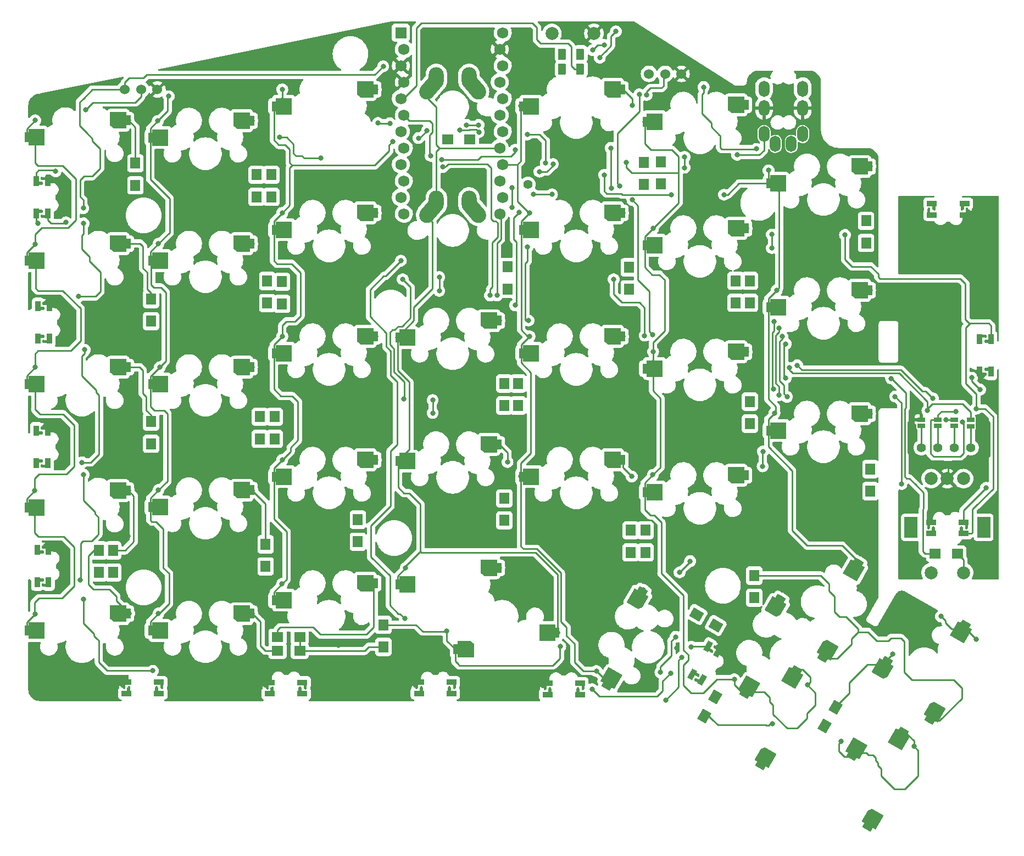
<source format=gbl>
G04 #@! TF.GenerationSoftware,KiCad,Pcbnew,(6.0.10)*
G04 #@! TF.CreationDate,2023-03-19T21:25:36+07:00*
G04 #@! TF.ProjectId,ergodash,6572676f-6461-4736-982e-6b696361645f,2.0*
G04 #@! TF.SameCoordinates,Original*
G04 #@! TF.FileFunction,Copper,L2,Bot*
G04 #@! TF.FilePolarity,Positive*
%FSLAX46Y46*%
G04 Gerber Fmt 4.6, Leading zero omitted, Abs format (unit mm)*
G04 Created by KiCad (PCBNEW (6.0.10)) date 2023-03-19 21:25:36*
%MOMM*%
%LPD*%
G01*
G04 APERTURE LIST*
G04 Aperture macros list*
%AMRoundRect*
0 Rectangle with rounded corners*
0 $1 Rounding radius*
0 $2 $3 $4 $5 $6 $7 $8 $9 X,Y pos of 4 corners*
0 Add a 4 corners polygon primitive as box body*
4,1,4,$2,$3,$4,$5,$6,$7,$8,$9,$2,$3,0*
0 Add four circle primitives for the rounded corners*
1,1,$1+$1,$2,$3*
1,1,$1+$1,$4,$5*
1,1,$1+$1,$6,$7*
1,1,$1+$1,$8,$9*
0 Add four rect primitives between the rounded corners*
20,1,$1+$1,$2,$3,$4,$5,0*
20,1,$1+$1,$4,$5,$6,$7,0*
20,1,$1+$1,$6,$7,$8,$9,0*
20,1,$1+$1,$8,$9,$2,$3,0*%
%AMHorizOval*
0 Thick line with rounded ends*
0 $1 width*
0 $2 $3 position (X,Y) of the first rounded end (center of the circle)*
0 $4 $5 position (X,Y) of the second rounded end (center of the circle)*
0 Add line between two ends*
20,1,$1,$2,$3,$4,$5,0*
0 Add two circle primitives to create the rounded ends*
1,1,$1,$2,$3*
1,1,$1,$4,$5*%
%AMRotRect*
0 Rectangle, with rotation*
0 The origin of the aperture is its center*
0 $1 length*
0 $2 width*
0 $3 Rotation angle, in degrees counterclockwise*
0 Add horizontal line*
21,1,$1,$2,0,0,$3*%
%AMFreePoly0*
4,1,17,2.735355,1.235355,2.750000,1.200000,2.750000,-1.200000,2.735355,-1.235355,2.700000,-1.250000,0.300000,-1.250000,0.264645,-1.235355,0.250000,-1.200000,0.250000,-0.750000,-0.350000,-0.750000,-0.350000,0.750000,0.250000,0.750000,0.250000,1.200000,0.264645,1.235355,0.300000,1.250000,2.700000,1.250000,2.735355,1.235355,2.735355,1.235355,$1*%
%AMFreePoly1*
4,1,24,-0.364645,1.235355,-0.350000,1.200000,-0.350000,0.750000,0.350000,0.750000,0.350000,-0.750000,-0.350000,-0.750000,-0.350000,-1.200000,-0.364645,-1.235355,-0.400000,-1.250000,-2.300000,-1.250000,-2.315318,-1.243655,-2.331235,-1.239043,-2.831235,-0.839043,-2.832649,-0.836476,-2.835355,-0.835355,-2.841697,-0.820044,-2.849694,-0.805522,-2.848878,-0.802708,-2.850000,-0.800000,-2.850000,1.200000,
-2.835355,1.235355,-2.800000,1.250000,-0.400000,1.250000,-0.364645,1.235355,-0.364645,1.235355,$1*%
%AMFreePoly2*
4,1,13,0.800000,-0.425000,0.575000,-0.425000,0.575000,-0.895800,0.560355,-0.931155,0.525000,-0.945800,0.169400,-0.945800,0.134045,-0.931155,0.119400,-0.895800,0.119400,-0.425000,-0.800000,-0.425000,-0.800000,0.425000,0.800000,0.425000,0.800000,-0.425000,0.800000,-0.425000,$1*%
%AMFreePoly3*
4,1,13,0.800000,-0.425000,0.682400,-0.425000,0.682400,-0.888400,0.667755,-0.923755,0.632400,-0.938400,0.276800,-0.938400,0.241445,-0.923755,0.226800,-0.888400,0.226800,-0.425000,-0.800000,-0.425000,-0.800000,0.425000,0.800000,0.425000,0.800000,-0.425000,0.800000,-0.425000,$1*%
%AMFreePoly4*
4,1,25,0.800000,-0.425000,-0.175324,-0.425000,-0.172201,-0.888063,-0.172270,-0.888232,-0.172200,-0.888400,-0.179445,-0.905891,-0.186607,-0.923516,-0.186775,-0.923587,-0.186845,-0.923755,-0.204350,-0.931006,-0.221863,-0.938399,-0.222032,-0.938330,-0.222200,-0.938400,-0.577800,-0.938400,-0.595291,-0.931155,-0.612916,-0.923993,-0.612987,-0.923825,-0.613155,-0.923755,-0.620406,-0.906250,-0.627799,-0.888737,
-0.630927,-0.425000,-0.800000,-0.425000,-0.800000,0.425000,0.800000,0.425000,0.800000,-0.425000,0.800000,-0.425000,$1*%
%AMFreePoly5*
4,1,13,0.800000,-0.425000,-0.125000,-0.425000,-0.125000,-0.886200,-0.139645,-0.921555,-0.175000,-0.936200,-0.530600,-0.936200,-0.565955,-0.921555,-0.580600,-0.886200,-0.580600,-0.425000,-0.800000,-0.425000,-0.800000,0.425000,0.800000,0.425000,0.800000,-0.425000,0.800000,-0.425000,$1*%
%AMFreePoly6*
4,1,13,0.800000,-0.425000,0.580600,-0.425000,0.580600,-0.898000,0.565955,-0.933355,0.530600,-0.948000,0.175000,-0.948000,0.139645,-0.933355,0.125000,-0.898000,0.125000,-0.425000,-0.800000,-0.425000,-0.800000,0.425000,0.800000,0.425000,0.800000,-0.425000,0.800000,-0.425000,$1*%
%AMFreePoly7*
4,1,13,0.800000,-0.425000,0.682400,-0.425000,0.682400,-0.868800,0.667755,-0.904155,0.632400,-0.918800,0.276800,-0.918800,0.241445,-0.904155,0.226800,-0.868800,0.226800,-0.425000,-0.800000,-0.425000,-0.800000,0.425000,0.800000,0.425000,0.800000,-0.425000,0.800000,-0.425000,$1*%
%AMFreePoly8*
4,1,13,0.800000,-0.425000,-0.176000,-0.425000,-0.176000,-0.887000,-0.190645,-0.922355,-0.226000,-0.937000,-0.581600,-0.937000,-0.616955,-0.922355,-0.631600,-0.887000,-0.631600,-0.425000,-0.800000,-0.425000,-0.800000,0.425000,0.800000,0.425000,0.800000,-0.425000,0.800000,-0.425000,$1*%
%AMFreePoly9*
4,1,25,0.800000,-0.425000,-0.125000,-0.425000,-0.125000,-0.905600,-0.125087,-0.905810,-0.125001,-0.906022,-0.132426,-0.923528,-0.139645,-0.940955,-0.139855,-0.941042,-0.139944,-0.941252,-0.157518,-0.948358,-0.175000,-0.955600,-0.175210,-0.955513,-0.175421,-0.955598,-0.531022,-0.952598,-0.548427,-0.945216,-0.565955,-0.937955,-0.566042,-0.937744,-0.566252,-0.937655,-0.573341,-0.920123,-0.580600,-0.902600,
-0.580600,-0.425000,-0.800000,-0.425000,-0.800000,0.425000,0.800000,0.425000,0.800000,-0.425000,0.800000,-0.425000,$1*%
G04 Aperture macros list end*
G04 #@! TA.AperFunction,SMDPad,CuDef*
%ADD10RoundRect,0.250000X-0.375000X-0.625000X0.375000X-0.625000X0.375000X0.625000X-0.375000X0.625000X0*%
G04 #@! TD*
G04 #@! TA.AperFunction,ComponentPad*
%ADD11RoundRect,0.250000X-0.375000X-0.625000X0.375000X-0.625000X0.375000X0.625000X-0.375000X0.625000X0*%
G04 #@! TD*
G04 #@! TA.AperFunction,ComponentPad*
%ADD12C,1.524000*%
G04 #@! TD*
G04 #@! TA.AperFunction,ComponentPad*
%ADD13RotRect,1.800000X1.500000X60.000000*%
G04 #@! TD*
G04 #@! TA.AperFunction,ComponentPad*
%ADD14HorizOval,2.400000X0.578509X0.689440X-0.578509X-0.689440X0*%
G04 #@! TD*
G04 #@! TA.AperFunction,ComponentPad*
%ADD15O,2.300000X3.337000*%
G04 #@! TD*
G04 #@! TA.AperFunction,ComponentPad*
%ADD16HorizOval,2.400000X0.578509X-0.689440X-0.578509X0.689440X0*%
G04 #@! TD*
G04 #@! TA.AperFunction,ComponentPad*
%ADD17R,1.500000X1.800000*%
G04 #@! TD*
G04 #@! TA.AperFunction,ComponentPad*
%ADD18R,1.800000X1.500000*%
G04 #@! TD*
G04 #@! TA.AperFunction,ComponentPad*
%ADD19RotRect,1.800000X1.500000X150.000000*%
G04 #@! TD*
G04 #@! TA.AperFunction,ComponentPad*
%ADD20C,1.397000*%
G04 #@! TD*
G04 #@! TA.AperFunction,SMDPad,CuDef*
%ADD21FreePoly0,0.000000*%
G04 #@! TD*
G04 #@! TA.AperFunction,SMDPad,CuDef*
%ADD22FreePoly1,0.000000*%
G04 #@! TD*
G04 #@! TA.AperFunction,SMDPad,CuDef*
%ADD23FreePoly0,240.000000*%
G04 #@! TD*
G04 #@! TA.AperFunction,SMDPad,CuDef*
%ADD24FreePoly1,240.000000*%
G04 #@! TD*
G04 #@! TA.AperFunction,SMDPad,CuDef*
%ADD25FreePoly0,180.000000*%
G04 #@! TD*
G04 #@! TA.AperFunction,SMDPad,CuDef*
%ADD26FreePoly1,180.000000*%
G04 #@! TD*
G04 #@! TA.AperFunction,SMDPad,CuDef*
%ADD27FreePoly0,60.000000*%
G04 #@! TD*
G04 #@! TA.AperFunction,SMDPad,CuDef*
%ADD28FreePoly1,60.000000*%
G04 #@! TD*
G04 #@! TA.AperFunction,ComponentPad*
%ADD29O,1.700000X2.500000*%
G04 #@! TD*
G04 #@! TA.AperFunction,ComponentPad*
%ADD30C,0.457200*%
G04 #@! TD*
G04 #@! TA.AperFunction,SMDPad,CuDef*
%ADD31FreePoly2,90.000000*%
G04 #@! TD*
G04 #@! TA.AperFunction,SMDPad,CuDef*
%ADD32FreePoly3,270.000000*%
G04 #@! TD*
G04 #@! TA.AperFunction,SMDPad,CuDef*
%ADD33FreePoly4,270.000000*%
G04 #@! TD*
G04 #@! TA.AperFunction,SMDPad,CuDef*
%ADD34FreePoly5,90.000000*%
G04 #@! TD*
G04 #@! TA.AperFunction,SMDPad,CuDef*
%ADD35FreePoly2,180.000000*%
G04 #@! TD*
G04 #@! TA.AperFunction,SMDPad,CuDef*
%ADD36FreePoly3,0.000000*%
G04 #@! TD*
G04 #@! TA.AperFunction,SMDPad,CuDef*
%ADD37FreePoly4,0.000000*%
G04 #@! TD*
G04 #@! TA.AperFunction,SMDPad,CuDef*
%ADD38FreePoly5,180.000000*%
G04 #@! TD*
G04 #@! TA.AperFunction,ComponentPad*
%ADD39C,2.000000*%
G04 #@! TD*
G04 #@! TA.AperFunction,ComponentPad*
%ADD40R,1.752600X1.752600*%
G04 #@! TD*
G04 #@! TA.AperFunction,ComponentPad*
%ADD41C,1.752600*%
G04 #@! TD*
G04 #@! TA.AperFunction,ComponentPad*
%ADD42R,2.000000X3.200000*%
G04 #@! TD*
G04 #@! TA.AperFunction,SMDPad,CuDef*
%ADD43R,1.143000X0.635000*%
G04 #@! TD*
G04 #@! TA.AperFunction,SMDPad,CuDef*
%ADD44FreePoly6,180.000000*%
G04 #@! TD*
G04 #@! TA.AperFunction,SMDPad,CuDef*
%ADD45FreePoly7,0.000000*%
G04 #@! TD*
G04 #@! TA.AperFunction,SMDPad,CuDef*
%ADD46FreePoly8,0.000000*%
G04 #@! TD*
G04 #@! TA.AperFunction,SMDPad,CuDef*
%ADD47FreePoly9,180.000000*%
G04 #@! TD*
G04 #@! TA.AperFunction,SMDPad,CuDef*
%ADD48FreePoly6,60.000000*%
G04 #@! TD*
G04 #@! TA.AperFunction,SMDPad,CuDef*
%ADD49FreePoly7,240.000000*%
G04 #@! TD*
G04 #@! TA.AperFunction,SMDPad,CuDef*
%ADD50FreePoly8,240.000000*%
G04 #@! TD*
G04 #@! TA.AperFunction,SMDPad,CuDef*
%ADD51FreePoly9,60.000000*%
G04 #@! TD*
G04 #@! TA.AperFunction,SMDPad,CuDef*
%ADD52FreePoly6,270.000000*%
G04 #@! TD*
G04 #@! TA.AperFunction,SMDPad,CuDef*
%ADD53FreePoly7,90.000000*%
G04 #@! TD*
G04 #@! TA.AperFunction,SMDPad,CuDef*
%ADD54FreePoly8,90.000000*%
G04 #@! TD*
G04 #@! TA.AperFunction,SMDPad,CuDef*
%ADD55FreePoly9,270.000000*%
G04 #@! TD*
G04 #@! TA.AperFunction,SMDPad,CuDef*
%ADD56FreePoly6,0.000000*%
G04 #@! TD*
G04 #@! TA.AperFunction,SMDPad,CuDef*
%ADD57FreePoly7,180.000000*%
G04 #@! TD*
G04 #@! TA.AperFunction,SMDPad,CuDef*
%ADD58FreePoly8,180.000000*%
G04 #@! TD*
G04 #@! TA.AperFunction,SMDPad,CuDef*
%ADD59FreePoly9,0.000000*%
G04 #@! TD*
G04 #@! TA.AperFunction,ViaPad*
%ADD60C,0.800000*%
G04 #@! TD*
G04 #@! TA.AperFunction,Conductor*
%ADD61C,0.254000*%
G04 #@! TD*
G04 APERTURE END LIST*
D10*
X161033000Y-44958000D03*
D11*
X161033000Y-44958000D03*
D10*
X163833000Y-44958000D03*
D11*
X163833000Y-44958000D03*
D12*
X93639000Y-48133000D03*
X96139000Y-48133000D03*
X98639000Y-48133000D03*
X174411000Y-45720000D03*
X176911000Y-45720000D03*
X179411000Y-45720000D03*
D13*
X201461000Y-146379243D03*
X203161000Y-143434757D03*
D14*
X140784951Y-47755519D03*
D15*
X141625000Y-46331750D03*
D16*
X147505049Y-47755519D03*
D15*
X146665000Y-46331750D03*
X141625000Y-65381750D03*
D14*
X140784951Y-66805519D03*
D15*
X146665000Y-65381750D03*
D16*
X147505049Y-66805519D03*
D17*
X95250000Y-62914000D03*
X95250000Y-59514000D03*
X97663000Y-83869000D03*
X97663000Y-80469000D03*
X97663000Y-102792000D03*
X97663000Y-99392000D03*
X91846400Y-122654800D03*
X91846400Y-119254800D03*
X113919000Y-64692000D03*
X113919000Y-61292000D03*
X115570000Y-81075000D03*
X115570000Y-77675000D03*
X114427000Y-102030000D03*
X114427000Y-98630000D03*
X115316000Y-121715000D03*
X115316000Y-118315000D03*
X116205000Y-64692000D03*
X116205000Y-61292000D03*
X117856000Y-81202000D03*
X117856000Y-77802000D03*
X116713000Y-102030000D03*
X116713000Y-98630000D03*
X129540000Y-117905000D03*
X129540000Y-114505000D03*
D18*
X143412000Y-55829200D03*
X146812000Y-55829200D03*
D17*
X152654000Y-78916000D03*
X152654000Y-75516000D03*
X152095200Y-114628400D03*
X152095200Y-111228400D03*
X173609000Y-62787000D03*
X173609000Y-59387000D03*
X154228800Y-96899200D03*
X154228800Y-93499200D03*
X171577000Y-119556000D03*
X171577000Y-116156000D03*
X176276000Y-62710800D03*
X176276000Y-59310800D03*
X187756800Y-81049600D03*
X187756800Y-77649600D03*
X189941200Y-99693200D03*
X189941200Y-96293200D03*
X173863000Y-119556000D03*
X173863000Y-116156000D03*
X207873600Y-71804000D03*
X207873600Y-68404000D03*
X189941200Y-81049600D03*
X189941200Y-77649600D03*
X208534000Y-110107200D03*
X208534000Y-106707200D03*
X190627000Y-126541000D03*
X190627000Y-123141000D03*
X89662000Y-122654800D03*
X89662000Y-119254800D03*
D18*
X120572000Y-134747000D03*
X117172000Y-134747000D03*
X120572000Y-132588000D03*
X117172000Y-132588000D03*
D19*
X184702273Y-130824000D03*
X181757787Y-129124000D03*
D13*
X182907200Y-144778086D03*
X184607200Y-141833600D03*
D17*
X133477000Y-134140000D03*
X133477000Y-130740000D03*
X152095200Y-96899200D03*
X152095200Y-93499200D03*
X171297600Y-78966800D03*
X171297600Y-75566800D03*
D20*
X216408000Y-103378000D03*
X218948000Y-103378000D03*
X221488000Y-103378000D03*
X224028000Y-103378000D03*
D21*
X116595000Y-107863000D03*
D22*
X132295000Y-105263000D03*
D23*
X197205064Y-137589084D03*
D24*
X191606730Y-152485683D03*
D25*
X160265000Y-131913000D03*
D26*
X144565000Y-134513000D03*
D21*
X97545000Y-131612000D03*
D22*
X113245000Y-129012000D03*
D27*
X205635436Y-151087516D03*
D28*
X211233770Y-136190917D03*
D21*
X116595000Y-50713000D03*
D22*
X132295000Y-48113000D03*
D21*
X154695000Y-88813000D03*
D22*
X170395000Y-86213000D03*
D21*
X78495000Y-93575500D03*
D22*
X94195000Y-90975500D03*
D21*
X116595000Y-88813000D03*
D22*
X132295000Y-86213000D03*
D21*
X78495000Y-131612001D03*
D22*
X94195000Y-129012001D03*
D20*
X155752800Y-62788800D03*
D29*
X192142000Y-55015000D03*
X198092000Y-55015000D03*
X192142000Y-51015000D03*
X198092000Y-51015000D03*
X198092000Y-48015000D03*
X192142000Y-48015000D03*
X196342000Y-56515000D03*
X193892000Y-56515000D03*
D30*
X80859000Y-66923000D03*
D31*
X79984000Y-67273000D03*
D30*
X80859000Y-67723000D03*
D32*
X81734000Y-67273000D03*
D33*
X81734000Y-62273000D03*
D30*
X80859000Y-61873000D03*
X80859000Y-62623000D03*
D34*
X79984000Y-62273000D03*
D21*
X173745000Y-53094250D03*
D22*
X189445000Y-50494250D03*
D21*
X154695000Y-107863000D03*
D22*
X170395000Y-105263000D03*
D10*
X161033000Y-42672000D03*
D11*
X161033000Y-42672000D03*
X163833000Y-42672000D03*
D10*
X163833000Y-42672000D03*
D27*
X167876936Y-140286466D03*
D28*
X173475270Y-125389867D03*
D21*
X192795000Y-62619250D03*
D22*
X208495000Y-60019250D03*
D23*
X206739655Y-121056489D03*
D24*
X201141321Y-135953088D03*
D21*
X97545000Y-112562000D03*
D22*
X113245000Y-109962000D03*
D21*
X97545000Y-74525500D03*
D22*
X113245000Y-71925500D03*
D23*
X213703064Y-147114134D03*
D24*
X208104730Y-162010733D03*
D21*
X173745000Y-72144250D03*
D22*
X189445000Y-69544250D03*
D21*
X135645000Y-124531750D03*
D22*
X151345000Y-121931750D03*
D21*
X116595000Y-69763000D03*
D22*
X132295000Y-67163000D03*
D21*
X78495000Y-74525500D03*
D22*
X94195000Y-71925500D03*
D21*
X192795000Y-100751001D03*
D22*
X208495000Y-98151001D03*
D30*
X80859000Y-105404000D03*
D31*
X79984000Y-105754000D03*
D32*
X81734000Y-105754000D03*
D30*
X80859000Y-106204000D03*
D33*
X81734000Y-100754000D03*
D30*
X80859000Y-100354000D03*
X80859000Y-101104000D03*
D34*
X79984000Y-100754000D03*
D21*
X116595000Y-126913000D03*
D22*
X132295000Y-124313000D03*
D21*
X154695000Y-50713000D03*
D22*
X170395000Y-48113000D03*
D21*
X78495000Y-55475500D03*
D22*
X94195000Y-52875500D03*
D35*
X163767600Y-141478600D03*
D30*
X163417600Y-140603600D03*
X164217600Y-140603600D03*
D36*
X163767600Y-139728600D03*
D37*
X158767600Y-139728600D03*
D30*
X158367600Y-140603600D03*
X159117600Y-140603600D03*
D38*
X158767600Y-141478600D03*
D31*
X80238000Y-86571000D03*
D30*
X81113000Y-86221000D03*
X81113000Y-87021000D03*
D32*
X81988000Y-86571000D03*
D33*
X81988000Y-81571000D03*
D30*
X81113000Y-81171000D03*
X81113000Y-81921000D03*
D34*
X80238000Y-81571000D03*
D21*
X154695000Y-69763000D03*
D22*
X170395000Y-67163000D03*
D21*
X173745000Y-110244250D03*
D22*
X189445000Y-107644250D03*
D21*
X192795000Y-81701001D03*
D22*
X208495000Y-79101001D03*
D39*
X159437000Y-39497000D03*
X165937000Y-39497000D03*
D23*
X223228064Y-130616134D03*
D24*
X217629730Y-145512733D03*
D21*
X173745000Y-91194250D03*
D22*
X189445000Y-88594250D03*
D27*
X189119345Y-141533921D03*
D28*
X194717679Y-126637322D03*
D21*
X135645000Y-105481750D03*
D22*
X151345000Y-102881750D03*
D31*
X80124000Y-124166000D03*
D30*
X80999000Y-123816000D03*
X80999000Y-124616000D03*
D32*
X81874000Y-124166000D03*
D33*
X81874000Y-119166000D03*
D30*
X80999000Y-118766000D03*
X80999000Y-119516000D03*
D34*
X80124000Y-119166000D03*
D40*
X136169400Y-39370000D03*
D41*
X136626600Y-41910000D03*
X136169400Y-44450000D03*
X136626600Y-46990000D03*
X136169400Y-49530000D03*
X136626600Y-52070000D03*
X136169400Y-54610000D03*
X136626600Y-57150000D03*
X136169400Y-59690000D03*
X136626600Y-62230000D03*
X136169400Y-64770000D03*
X136626600Y-67310000D03*
X151409400Y-67310000D03*
X151866600Y-64770000D03*
X151409400Y-62230000D03*
X151866600Y-59690000D03*
X151409400Y-57150000D03*
X151866600Y-54610000D03*
X151409400Y-52070000D03*
X151866600Y-49530000D03*
X151409400Y-46990000D03*
X151866600Y-44450000D03*
X151409400Y-41910000D03*
X151866600Y-39370000D03*
D21*
X78495000Y-112625500D03*
D22*
X94195000Y-110025500D03*
D21*
X135645000Y-86400000D03*
D22*
X151345000Y-83800000D03*
D42*
X225985000Y-115682000D03*
X214785000Y-115682000D03*
D39*
X222885000Y-108182000D03*
X217885000Y-108182000D03*
X220385000Y-108182000D03*
X217885000Y-122682000D03*
X222885000Y-122682000D03*
D21*
X97545000Y-55539001D03*
D22*
X113245000Y-52939001D03*
D18*
X218518000Y-119735600D03*
X221918000Y-119735600D03*
D30*
X120641000Y-140489000D03*
D35*
X120991000Y-141364000D03*
D36*
X120991000Y-139614000D03*
D30*
X121441000Y-140489000D03*
D37*
X115991000Y-139614000D03*
D30*
X115591000Y-140489000D03*
D38*
X115991000Y-141364000D03*
D30*
X116341000Y-140489000D03*
D21*
X97545000Y-93575500D03*
D22*
X113245000Y-90975500D03*
D43*
X216408000Y-99060000D03*
X216408000Y-100060760D03*
D44*
X98893000Y-141310000D03*
D30*
X98543000Y-140435000D03*
D45*
X98893000Y-139560000D03*
D30*
X99343000Y-140435000D03*
D46*
X93893000Y-139560000D03*
D30*
X93493000Y-140435000D03*
D47*
X93893000Y-141310000D03*
D30*
X94243000Y-140435000D03*
D43*
X221488000Y-99067620D03*
X221488000Y-100068380D03*
D30*
X181972397Y-138514755D03*
D48*
X181039625Y-138380364D03*
D49*
X182555170Y-139255364D03*
D30*
X181572397Y-139207575D03*
X184497397Y-134141326D03*
D50*
X185055170Y-134925236D03*
D51*
X183539625Y-134050236D03*
D30*
X184122397Y-134790845D03*
D52*
X227136600Y-86654000D03*
D30*
X226261600Y-87004000D03*
X226261600Y-86204000D03*
D53*
X225386600Y-86654000D03*
D30*
X226261600Y-92054000D03*
D54*
X225386600Y-91654000D03*
D55*
X227136600Y-91654000D03*
D30*
X226261600Y-91304000D03*
D44*
X143978000Y-141310000D03*
D30*
X143628000Y-140435000D03*
D45*
X143978000Y-139560000D03*
D30*
X144428000Y-140435000D03*
D46*
X138978000Y-139560000D03*
D30*
X138578000Y-140435000D03*
X139328000Y-140435000D03*
D47*
X138978000Y-141310000D03*
D43*
X224028000Y-99075240D03*
X224028000Y-100076000D03*
D30*
X222535000Y-115782000D03*
D44*
X222885000Y-116657000D03*
D45*
X222885000Y-114907000D03*
D30*
X223335000Y-115782000D03*
D46*
X217885000Y-114907000D03*
D30*
X217485000Y-115782000D03*
X218235000Y-115782000D03*
D47*
X217885000Y-116657000D03*
D30*
X218372800Y-66600400D03*
D56*
X218022800Y-65725400D03*
D57*
X218022800Y-67475400D03*
D30*
X217572800Y-66600400D03*
X223422800Y-66600400D03*
D58*
X223022800Y-67475400D03*
D30*
X222672800Y-66600400D03*
D59*
X223022800Y-65725400D03*
D43*
X218948000Y-99067620D03*
X218948000Y-100068380D03*
D60*
X136169400Y-74549000D03*
X167487600Y-61315600D03*
X159461200Y-64312800D03*
X136448800Y-77419200D03*
X136652000Y-95910400D03*
X94183200Y-90982800D03*
X141071600Y-96062800D03*
X142087600Y-77063600D03*
X142087600Y-79197200D03*
X141071600Y-98044000D03*
X94234000Y-109982000D03*
X113284000Y-52933600D03*
X132295000Y-67163000D03*
X132295000Y-105263000D03*
X171856400Y-50546000D03*
X189382400Y-107594400D03*
X193344800Y-70510400D03*
X174040800Y-48971200D03*
X179882800Y-60198000D03*
X179882800Y-58521600D03*
X193344800Y-72593200D03*
X214020400Y-66852800D03*
X85953600Y-48412400D03*
X179730400Y-77063600D03*
X90830400Y-63449200D03*
X188925200Y-132080000D03*
X215290400Y-130962400D03*
X93878400Y-103022400D03*
X199847200Y-57302400D03*
X193344800Y-116992400D03*
X125780800Y-62788800D03*
X84023200Y-83413600D03*
X144018000Y-44043600D03*
X226060000Y-122224800D03*
X126847600Y-99974400D03*
X213614000Y-79146400D03*
X202793600Y-113690400D03*
X107696000Y-125323600D03*
X96723200Y-87630000D03*
X84429600Y-120904000D03*
X89255600Y-82753200D03*
X178714400Y-134315200D03*
X187553600Y-95859600D03*
X126542800Y-133908800D03*
X79146400Y-79756000D03*
X103530400Y-80568800D03*
X180543200Y-99669600D03*
X225196400Y-119634000D03*
X84683600Y-101142800D03*
X138023600Y-135432800D03*
X94742000Y-135839200D03*
X167081200Y-55270400D03*
X108712000Y-101142800D03*
X126847600Y-135890000D03*
X133654800Y-73406000D03*
X213664800Y-123190000D03*
X121005600Y-61823600D03*
X163474400Y-94589600D03*
X218338400Y-72796400D03*
X220675200Y-95250000D03*
X192024000Y-108559600D03*
X180441600Y-102108000D03*
X103022400Y-118719600D03*
X203504800Y-107950000D03*
X102179822Y-86631014D03*
X94081600Y-117043200D03*
X139446000Y-92252800D03*
X156159200Y-125984000D03*
X82346800Y-139750800D03*
X140004800Y-40132000D03*
X152146000Y-140411200D03*
X174396400Y-139852400D03*
X160680400Y-100076000D03*
X143764000Y-72999600D03*
X172161200Y-94894400D03*
X219760800Y-111099600D03*
X108254800Y-81534000D03*
X189941200Y-119786400D03*
X192684400Y-69443600D03*
X162966400Y-62128400D03*
X121564400Y-117043200D03*
X194919600Y-110591600D03*
X138430000Y-73152000D03*
X108712000Y-67462400D03*
X128727200Y-138836400D03*
X137617200Y-112877600D03*
X226009200Y-99060000D03*
X79248000Y-98704400D03*
X155702000Y-121818400D03*
X218998800Y-91033600D03*
X109728000Y-61518800D03*
X108000800Y-138430000D03*
X161848800Y-135483600D03*
X190246000Y-60553600D03*
X215747600Y-96672400D03*
X146253200Y-40589200D03*
X215290400Y-130962400D03*
X192430400Y-77571600D03*
X109423200Y-135940800D03*
X200761600Y-73660000D03*
X209194400Y-96062800D03*
X181406800Y-80772000D03*
X109220000Y-86715600D03*
X151485600Y-138633200D03*
X138023600Y-132791200D03*
X128371600Y-130962400D03*
X198729600Y-68732400D03*
X110998000Y-48361600D03*
X85750400Y-83464400D03*
X140106400Y-110490000D03*
X166217600Y-125069600D03*
X162356800Y-117906800D03*
X109982000Y-105105200D03*
X215197308Y-120075411D03*
X126746000Y-120497600D03*
X206426677Y-74065699D03*
X160782000Y-76708000D03*
X215087200Y-111455200D03*
X152450800Y-72847200D03*
X121462800Y-93776800D03*
X84226400Y-63855600D03*
X216306400Y-80060800D03*
X168859200Y-100939600D03*
X87477600Y-138328400D03*
X93646077Y-85165095D03*
X87782400Y-101142800D03*
X133451600Y-44551600D03*
X221742000Y-97790000D03*
X86766400Y-123799600D03*
X177749200Y-138176000D03*
X86512400Y-80060800D03*
X87426800Y-88290400D03*
X204622400Y-70561200D03*
X87274400Y-107543600D03*
X80264000Y-68783200D03*
X97942400Y-137820400D03*
X87274400Y-126796800D03*
X222707200Y-99415600D03*
X165658800Y-140665200D03*
X87020400Y-105664000D03*
X188010800Y-58216800D03*
X87274400Y-68783200D03*
X224840800Y-97383600D03*
X87223600Y-66446400D03*
X98704400Y-52984400D03*
X148132800Y-53594000D03*
X100380800Y-49174400D03*
X98806000Y-128981200D03*
X98806000Y-71932800D03*
X98806000Y-109931200D03*
X99009200Y-90982800D03*
X132638800Y-53289200D03*
X146304000Y-53594000D03*
X134467600Y-53340000D03*
X148183600Y-54711600D03*
X140208000Y-54457600D03*
X117895000Y-67163000D03*
X117895000Y-105263000D03*
X134924800Y-56134000D03*
X138887200Y-55626000D03*
X145288000Y-54406800D03*
X117856000Y-124409200D03*
X117895000Y-86213000D03*
X117895000Y-48113000D03*
X154686000Y-50698400D03*
X155995000Y-86213000D03*
X155995000Y-67163000D03*
X154686000Y-107848400D03*
X166319200Y-137871200D03*
X187553600Y-139141200D03*
X159613600Y-59639200D03*
X175006000Y-107594400D03*
X175045000Y-69544250D03*
X170891200Y-59385200D03*
X173786800Y-53086000D03*
X157530800Y-60807600D03*
X198806730Y-140014917D03*
X175045000Y-88594250D03*
X177850800Y-64363600D03*
X193751200Y-98044000D03*
X215239600Y-149504400D03*
X204012800Y-148691600D03*
X194095000Y-79101001D03*
X192836800Y-60604400D03*
X185978800Y-64363600D03*
X224840800Y-132994400D03*
X156565600Y-64312800D03*
X219405200Y-129438400D03*
X206739655Y-121056489D03*
X136753600Y-129743200D03*
X193395600Y-145999200D03*
X176174400Y-138074400D03*
X178511200Y-132588000D03*
X173532800Y-125323600D03*
X155854400Y-83769200D03*
X153263600Y-63296800D03*
X195478400Y-92659200D03*
X153314400Y-66294000D03*
X211734400Y-92710000D03*
X155702000Y-72440800D03*
X195478400Y-87376000D03*
X167487600Y-41249600D03*
X153771600Y-57454800D03*
X142494000Y-58928000D03*
X171856400Y-65176400D03*
X220167200Y-99060000D03*
X175006000Y-85953600D03*
X218186000Y-95808800D03*
X165760400Y-42062400D03*
X140766800Y-58369200D03*
X168605200Y-63347600D03*
X168503600Y-57150000D03*
X197256400Y-90678000D03*
X217322400Y-97688400D03*
X166827200Y-43230800D03*
X173736000Y-86106000D03*
X196088000Y-91084400D03*
X169316400Y-39166800D03*
X172923200Y-48869600D03*
X168960800Y-77419200D03*
X169926000Y-63042800D03*
X190957200Y-57302400D03*
X182829200Y-47752000D03*
X212344000Y-95504000D03*
X79806800Y-52882800D03*
X79756000Y-110032800D03*
X149910800Y-79908400D03*
X195681600Y-95554800D03*
X194970400Y-86258400D03*
X117449600Y-55524400D03*
X213309200Y-109016800D03*
X123799600Y-58724800D03*
X79806800Y-71983600D03*
X79806800Y-129032000D03*
X142595600Y-60096400D03*
X79806800Y-90982800D03*
X193598800Y-94335600D03*
X158496000Y-59436000D03*
X155651200Y-55067200D03*
X193649600Y-83921600D03*
X153771600Y-81432400D03*
X154432000Y-67056000D03*
X194462400Y-84937600D03*
X194411600Y-95300800D03*
X150977600Y-79908400D03*
X94183200Y-52882800D03*
X94234000Y-71882000D03*
X132295000Y-86213000D03*
X151345000Y-83800000D03*
X152603200Y-105613200D03*
X170395000Y-67163000D03*
X170395000Y-86213000D03*
X171754800Y-107848400D03*
X189445000Y-69544250D03*
X189445000Y-88594250D03*
X208534000Y-59994800D03*
X208483200Y-79095600D03*
X208483200Y-98145600D03*
X217627200Y-145491200D03*
X201141321Y-135953088D03*
X94284800Y-128981200D03*
X113284000Y-128981200D03*
X132232400Y-124307600D03*
X151333200Y-121920000D03*
X160731200Y-134061200D03*
X143256000Y-131724400D03*
X191617600Y-152400000D03*
X194717679Y-126637322D03*
X208127600Y-162001200D03*
X211988400Y-135229600D03*
X113245000Y-71925500D03*
X113233200Y-90982800D03*
X113284000Y-109982000D03*
X132295000Y-48113000D03*
X82956400Y-60756800D03*
X87579200Y-51257200D03*
X84531200Y-68630800D03*
X225450400Y-94437200D03*
X224180400Y-92608400D03*
X226364800Y-109575600D03*
X180746400Y-120904000D03*
X191973200Y-103987600D03*
X191922400Y-106273600D03*
X179120800Y-122631200D03*
X176987200Y-142341600D03*
X179425600Y-135737600D03*
X180898800Y-134112000D03*
X189382400Y-50393600D03*
X136906000Y-121970800D03*
X135645000Y-86400000D03*
X135737600Y-105460800D03*
X160324800Y-131927600D03*
D61*
X136169400Y-74549000D02*
X133807200Y-76911200D01*
X136042400Y-129032000D02*
X136753600Y-129743200D01*
X135788400Y-129032000D02*
X136042400Y-129032000D01*
X134467600Y-127711200D02*
X135788400Y-129032000D01*
X134467600Y-123139200D02*
X134467600Y-127711200D01*
X131572000Y-120243600D02*
X134467600Y-123139200D01*
X131572000Y-115417600D02*
X131572000Y-120243600D01*
X134569200Y-112420400D02*
X131572000Y-115417600D01*
X134569200Y-103936800D02*
X134569200Y-112420400D01*
X135585200Y-102920800D02*
X134569200Y-103936800D01*
X135585200Y-93218000D02*
X135585200Y-102920800D01*
X134620000Y-92252800D02*
X135585200Y-93218000D01*
X134620000Y-88493600D02*
X134620000Y-92252800D01*
X133908800Y-87782400D02*
X134620000Y-88493600D01*
X131419600Y-83210400D02*
X133908800Y-85699600D01*
X133502400Y-76911200D02*
X131419600Y-78994000D01*
X133807200Y-76911200D02*
X133502400Y-76911200D01*
X131419600Y-78994000D02*
X131419600Y-83210400D01*
X133908800Y-85699600D02*
X133908800Y-87782400D01*
X167487600Y-63804800D02*
X167487600Y-61315600D01*
X167894000Y-64211200D02*
X167487600Y-63804800D01*
X170129200Y-64211200D02*
X167894000Y-64211200D01*
X170281600Y-64363600D02*
X170129200Y-64211200D01*
X177850800Y-64363600D02*
X170281600Y-64363600D01*
X156565600Y-64312800D02*
X159461200Y-64312800D01*
X184861200Y-139141200D02*
X186994800Y-139141200D01*
X182727600Y-141274800D02*
X184861200Y-139141200D01*
X180898800Y-141274800D02*
X182727600Y-141274800D01*
X179679600Y-140055600D02*
X180898800Y-141274800D01*
X179679600Y-136906000D02*
X179679600Y-140055600D01*
X180441600Y-136144000D02*
X179679600Y-136906000D01*
X180441600Y-135331200D02*
X180441600Y-136144000D01*
X179730400Y-134620000D02*
X180441600Y-135331200D01*
X179730400Y-126187200D02*
X179730400Y-134620000D01*
X176326800Y-122783600D02*
X179730400Y-126187200D01*
X176326800Y-114960400D02*
X176326800Y-122783600D01*
X175209200Y-113842800D02*
X176326800Y-114960400D01*
X174599600Y-113842800D02*
X175209200Y-113842800D01*
X173745000Y-112988200D02*
X174599600Y-113842800D01*
X186994800Y-139141200D02*
X187553600Y-139141200D01*
X173745000Y-110244250D02*
X173745000Y-112988200D01*
X135128000Y-91694000D02*
X135788400Y-92354400D01*
X134823200Y-85242400D02*
X134467600Y-85598000D01*
X136702800Y-95300800D02*
X136702800Y-95859600D01*
X135737600Y-84683600D02*
X135280400Y-85140800D01*
X136448800Y-77419200D02*
X137668000Y-78638400D01*
X135280400Y-85140800D02*
X135178800Y-85242400D01*
X135178800Y-85242400D02*
X135077200Y-85242400D01*
X137668000Y-82296000D02*
X137668000Y-83362800D01*
X136499600Y-84531200D02*
X136347200Y-84683600D01*
X137668000Y-78638400D02*
X137668000Y-82296000D01*
X136347200Y-84683600D02*
X135737600Y-84683600D01*
X135077200Y-85242400D02*
X134823200Y-85242400D01*
X135128000Y-88188800D02*
X135128000Y-89001600D01*
X135788400Y-92354400D02*
X136702800Y-93268800D01*
X136702800Y-93268800D02*
X136702800Y-95300800D01*
X135128000Y-89001600D02*
X135128000Y-91694000D01*
X134721600Y-87782400D02*
X135128000Y-88188800D01*
X134467600Y-85598000D02*
X134467600Y-87528400D01*
X137668000Y-83362800D02*
X136499600Y-84531200D01*
X136702800Y-95859600D02*
X136652000Y-95910400D01*
X134467600Y-87528400D02*
X134721600Y-87782400D01*
X97663000Y-98374200D02*
X96926400Y-97637600D01*
X96926400Y-95554800D02*
X96367600Y-94996000D01*
X96926400Y-97637600D02*
X96926400Y-95554800D01*
X97663000Y-99392000D02*
X97663000Y-98374200D01*
X96367600Y-94996000D02*
X96367600Y-91440000D01*
X94190500Y-90975500D02*
X94183200Y-90982800D01*
X96367600Y-91440000D02*
X95910400Y-90982800D01*
X94195000Y-90975500D02*
X94190500Y-90975500D01*
X95910400Y-90982800D02*
X94183200Y-90982800D01*
X141071600Y-96062800D02*
X141071600Y-98044000D01*
X142087600Y-77063600D02*
X142087600Y-79197200D01*
X93648000Y-119254800D02*
X94996000Y-117906800D01*
X94996000Y-117906800D02*
X94996000Y-110826500D01*
X91846400Y-119254800D02*
X93648000Y-119254800D01*
X94996000Y-110826500D02*
X94195000Y-110025500D01*
X94195000Y-110021000D02*
X94234000Y-109982000D01*
X94195000Y-110025500D02*
X94195000Y-110021000D01*
X113278599Y-52939001D02*
X113284000Y-52933600D01*
X113245000Y-52939001D02*
X113278599Y-52939001D01*
X171856400Y-50546000D02*
X171856400Y-49574400D01*
X171856400Y-49574400D02*
X170395000Y-48113000D01*
X189445000Y-107644250D02*
X189432250Y-107644250D01*
X189432250Y-107644250D02*
X189382400Y-107594400D01*
X174599600Y-47904400D02*
X176326800Y-47904400D01*
X174040800Y-48463200D02*
X174599600Y-47904400D01*
X176631600Y-45999400D02*
X176911000Y-45720000D01*
X176631600Y-47599600D02*
X176631600Y-45999400D01*
X179882800Y-60198000D02*
X179882800Y-58521600D01*
X174040800Y-48971200D02*
X174040800Y-48463200D01*
X193344800Y-72593200D02*
X193344800Y-70510400D01*
X176326800Y-47904400D02*
X176631600Y-47599600D01*
X226669600Y-99314000D02*
X226415600Y-99060000D01*
X220522800Y-106273600D02*
X220522800Y-108044200D01*
X214731600Y-99060000D02*
X214325200Y-99466400D01*
X215544400Y-105410000D02*
X219659200Y-105410000D01*
X214325200Y-99466400D02*
X214325200Y-104190800D01*
X220522800Y-108044200D02*
X220385000Y-108182000D01*
X226872800Y-99517200D02*
X226669600Y-99314000D01*
X221742000Y-105460800D02*
X226060000Y-105460800D01*
X220446600Y-106197400D02*
X221183200Y-105460800D01*
X221183200Y-105460800D02*
X221742000Y-105460800D01*
X226872800Y-102311200D02*
X226872800Y-99517200D01*
X219659200Y-105410000D02*
X220446600Y-106197400D01*
X220446600Y-106197400D02*
X220522800Y-106273600D01*
X226872800Y-104648000D02*
X226872800Y-102311200D01*
X226060000Y-105460800D02*
X226314000Y-105206800D01*
X214325200Y-104190800D02*
X215544400Y-105410000D01*
X216408000Y-99060000D02*
X214731600Y-99060000D01*
X226415600Y-99060000D02*
X226009200Y-99060000D01*
X226314000Y-105206800D02*
X226872800Y-104648000D01*
X224058600Y-116657000D02*
X224129600Y-116586000D01*
X94284800Y-46380400D02*
X93639000Y-47026200D01*
X87172800Y-117805200D02*
X86868000Y-118110000D01*
X226212400Y-97383600D02*
X224840800Y-97383600D01*
X224840800Y-97383600D02*
X224840800Y-95148400D01*
X222910400Y-99618800D02*
X222707200Y-99415600D01*
X89611200Y-136550400D02*
X90881200Y-137820400D01*
X87071200Y-72847200D02*
X88188800Y-73964800D01*
X223215200Y-84886800D02*
X223824800Y-84277200D01*
X88544400Y-61518800D02*
X87325200Y-61518800D01*
X176530000Y-139395200D02*
X177749200Y-138176000D01*
X89865200Y-77317600D02*
X89865200Y-79298800D01*
X88595200Y-61518800D02*
X88544400Y-61518800D01*
X89204800Y-94843600D02*
X89662000Y-95300800D01*
X87223600Y-65176400D02*
X87223600Y-66446400D01*
X86868000Y-64820800D02*
X87223600Y-65176400D01*
X88392000Y-105664000D02*
X87020400Y-105664000D01*
X192142000Y-57489200D02*
X192142000Y-55015000D01*
X224840800Y-95148400D02*
X223215200Y-93522800D01*
X87680800Y-54762400D02*
X88646000Y-55727600D01*
X79984000Y-67273000D02*
X79984000Y-68503200D01*
X86969600Y-90779600D02*
X86969600Y-92303600D01*
X165658800Y-140665200D02*
X166776400Y-141782800D01*
X204622400Y-74371200D02*
X205689200Y-75438000D01*
X166776400Y-141782800D02*
X168910000Y-141782800D01*
X227431600Y-98602800D02*
X226212400Y-97383600D01*
X133451600Y-44551600D02*
X132130800Y-45872400D01*
X90881200Y-137820400D02*
X97942400Y-137820400D01*
X221742000Y-97790000D02*
X219506800Y-97790000D01*
X191414400Y-58216800D02*
X192142000Y-57489200D01*
X86664800Y-53746400D02*
X87680800Y-54762400D01*
X224282000Y-114960400D02*
X224282000Y-112877600D01*
X89814400Y-57251600D02*
X89814400Y-60299600D01*
X88900000Y-132435600D02*
X89306400Y-132842000D01*
X87325200Y-88950800D02*
X86969600Y-89306400D01*
X88620600Y-48133000D02*
X87223600Y-49530000D01*
X224282000Y-116433600D02*
X224282000Y-114960400D01*
X89204800Y-94538800D02*
X89204800Y-94640400D01*
X217873580Y-99067620D02*
X217779600Y-99161600D01*
X218948000Y-99067620D02*
X217873580Y-99067620D01*
X87223600Y-49530000D02*
X86664800Y-50088800D01*
X227136600Y-84591800D02*
X227136600Y-86654000D01*
X89001600Y-113284000D02*
X89001600Y-113385600D01*
X89255600Y-75692000D02*
X89865200Y-76301600D01*
X86868000Y-123698000D02*
X86766400Y-123799600D01*
X204622400Y-70561200D02*
X204622400Y-74371200D01*
X89560400Y-116738400D02*
X89458800Y-116840000D01*
X89408000Y-79756000D02*
X89103200Y-80060800D01*
X93639000Y-47026200D02*
X93639000Y-48133000D01*
X88646000Y-56083200D02*
X89408000Y-56845200D01*
X87274400Y-107543600D02*
X87274400Y-111556800D01*
X176530000Y-140004800D02*
X176530000Y-139395200D01*
X89865200Y-79298800D02*
X89408000Y-79756000D01*
X79984000Y-68503200D02*
X80264000Y-68783200D01*
X86715600Y-62128400D02*
X86715600Y-64668400D01*
X87020400Y-72796400D02*
X87071200Y-72847200D01*
X175818800Y-141630400D02*
X176530000Y-140919200D01*
X226771200Y-84226400D02*
X227136600Y-84591800D01*
X97028000Y-45872400D02*
X96520000Y-46380400D01*
X88900000Y-132130800D02*
X88900000Y-132283200D01*
X224790000Y-112369600D02*
X227431600Y-109728000D01*
X188010800Y-58216800D02*
X191414400Y-58216800D01*
X209753200Y-76606400D02*
X209753200Y-77063600D01*
X86868000Y-118110000D02*
X86868000Y-119430800D01*
X209753200Y-77063600D02*
X210007200Y-77317600D01*
X132130800Y-45872400D02*
X97028000Y-45872400D01*
X89865200Y-76301600D02*
X89865200Y-77317600D01*
X86664800Y-50088800D02*
X86664800Y-51968400D01*
X217932000Y-104444800D02*
X218287600Y-104800400D01*
X219506800Y-97790000D02*
X218948000Y-98348800D01*
X89458800Y-116840000D02*
X88493600Y-117805200D01*
X168910000Y-141782800D02*
X175666400Y-141782800D01*
X222402400Y-77317600D02*
X223164400Y-78079600D01*
X223215200Y-93522800D02*
X223215200Y-84886800D01*
X224282000Y-112877600D02*
X224790000Y-112369600D01*
X88188800Y-73964800D02*
X88188800Y-74066400D01*
X87426800Y-88290400D02*
X87426800Y-88849200D01*
X88442800Y-112725200D02*
X89001600Y-113284000D01*
X222351600Y-104800400D02*
X222910400Y-104241600D01*
X89662000Y-104394000D02*
X89103200Y-104952800D01*
X86969600Y-92303600D02*
X88595200Y-93929200D01*
X88188800Y-74066400D02*
X88188800Y-74625200D01*
X222910400Y-101142800D02*
X222910400Y-99618800D01*
X218287600Y-104800400D02*
X222351600Y-104800400D01*
X87020400Y-70612000D02*
X87020400Y-72796400D01*
X89560400Y-114147600D02*
X89560400Y-116738400D01*
X88646000Y-55778400D02*
X88646000Y-56083200D01*
X89001600Y-113588800D02*
X89560400Y-114147600D01*
X218948000Y-98348800D02*
X218948000Y-99067620D01*
X89611200Y-133146800D02*
X89611200Y-133959600D01*
X88900000Y-132283200D02*
X88900000Y-132435600D01*
X88696800Y-131927600D02*
X88900000Y-132130800D01*
X224129600Y-116586000D02*
X224282000Y-116433600D01*
X89306400Y-132842000D02*
X89611200Y-133146800D01*
X227431600Y-109728000D02*
X227431600Y-102260400D01*
X89103200Y-80060800D02*
X86512400Y-80060800D01*
X223824800Y-84277200D02*
X223875600Y-84226400D01*
X223164400Y-78079600D02*
X223164400Y-83616800D01*
X86868000Y-119430800D02*
X86868000Y-123698000D01*
X223164400Y-83616800D02*
X223824800Y-84277200D01*
X87274400Y-130505200D02*
X88188800Y-131419600D01*
X89103200Y-104952800D02*
X88392000Y-105664000D01*
X87274400Y-68783200D02*
X87274400Y-70358000D01*
X86664800Y-51968400D02*
X86664800Y-53746400D01*
X89204800Y-94640400D02*
X89204800Y-94843600D01*
X89611200Y-133959600D02*
X89611200Y-136550400D01*
X96520000Y-46380400D02*
X94284800Y-46380400D01*
X88188800Y-131419600D02*
X88696800Y-131927600D01*
X86969600Y-89306400D02*
X86969600Y-90779600D01*
X223875600Y-84226400D02*
X226771200Y-84226400D01*
X88188800Y-74625200D02*
X89255600Y-75692000D01*
X87325200Y-61518800D02*
X86715600Y-62128400D01*
X93639000Y-48133000D02*
X88620600Y-48133000D01*
X88493600Y-117805200D02*
X87172800Y-117805200D01*
X210007200Y-77317600D02*
X222402400Y-77317600D01*
X88646000Y-55727600D02*
X88646000Y-55778400D01*
X205689200Y-75438000D02*
X208584800Y-75438000D01*
X87274400Y-126796800D02*
X87274400Y-130505200D01*
X87274400Y-111556800D02*
X88442800Y-112725200D01*
X88595200Y-93929200D02*
X89204800Y-94538800D01*
X89001600Y-113385600D02*
X89001600Y-113588800D01*
X222885000Y-116657000D02*
X224058600Y-116657000D01*
X89814400Y-60299600D02*
X88595200Y-61518800D01*
X86715600Y-64668400D02*
X86868000Y-64820800D01*
X222910400Y-104241600D02*
X222910400Y-101142800D01*
X87274400Y-70358000D02*
X87020400Y-70612000D01*
X89408000Y-56845200D02*
X89814400Y-57251600D01*
X217779600Y-99161600D02*
X217779600Y-104292400D01*
X217779600Y-104292400D02*
X217932000Y-104444800D01*
X176530000Y-140919200D02*
X176530000Y-140004800D01*
X208584800Y-75438000D02*
X209753200Y-76606400D01*
X227431600Y-102260400D02*
X227431600Y-98602800D01*
X87426800Y-88849200D02*
X87325200Y-88950800D01*
X175666400Y-141782800D02*
X175818800Y-141630400D01*
X89662000Y-95300800D02*
X89662000Y-104394000D01*
X100431600Y-122834400D02*
X100431600Y-127457200D01*
X97545000Y-130242200D02*
X97545000Y-131612000D01*
X132892800Y-53340000D02*
X132689600Y-53340000D01*
X99923600Y-90068400D02*
X99009200Y-90982800D01*
X97545000Y-55539001D02*
X97545000Y-61985000D01*
X99009200Y-90982800D02*
X97545000Y-92447000D01*
X97545000Y-92447000D02*
X97545000Y-93575500D01*
X97545000Y-61985000D02*
X100533200Y-64973200D01*
X98399600Y-114808000D02*
X99568000Y-115976400D01*
X97790000Y-114808000D02*
X98399600Y-114808000D01*
X100533200Y-70205600D02*
X98806000Y-71932800D01*
X97545000Y-74525500D02*
X97688400Y-74668900D01*
X100431600Y-127457200D02*
X98907600Y-128981200D01*
X132689600Y-53340000D02*
X132638800Y-53289200D01*
X99568000Y-121970800D02*
X100431600Y-122834400D01*
X97545000Y-93575500D02*
X97545000Y-97037000D01*
X97688400Y-78282800D02*
X98094800Y-78689200D01*
X100533200Y-64973200D02*
X100533200Y-70205600D01*
X98806000Y-109931200D02*
X97545000Y-111192200D01*
X100228400Y-49326800D02*
X100228400Y-51460400D01*
X97545000Y-112562000D02*
X97545000Y-114563000D01*
X98196400Y-97688400D02*
X99720400Y-97688400D01*
X97545000Y-54143800D02*
X97545000Y-55539001D01*
X97545000Y-114563000D02*
X97790000Y-114808000D01*
X100380800Y-49174400D02*
X100228400Y-49326800D01*
X99720400Y-97688400D02*
X100177600Y-98145600D01*
X98806000Y-128981200D02*
X97545000Y-130242200D01*
X148132800Y-53594000D02*
X146304000Y-53594000D01*
X99161600Y-78689200D02*
X99923600Y-79451200D01*
X98806000Y-71932800D02*
X97545000Y-73193800D01*
X100177600Y-98145600D02*
X100177600Y-108559600D01*
X98907600Y-128981200D02*
X98806000Y-128981200D01*
X98704400Y-52984400D02*
X97545000Y-54143800D01*
X134467600Y-53340000D02*
X132892800Y-53340000D01*
X97545000Y-97037000D02*
X98196400Y-97688400D01*
X97545000Y-73193800D02*
X97545000Y-74525500D01*
X100177600Y-108559600D02*
X98806000Y-109931200D01*
X100228400Y-51460400D02*
X98704400Y-52984400D01*
X99568000Y-115976400D02*
X99568000Y-121970800D01*
X99923600Y-79451200D02*
X99923600Y-90068400D01*
X97545000Y-111192200D02*
X97545000Y-112562000D01*
X97688400Y-74668900D02*
X97688400Y-78282800D01*
X98094800Y-78689200D02*
X99161600Y-78689200D01*
X119837200Y-83921600D02*
X118516400Y-83921600D01*
X117895000Y-84543000D02*
X117895000Y-86213000D01*
X118567200Y-123698000D02*
X117856000Y-124409200D01*
X116595000Y-94395400D02*
X117652800Y-95453200D01*
X116595000Y-68463000D02*
X117895000Y-67163000D01*
X147777200Y-54305200D02*
X146761200Y-54305200D01*
X117043200Y-75031600D02*
X119329200Y-75031600D01*
X116595000Y-125670200D02*
X116595000Y-126913000D01*
X120294400Y-96316800D02*
X120294400Y-102260400D01*
X117348000Y-56692800D02*
X118364000Y-56692800D01*
X116595000Y-50713000D02*
X116595000Y-55939800D01*
X140208000Y-54457600D02*
X139039600Y-55626000D01*
X134366000Y-56692800D02*
X134366000Y-57607200D01*
X120294400Y-102260400D02*
X119176800Y-103378000D01*
X116595000Y-107863000D02*
X116595000Y-114410600D01*
X120700800Y-83058000D02*
X119837200Y-83921600D01*
X117895000Y-49413000D02*
X117895000Y-48113000D01*
X119430800Y-59842400D02*
X119024400Y-60248800D01*
X119176800Y-103981200D02*
X117895000Y-105263000D01*
X118567200Y-116382800D02*
X118567200Y-123698000D01*
X117856000Y-124409200D02*
X116595000Y-125670200D01*
X120700800Y-76403200D02*
X120700800Y-83058000D01*
X119024400Y-57353200D02*
X119024400Y-59385200D01*
X119024400Y-66033600D02*
X117895000Y-67163000D01*
X116595000Y-74583400D02*
X117043200Y-75031600D01*
X118364000Y-56692800D02*
X119024400Y-57353200D01*
X116595000Y-106563000D02*
X117895000Y-105263000D01*
X116595000Y-87513000D02*
X117895000Y-86213000D01*
X139039600Y-55626000D02*
X138887200Y-55626000D01*
X119430800Y-95453200D02*
X120294400Y-96316800D01*
X116595000Y-114410600D02*
X118567200Y-116382800D01*
X119024400Y-59436000D02*
X119024400Y-59385200D01*
X116595000Y-55939800D02*
X117348000Y-56692800D01*
X118516400Y-83921600D02*
X117895000Y-84543000D01*
X119329200Y-75031600D02*
X120700800Y-76403200D01*
X119430800Y-59842400D02*
X119024400Y-59436000D01*
X116595000Y-69763000D02*
X116595000Y-68463000D01*
X132130800Y-59842400D02*
X119430800Y-59842400D01*
X116595000Y-50713000D02*
X117895000Y-49413000D01*
X146761200Y-54305200D02*
X146659600Y-54406800D01*
X116595000Y-88813000D02*
X116595000Y-87513000D01*
X119176800Y-103378000D02*
X119176800Y-103981200D01*
X116595000Y-88813000D02*
X116595000Y-94395400D01*
X116595000Y-107863000D02*
X116595000Y-106563000D01*
X134366000Y-57607200D02*
X132130800Y-59842400D01*
X146659600Y-54406800D02*
X145288000Y-54406800D01*
X116595000Y-69763000D02*
X116595000Y-74583400D01*
X117652800Y-95453200D02*
X119430800Y-95453200D01*
X148183600Y-54711600D02*
X147777200Y-54305200D01*
X119024400Y-60248800D02*
X119024400Y-66033600D01*
X134924800Y-56134000D02*
X134366000Y-56692800D01*
X154695000Y-50707400D02*
X154686000Y-50698400D01*
X154686000Y-118668800D02*
X155041600Y-119024400D01*
X154695000Y-69763000D02*
X154695000Y-68463000D01*
X157124400Y-119024400D02*
X160832800Y-122732800D01*
X154686000Y-105816400D02*
X154686000Y-107848400D01*
X161696400Y-131114800D02*
X161696400Y-132435600D01*
X154695000Y-107863000D02*
X154695000Y-107857400D01*
X154127200Y-59690000D02*
X151866600Y-59690000D01*
X162915600Y-133654800D02*
X162915600Y-136499600D01*
X155910600Y-67163000D02*
X155995000Y-67163000D01*
X154695000Y-50713000D02*
X154695000Y-50707400D01*
X154127200Y-65379600D02*
X155910600Y-67163000D01*
X155707400Y-86213000D02*
X155995000Y-86213000D01*
X154695000Y-85200600D02*
X155707400Y-86213000D01*
X154695000Y-107857400D02*
X154686000Y-107848400D01*
X154686000Y-59131200D02*
X154127200Y-59690000D01*
X155041600Y-119024400D02*
X157124400Y-119024400D01*
X160832800Y-130251200D02*
X161696400Y-131114800D01*
X154695000Y-88813000D02*
X154695000Y-90331400D01*
X154695000Y-88813000D02*
X154695000Y-87513000D01*
X162915600Y-136499600D02*
X164287200Y-137871200D01*
X167876936Y-139428936D02*
X167876936Y-140286466D01*
X154695000Y-68463000D02*
X155995000Y-67163000D01*
X166319200Y-137871200D02*
X167876936Y-139428936D01*
X160832800Y-122732800D02*
X160832800Y-130251200D01*
X154686000Y-107848400D02*
X154686000Y-118668800D01*
X154127200Y-59690000D02*
X154127200Y-65379600D01*
X156210000Y-91846400D02*
X156210000Y-104292400D01*
X154695000Y-87513000D02*
X155995000Y-86213000D01*
X156210000Y-104292400D02*
X154686000Y-105816400D01*
X164287200Y-137871200D02*
X166319200Y-137871200D01*
X161696400Y-132435600D02*
X162915600Y-133654800D01*
X154686000Y-50698400D02*
X154686000Y-59131200D01*
X154695000Y-90331400D02*
X156210000Y-91846400D01*
X154695000Y-69763000D02*
X154695000Y-85200600D01*
X175045000Y-87133800D02*
X175045000Y-88594250D01*
X189119345Y-141533921D02*
X189530866Y-141122400D01*
X173745000Y-70844250D02*
X175045000Y-69544250D01*
X178968400Y-65620850D02*
X175045000Y-69544250D01*
X176022000Y-76708000D02*
X176834800Y-77520800D01*
X176834800Y-77520800D02*
X176834800Y-85344000D01*
X193497200Y-144526000D02*
X195681600Y-146710400D01*
X189530866Y-141122400D02*
X192176400Y-141122400D01*
X175006000Y-107594400D02*
X173745000Y-108855400D01*
X200050400Y-141258587D02*
X198806730Y-140014917D01*
X173786800Y-56540400D02*
X174701200Y-57454800D01*
X193497200Y-143103600D02*
X193497200Y-144526000D01*
X176834800Y-85344000D02*
X175045000Y-87133800D01*
X177952400Y-57454800D02*
X178968400Y-58470800D01*
X173745000Y-108855400D02*
X173745000Y-110244250D01*
X197205064Y-137589084D02*
X198091884Y-137589084D01*
X173778550Y-53094250D02*
X173786800Y-53086000D01*
X192176400Y-141122400D02*
X192989200Y-141935200D01*
X192989200Y-142595600D02*
X193497200Y-143103600D01*
X192989200Y-141935200D02*
X192989200Y-142595600D01*
X173786800Y-53086000D02*
X173786800Y-56540400D01*
X174701200Y-57454800D02*
X177952400Y-57454800D01*
X173745000Y-72144250D02*
X173745000Y-70844250D01*
X158699200Y-60807600D02*
X158750000Y-60756800D01*
X178917600Y-61010800D02*
X178968400Y-60960000D01*
X157530800Y-60807600D02*
X158699200Y-60807600D01*
X197205600Y-146710400D02*
X198780400Y-145135600D01*
X173745000Y-91194250D02*
X175045000Y-89894250D01*
X170891200Y-59385200D02*
X170891200Y-60147200D01*
X199288400Y-139533247D02*
X198806730Y-140014917D01*
X187553600Y-139968176D02*
X189119345Y-141533921D01*
X171754800Y-61010800D02*
X178917600Y-61010800D01*
X175045000Y-89193000D02*
X175045000Y-88594250D01*
X176174400Y-95758000D02*
X176174400Y-106426000D01*
X187553600Y-139141200D02*
X187553600Y-139968176D01*
X178968400Y-60960000D02*
X178968400Y-65620850D01*
X178968400Y-58470800D02*
X178968400Y-60960000D01*
X175045000Y-89193000D02*
X175045000Y-94628600D01*
X175045000Y-94628600D02*
X176174400Y-95758000D01*
X198780400Y-145135600D02*
X198780400Y-144424400D01*
X159613600Y-59893200D02*
X159613600Y-59639200D01*
X173745000Y-53094250D02*
X173778550Y-53094250D01*
X174904400Y-76708000D02*
X176022000Y-76708000D01*
X173745000Y-72144250D02*
X173745000Y-75548600D01*
X170891200Y-60147200D02*
X171754800Y-61010800D01*
X176174400Y-106426000D02*
X175006000Y-107594400D01*
X173745000Y-75548600D02*
X174904400Y-76708000D01*
X158750000Y-60756800D02*
X159613600Y-59893200D01*
X199288400Y-138785600D02*
X199288400Y-139533247D01*
X175045000Y-89894250D02*
X175045000Y-89193000D01*
X200050400Y-143154400D02*
X200050400Y-141258587D01*
X198091884Y-137589084D02*
X199288400Y-138785600D01*
X195681600Y-146710400D02*
X197205600Y-146710400D01*
X198780400Y-144424400D02*
X200050400Y-143154400D01*
X192795000Y-95919400D02*
X193954400Y-97078800D01*
X198780400Y-118516400D02*
X204199566Y-118516400D01*
X205985684Y-151087516D02*
X206603600Y-150469600D01*
X212191600Y-156057600D02*
X213868000Y-156057600D01*
X192795000Y-81701001D02*
X192795000Y-80401001D01*
X224840800Y-132994400D02*
X223215200Y-131368800D01*
X207873600Y-150469600D02*
X208229200Y-150825200D01*
X185978800Y-64363600D02*
X186537600Y-64363600D01*
X215239600Y-148650670D02*
X213703064Y-147114134D01*
X194462400Y-78733601D02*
X194095000Y-79101001D01*
X204199566Y-118516400D02*
X206739655Y-121056489D01*
X209346800Y-151688800D02*
X209651600Y-151993600D01*
X192795000Y-103285400D02*
X196443600Y-106934000D01*
X196443600Y-106934000D02*
X196443600Y-116179600D01*
X220116400Y-130454400D02*
X220116400Y-130098800D01*
X209651600Y-152400000D02*
X210210400Y-152958800D01*
X215239600Y-149504400D02*
X215239600Y-148650670D01*
X206603600Y-150469600D02*
X207873600Y-150469600D01*
X209346800Y-151231600D02*
X209346800Y-151688800D01*
X192795000Y-81701001D02*
X192795000Y-95919400D01*
X223215200Y-131368800D02*
X221030800Y-131368800D01*
X192795000Y-80401001D02*
X194095000Y-79101001D01*
X192795000Y-100751001D02*
X192795000Y-103285400D01*
X220116400Y-130098800D02*
X219506800Y-129489200D01*
X205635436Y-151087516D02*
X205985684Y-151087516D01*
X210210400Y-152958800D02*
X210210400Y-154076400D01*
X203657200Y-150215600D02*
X204529116Y-151087516D01*
X194462400Y-63855600D02*
X194462400Y-78733601D01*
X204012800Y-148691600D02*
X203657200Y-149047200D01*
X193226050Y-62619250D02*
X194462400Y-63855600D01*
X193954400Y-97078800D02*
X193954400Y-97840800D01*
X192795000Y-62619250D02*
X193226050Y-62619250D01*
X186537600Y-64363600D02*
X188281950Y-62619250D01*
X196443600Y-116179600D02*
X198780400Y-118516400D01*
X210210400Y-154076400D02*
X212191600Y-156057600D01*
X208940400Y-150825200D02*
X209346800Y-151231600D01*
X192795000Y-100751001D02*
X192795000Y-99000200D01*
X221030800Y-131368800D02*
X220116400Y-130454400D01*
X213868000Y-156057600D02*
X215900000Y-154025600D01*
X215900000Y-154025600D02*
X215900000Y-150164800D01*
X192795000Y-99000200D02*
X193751200Y-98044000D01*
X209651600Y-151993600D02*
X209651600Y-152400000D01*
X177800000Y-64312800D02*
X177850800Y-64363600D01*
X192795000Y-62619250D02*
X192795000Y-60646200D01*
X203657200Y-149047200D02*
X203657200Y-150215600D01*
X204529116Y-151087516D02*
X205635436Y-151087516D01*
X215900000Y-150164800D02*
X215239600Y-149504400D01*
X193954400Y-97840800D02*
X193751200Y-98044000D01*
X208229200Y-150825200D02*
X208940400Y-150825200D01*
X188281950Y-62619250D02*
X192795000Y-62619250D01*
X192795000Y-60646200D02*
X192836800Y-60604400D01*
X178511200Y-132588000D02*
X177850800Y-133248400D01*
X130581400Y-134747000D02*
X131188400Y-134140000D01*
X176174400Y-137160000D02*
X176174400Y-138074400D01*
X184200800Y-145389600D02*
X185013600Y-146202400D01*
X193040000Y-146050000D02*
X193090800Y-145999200D01*
X185013600Y-146202400D02*
X187706000Y-146202400D01*
X177850800Y-133248400D02*
X177850800Y-135483600D01*
X177850800Y-135483600D02*
X176174400Y-137160000D01*
X192836800Y-146253200D02*
X193040000Y-146050000D01*
X131188400Y-134140000D02*
X133477000Y-134140000D01*
X187706000Y-146202400D02*
X192430400Y-146202400D01*
X120572000Y-134747000D02*
X120572000Y-132588000D01*
X120572000Y-134747000D02*
X130581400Y-134747000D01*
X192430400Y-146202400D02*
X192481200Y-146253200D01*
X192481200Y-146253200D02*
X192836800Y-146253200D01*
X182907200Y-144778086D02*
X183589286Y-144778086D01*
X193090800Y-145999200D02*
X193395600Y-145999200D01*
X183589286Y-144778086D02*
X184200800Y-145389600D01*
X173475270Y-125381130D02*
X173532800Y-125323600D01*
X173475270Y-125389867D02*
X173475270Y-125381130D01*
X211937600Y-92913200D02*
X211734400Y-92710000D01*
X216611200Y-119380000D02*
X216611200Y-112928400D01*
X195224400Y-92405200D02*
X195224400Y-90119200D01*
X213817200Y-107188000D02*
X213817200Y-97383600D01*
X155702000Y-74625200D02*
X155702000Y-72440800D01*
X216712800Y-112826800D02*
X216712800Y-110337600D01*
X215493600Y-109118400D02*
X214528400Y-108153200D01*
X214528400Y-108153200D02*
X214122000Y-108153200D01*
X153314400Y-66294000D02*
X153314400Y-63347600D01*
X195224400Y-87630000D02*
X195478400Y-87376000D01*
X155346400Y-74980800D02*
X155600400Y-74726800D01*
X214122000Y-108153200D02*
X213817200Y-107848400D01*
X155397200Y-83769200D02*
X155346400Y-83718400D01*
X213969600Y-97231200D02*
X213969600Y-94945200D01*
X216712800Y-110337600D02*
X215493600Y-109118400D01*
X195224400Y-90119200D02*
X195224400Y-87630000D01*
X218518000Y-119735600D02*
X216966800Y-119735600D01*
X155346400Y-83718400D02*
X155346400Y-74980800D01*
X216966800Y-119735600D02*
X216611200Y-119380000D01*
X153314400Y-63347600D02*
X153263600Y-63296800D01*
X155600400Y-74726800D02*
X155702000Y-74625200D01*
X195478400Y-92659200D02*
X195224400Y-92405200D01*
X216611200Y-112928400D02*
X216712800Y-112826800D01*
X155854400Y-83769200D02*
X155397200Y-83769200D01*
X213817200Y-107848400D02*
X213817200Y-107188000D01*
X213817200Y-97383600D02*
X213969600Y-97231200D01*
X213969600Y-94945200D02*
X211937600Y-92913200D01*
X221918000Y-119735600D02*
X222885000Y-120702600D01*
X222885000Y-120702600D02*
X222885000Y-122682000D01*
X216408000Y-103378000D02*
X216408000Y-100060760D01*
X218948000Y-100068380D02*
X218948000Y-103378000D01*
X221488000Y-100068380D02*
X221488000Y-103378000D01*
X224028000Y-100076000D02*
X224028000Y-103378000D01*
X137490200Y-52933600D02*
X138887200Y-52933600D01*
X168503600Y-57150000D02*
X168503600Y-63246000D01*
X140563600Y-55219600D02*
X140563600Y-57454800D01*
X174498000Y-79298800D02*
X172720000Y-77520800D01*
X218186000Y-95808800D02*
X217068400Y-94691200D01*
X197967600Y-91389200D02*
X197256400Y-90678000D01*
X138887200Y-52933600D02*
X140563600Y-52933600D01*
X168503600Y-63246000D02*
X168605200Y-63347600D01*
X140563600Y-52933600D02*
X140919200Y-53289200D01*
X216560400Y-94691200D02*
X213258400Y-91389200D01*
X148082000Y-58928000D02*
X148234400Y-58775600D01*
X141020800Y-54762400D02*
X140716000Y-55067200D01*
X140919200Y-53289200D02*
X141020800Y-53390800D01*
X217068400Y-94691200D02*
X216611200Y-94691200D01*
X136626600Y-52070000D02*
X137490200Y-52933600D01*
X148590000Y-58420000D02*
X153162000Y-58420000D01*
X213258400Y-91389200D02*
X209600800Y-91389200D01*
X220167200Y-99060000D02*
X220174820Y-99067620D01*
X220174820Y-99067620D02*
X221488000Y-99067620D01*
X141020800Y-54000400D02*
X141020800Y-54762400D01*
X167030400Y-41300400D02*
X167436800Y-41300400D01*
X153771600Y-57810400D02*
X153771600Y-57454800D01*
X172720000Y-77520800D02*
X172720000Y-66040000D01*
X166522400Y-41300400D02*
X167030400Y-41300400D01*
X140563600Y-58166000D02*
X140766800Y-58369200D01*
X148234400Y-58775600D02*
X148590000Y-58420000D01*
X167436800Y-41300400D02*
X167487600Y-41249600D01*
X175006000Y-85953600D02*
X174498000Y-85445600D01*
X142494000Y-58928000D02*
X148082000Y-58928000D01*
X172720000Y-66040000D02*
X171856400Y-65176400D01*
X216611200Y-94691200D02*
X216560400Y-94691200D01*
X140716000Y-55067200D02*
X140563600Y-55219600D01*
X174498000Y-85445600D02*
X174498000Y-79298800D01*
X153162000Y-58420000D02*
X153771600Y-57810400D01*
X140563600Y-57454800D02*
X140563600Y-58166000D01*
X141020800Y-53390800D02*
X141020800Y-54000400D01*
X209600800Y-91389200D02*
X197967600Y-91389200D01*
X165760400Y-42062400D02*
X166522400Y-41300400D01*
X157124400Y-40182800D02*
X157124400Y-40436800D01*
X173736000Y-82448400D02*
X173736000Y-81788000D01*
X173736000Y-86106000D02*
X173736000Y-82448400D01*
X168554400Y-41351200D02*
X168554400Y-40487600D01*
X157734000Y-41046400D02*
X161950400Y-41046400D01*
X217322400Y-97688400D02*
X217322400Y-96266000D01*
X210718400Y-91897200D02*
X196545200Y-91897200D01*
X166827200Y-43078400D02*
X167741600Y-42164000D01*
X222758000Y-96672400D02*
X218084400Y-96672400D01*
X163833000Y-44958000D02*
X162915600Y-44958000D01*
X172923200Y-51511200D02*
X169570400Y-54864000D01*
X224028000Y-97942400D02*
X222758000Y-96672400D01*
X217322400Y-97434400D02*
X217322400Y-97688400D01*
X218084400Y-96672400D02*
X217322400Y-97434400D01*
X224028000Y-99075240D02*
X224028000Y-97942400D01*
X213055200Y-91998800D02*
X212953600Y-91897200D01*
X157581600Y-40894000D02*
X157734000Y-41046400D01*
X138531600Y-47498000D02*
X138531600Y-39014400D01*
X162407600Y-41503600D02*
X161950400Y-41046400D01*
X157124400Y-38557200D02*
X157124400Y-40182800D01*
X168960800Y-78689200D02*
X168960800Y-77419200D01*
X162407600Y-44450000D02*
X162407600Y-41503600D01*
X156464000Y-37896800D02*
X157022800Y-38455600D01*
X138531600Y-39014400D02*
X138531600Y-38658800D01*
X196189600Y-91541600D02*
X196088000Y-91440000D01*
X138988800Y-38201600D02*
X139293600Y-37896800D01*
X138531600Y-38658800D02*
X138988800Y-38201600D01*
X138023600Y-48006000D02*
X138531600Y-47498000D01*
X169570400Y-54864000D02*
X169570400Y-62687200D01*
X196545200Y-91897200D02*
X196189600Y-91541600D01*
X166827200Y-43230800D02*
X166827200Y-43078400D01*
X172923200Y-80975200D02*
X170230800Y-80975200D01*
X168554400Y-39928800D02*
X169316400Y-39166800D01*
X162915600Y-44958000D02*
X162407600Y-44450000D01*
X217322400Y-96266000D02*
X213055200Y-91998800D01*
X167741600Y-42164000D02*
X168554400Y-41351200D01*
X212953600Y-91897200D02*
X210718400Y-91897200D01*
X139293600Y-37896800D02*
X150012400Y-37896800D01*
X168554400Y-40487600D02*
X168554400Y-39928800D01*
X169570400Y-62687200D02*
X169926000Y-63042800D01*
X136169400Y-49530000D02*
X136499600Y-49530000D01*
X196088000Y-91440000D02*
X196088000Y-91084400D01*
X168960800Y-79705200D02*
X168960800Y-78689200D01*
X172923200Y-48869600D02*
X172923200Y-51511200D01*
X173736000Y-81788000D02*
X173075600Y-81127600D01*
X157022800Y-38455600D02*
X157124400Y-38557200D01*
X157124400Y-40436800D02*
X157581600Y-40894000D01*
X170230800Y-80975200D02*
X168960800Y-79705200D01*
X150012400Y-37896800D02*
X156464000Y-37896800D01*
X136499600Y-49530000D02*
X138023600Y-48006000D01*
X173075600Y-81127600D02*
X172923200Y-80975200D01*
X185369200Y-55270400D02*
X185369200Y-57099200D01*
X183743600Y-53035200D02*
X183997600Y-53289200D01*
X185623200Y-57353200D02*
X186334400Y-57353200D01*
X182575200Y-51866800D02*
X183743600Y-53035200D01*
X186334400Y-57353200D02*
X190906400Y-57353200D01*
X182575200Y-48869600D02*
X182575200Y-51866800D01*
X190906400Y-57353200D02*
X190957200Y-57302400D01*
X185369200Y-57099200D02*
X185623200Y-57353200D01*
X182829200Y-48615600D02*
X182575200Y-48869600D01*
X183997600Y-53644800D02*
X183997600Y-53898800D01*
X185216800Y-55118000D02*
X185369200Y-55270400D01*
X182829200Y-47752000D02*
X182829200Y-48615600D01*
X183997600Y-53289200D02*
X183997600Y-53644800D01*
X183997600Y-53898800D02*
X185216800Y-55118000D01*
X149656800Y-59842400D02*
X149453600Y-59639200D01*
X84886800Y-69443600D02*
X80822800Y-69443600D01*
X79756000Y-116535200D02*
X80314800Y-117094000D01*
X150266400Y-71729600D02*
X150977600Y-71018400D01*
X80264000Y-79197200D02*
X84074000Y-79197200D01*
X79857600Y-75641200D02*
X79857600Y-78790800D01*
X150063200Y-60248800D02*
X149656800Y-59842400D01*
X150164800Y-78689200D02*
X150266400Y-78587600D01*
X78495000Y-130343800D02*
X78495000Y-131612001D01*
X86817200Y-86918800D02*
X85293200Y-88442800D01*
X79806800Y-97485200D02*
X80568800Y-98247200D01*
X151079200Y-70916800D02*
X151079200Y-68732400D01*
X85852000Y-118719600D02*
X85852000Y-124714000D01*
X79806800Y-90982800D02*
X78495000Y-92294600D01*
X194818000Y-86766400D02*
X194970400Y-86614000D01*
X79705200Y-56184800D02*
X79806800Y-56286400D01*
X79806800Y-59436000D02*
X80264000Y-59893200D01*
X143205200Y-59893200D02*
X143002000Y-60096400D01*
X84074000Y-79197200D02*
X86817200Y-81940400D01*
X80365600Y-126644400D02*
X79705200Y-127304800D01*
X119989600Y-58369200D02*
X119634000Y-58013600D01*
X195224400Y-94742000D02*
X195224400Y-93776800D01*
X143002000Y-60096400D02*
X142595600Y-60096400D01*
X194513200Y-87071200D02*
X194818000Y-86766400D01*
X213309200Y-109016800D02*
X213309200Y-96469200D01*
X150063200Y-67614800D02*
X150063200Y-60248800D01*
X195681600Y-95554800D02*
X195224400Y-95097600D01*
X195224400Y-95097600D02*
X195224400Y-94742000D01*
X149910800Y-78943200D02*
X150164800Y-78689200D01*
X194513200Y-93065600D02*
X194513200Y-87071200D01*
X78495000Y-112625500D02*
X78495000Y-112683400D01*
X118567200Y-55524400D02*
X117449600Y-55524400D01*
X85852000Y-99974400D02*
X85852000Y-106273600D01*
X83921600Y-126644400D02*
X80365600Y-126644400D01*
X123799600Y-58724800D02*
X121259600Y-58724800D01*
X150266400Y-78587600D02*
X150266400Y-72542400D01*
X149453600Y-59639200D02*
X144170400Y-59639200D01*
X143459200Y-59639200D02*
X143205200Y-59893200D01*
X120904000Y-58369200D02*
X119989600Y-58369200D01*
X79806800Y-71983600D02*
X78495000Y-73295400D01*
X80314800Y-117094000D02*
X84226400Y-117094000D01*
X80264000Y-88442800D02*
X79806800Y-88900000D01*
X80416400Y-107492800D02*
X79756000Y-108153200D01*
X79756000Y-110032800D02*
X78495000Y-111293800D01*
X195224400Y-93776800D02*
X194513200Y-93065600D01*
X144170400Y-59639200D02*
X143459200Y-59639200D01*
X86055200Y-68275200D02*
X84886800Y-69443600D01*
X194970400Y-86614000D02*
X194970400Y-86258400D01*
X84124800Y-98247200D02*
X85852000Y-99974400D01*
X119634000Y-58013600D02*
X119634000Y-56591200D01*
X78495000Y-112683400D02*
X79756000Y-113944400D01*
X78495000Y-93575500D02*
X78894300Y-93575500D01*
X78495000Y-55475500D02*
X79204300Y-56184800D01*
X149910800Y-79908400D02*
X149910800Y-78943200D01*
X79705200Y-127304800D02*
X79705200Y-128930400D01*
X79756000Y-113944400D02*
X79756000Y-116535200D01*
X84632800Y-107492800D02*
X80416400Y-107492800D01*
X85852000Y-124714000D02*
X83921600Y-126644400D01*
X80264000Y-59893200D02*
X84023200Y-59893200D01*
X79806800Y-70459600D02*
X79806800Y-71983600D01*
X79204300Y-56184800D02*
X79705200Y-56184800D01*
X121259600Y-58724800D02*
X120904000Y-58369200D01*
X150977600Y-71018400D02*
X151079200Y-70916800D01*
X79806800Y-129032000D02*
X78495000Y-130343800D01*
X78894300Y-93575500D02*
X79806800Y-94488000D01*
X79806800Y-56286400D02*
X79806800Y-59436000D01*
X80568800Y-98247200D02*
X84124800Y-98247200D01*
X79705200Y-128930400D02*
X79806800Y-129032000D01*
X79806800Y-94488000D02*
X79806800Y-97485200D01*
X79806800Y-52882800D02*
X78495000Y-54194600D01*
X78495000Y-54194600D02*
X78495000Y-55475500D01*
X151079200Y-68732400D02*
X150774400Y-68427600D01*
X79806800Y-88900000D02*
X79806800Y-90982800D01*
X150418800Y-68427600D02*
X150063200Y-68072000D01*
X78495000Y-92294600D02*
X78495000Y-93575500D01*
X86055200Y-61925200D02*
X86055200Y-68275200D01*
X150774400Y-68427600D02*
X150418800Y-68427600D01*
X78495000Y-74525500D02*
X78741900Y-74525500D01*
X78741900Y-74525500D02*
X79857600Y-75641200D01*
X150266400Y-72542400D02*
X150266400Y-71729600D01*
X79857600Y-78790800D02*
X80264000Y-79197200D01*
X84023200Y-59893200D02*
X86055200Y-61925200D01*
X85852000Y-106273600D02*
X84632800Y-107492800D01*
X85293200Y-88442800D02*
X80264000Y-88442800D01*
X80822800Y-69443600D02*
X79806800Y-70459600D01*
X150063200Y-68072000D02*
X150063200Y-67614800D01*
X119634000Y-56591200D02*
X118567200Y-55524400D01*
X213309200Y-96469200D02*
X212344000Y-95504000D01*
X86817200Y-81940400D02*
X86817200Y-86918800D01*
X84226400Y-117094000D02*
X85852000Y-118719600D01*
X78495000Y-73295400D02*
X78495000Y-74525500D01*
X79756000Y-108153200D02*
X79756000Y-110032800D01*
X78495000Y-111293800D02*
X78495000Y-112625500D01*
X157530800Y-55067200D02*
X155803600Y-55067200D01*
X153568400Y-71221600D02*
X153568400Y-67919600D01*
X153771600Y-81432400D02*
X153974800Y-81229200D01*
X158496000Y-59436000D02*
X158496000Y-56032400D01*
X155803600Y-55067200D02*
X155651200Y-55067200D01*
X153974800Y-80010000D02*
X153974800Y-71628000D01*
X193395600Y-90830400D02*
X193395600Y-85598000D01*
X193598800Y-94335600D02*
X193395600Y-94132400D01*
X193395600Y-94132400D02*
X193395600Y-90830400D01*
X153974800Y-81229200D02*
X153974800Y-80010000D01*
X153568400Y-67919600D02*
X154432000Y-67056000D01*
X193395600Y-85598000D02*
X193649600Y-85344000D01*
X153974800Y-71628000D02*
X153568400Y-71221600D01*
X158242000Y-55778400D02*
X157530800Y-55067200D01*
X158496000Y-56032400D02*
X158242000Y-55778400D01*
X193649600Y-85344000D02*
X193649600Y-83921600D01*
X194056000Y-93573600D02*
X193903600Y-93421200D01*
X150977600Y-79908400D02*
X150977600Y-71831200D01*
X194005200Y-86004400D02*
X194462400Y-85547200D01*
X151587200Y-71221600D02*
X151587200Y-67487800D01*
X194462400Y-85547200D02*
X194462400Y-84937600D01*
X193903600Y-91795600D02*
X193903600Y-86106000D01*
X150977600Y-71831200D02*
X151587200Y-71221600D01*
X193903600Y-93421200D02*
X193903600Y-91795600D01*
X194411600Y-93929200D02*
X194056000Y-93573600D01*
X151587200Y-67487800D02*
X151409400Y-67310000D01*
X193903600Y-86106000D02*
X194005200Y-86004400D01*
X194411600Y-95300800D02*
X194411600Y-93929200D01*
X95250000Y-59514000D02*
X95250000Y-53949600D01*
X94190500Y-52875500D02*
X94183200Y-52882800D01*
X95250000Y-53949600D02*
X94183200Y-52882800D01*
X94195000Y-52875500D02*
X94190500Y-52875500D01*
X97078800Y-78943200D02*
X97078800Y-76352400D01*
X94195000Y-71925500D02*
X94195000Y-71921000D01*
X97663000Y-79527400D02*
X97078800Y-78943200D01*
X96418400Y-72339200D02*
X95961200Y-71882000D01*
X94195000Y-71921000D02*
X94234000Y-71882000D01*
X97663000Y-80469000D02*
X97663000Y-79527400D01*
X95961200Y-71882000D02*
X94234000Y-71882000D01*
X97078800Y-76352400D02*
X96418400Y-75692000D01*
X96418400Y-75692000D02*
X96418400Y-72339200D01*
X152603200Y-105613200D02*
X152603200Y-104139950D01*
X152603200Y-104139950D02*
X151345000Y-102881750D01*
X170395000Y-106488600D02*
X170395000Y-105263000D01*
X171754800Y-107848400D02*
X170395000Y-106488600D01*
X208495000Y-60019250D02*
X208509550Y-60019250D01*
X208509550Y-60019250D02*
X208534000Y-59994800D01*
X208488601Y-79101001D02*
X208483200Y-79095600D01*
X208495000Y-79101001D02*
X208488601Y-79101001D01*
X208495000Y-98151001D02*
X208488601Y-98151001D01*
X208488601Y-98151001D02*
X208483200Y-98145600D01*
X205638400Y-133756400D02*
X203441712Y-135953088D01*
X211277200Y-133197600D02*
X209550000Y-133197600D01*
X213258400Y-132791200D02*
X211683600Y-132791200D01*
X222605600Y-140462000D02*
X221335600Y-139192000D01*
X202996800Y-126390400D02*
X202133200Y-125526800D01*
X203758800Y-129489200D02*
X202996800Y-128727200D01*
X202133200Y-124409200D02*
X200865000Y-123141000D01*
X206654400Y-131826000D02*
X206654400Y-131368800D01*
X200865000Y-123141000D02*
X190627000Y-123141000D01*
X213766400Y-133299200D02*
X213258400Y-132791200D01*
X217627200Y-145491200D02*
X219202000Y-145491200D01*
X217629730Y-145493730D02*
X217627200Y-145491200D01*
X209550000Y-133197600D02*
X208178400Y-131826000D01*
X214934800Y-139192000D02*
X213766400Y-138023600D01*
X206654400Y-131826000D02*
X205638400Y-132842000D01*
X222605600Y-142087600D02*
X222605600Y-140462000D01*
X208178400Y-131826000D02*
X206654400Y-131826000D01*
X219202000Y-145491200D02*
X222605600Y-142087600D01*
X204774800Y-129489200D02*
X203758800Y-129489200D01*
X206654400Y-131368800D02*
X204774800Y-129489200D01*
X203441712Y-135953088D02*
X201141321Y-135953088D01*
X213766400Y-138023600D02*
X213766400Y-133299200D01*
X205638400Y-132842000D02*
X205638400Y-133756400D01*
X211683600Y-132791200D02*
X211277200Y-133197600D01*
X202133200Y-125526800D02*
X202133200Y-124409200D01*
X221335600Y-139192000D02*
X214934800Y-139192000D01*
X202996800Y-128727200D02*
X202996800Y-126390400D01*
X217629730Y-145512733D02*
X217629730Y-145493730D01*
X92303600Y-127000000D02*
X92303600Y-126339600D01*
X94284800Y-128981200D02*
X92303600Y-127000000D01*
X87985600Y-120091200D02*
X88822000Y-119254800D01*
X88798400Y-125272800D02*
X87985600Y-124460000D01*
X91236800Y-125272800D02*
X88798400Y-125272800D01*
X94253999Y-129012001D02*
X94284800Y-128981200D01*
X87985600Y-124460000D02*
X87985600Y-120091200D01*
X92303600Y-126339600D02*
X91236800Y-125272800D01*
X88822000Y-119254800D02*
X89662000Y-119254800D01*
X94195000Y-129012001D02*
X94253999Y-129012001D01*
X114554000Y-130251200D02*
X113284000Y-128981200D01*
X115265200Y-134721600D02*
X114554000Y-134010400D01*
X117146600Y-134721600D02*
X115265200Y-134721600D01*
X113245000Y-129012000D02*
X113253200Y-129012000D01*
X117172000Y-134747000D02*
X117146600Y-134721600D01*
X113253200Y-129012000D02*
X113284000Y-128981200D01*
X114554000Y-134010400D02*
X114554000Y-130251200D01*
X132237800Y-124313000D02*
X132232400Y-124307600D01*
X117551200Y-131114800D02*
X122631200Y-131114800D01*
X117144800Y-131521200D02*
X117551200Y-131114800D01*
X123748800Y-132232400D02*
X130860800Y-132232400D01*
X132295000Y-124313000D02*
X132237800Y-124313000D01*
X131978400Y-131114800D02*
X131978400Y-124629600D01*
X117144800Y-132560800D02*
X117144800Y-131521200D01*
X122631200Y-131114800D02*
X123748800Y-132232400D01*
X130860800Y-132232400D02*
X131978400Y-131114800D01*
X117172000Y-132588000D02*
X117144800Y-132560800D01*
X131978400Y-124629600D02*
X132295000Y-124313000D01*
X145186400Y-137007600D02*
X159562800Y-137007600D01*
X151344950Y-121931750D02*
X151333200Y-121920000D01*
X151345000Y-121931750D02*
X151344950Y-121931750D01*
X138512400Y-130740000D02*
X139547600Y-131775200D01*
X160680400Y-135890000D02*
X160680400Y-135178800D01*
X133477000Y-130740000D02*
X138512400Y-130740000D01*
X160680400Y-134112000D02*
X160731200Y-134061200D01*
X139547600Y-131775200D02*
X143205200Y-131775200D01*
X144565000Y-134513000D02*
X144565000Y-136386200D01*
X160680400Y-135178800D02*
X160680400Y-134112000D01*
X143205200Y-131775200D02*
X143256000Y-131724400D01*
X143256000Y-133204000D02*
X144565000Y-134513000D01*
X144565000Y-136386200D02*
X144983200Y-136804400D01*
X144983200Y-136804400D02*
X145186400Y-137007600D01*
X143256000Y-131724400D02*
X143256000Y-133204000D01*
X159562800Y-137007600D02*
X160680400Y-135890000D01*
X191606730Y-152410870D02*
X191617600Y-152400000D01*
X191606730Y-152485683D02*
X191606730Y-152410870D01*
X208076800Y-136855200D02*
X210569487Y-136855200D01*
X211233770Y-136190917D02*
X211233770Y-135984230D01*
X208104730Y-162010733D02*
X208118067Y-162010733D01*
X211233770Y-135984230D02*
X211988400Y-135229600D01*
X203161000Y-143434757D02*
X203161000Y-143345800D01*
X208118067Y-162010733D02*
X208127600Y-162001200D01*
X205282800Y-141224000D02*
X205282800Y-139649200D01*
X203161000Y-143345800D02*
X205282800Y-141224000D01*
X205282800Y-139649200D02*
X208076800Y-136855200D01*
X210569487Y-136855200D02*
X211233770Y-136190917D01*
X113245000Y-90975500D02*
X113240500Y-90975500D01*
X113240500Y-90975500D02*
X113233200Y-90982800D01*
X115316000Y-112014000D02*
X113284000Y-109982000D01*
X113245000Y-109962000D02*
X113264000Y-109962000D01*
X113264000Y-109962000D02*
X113284000Y-109982000D01*
X115316000Y-118315000D02*
X115316000Y-112014000D01*
X82804000Y-60604400D02*
X82956400Y-60756800D01*
X79959200Y-62248200D02*
X79959200Y-60960000D01*
X80314800Y-60604400D02*
X80365600Y-60604400D01*
X96139000Y-49250600D02*
X96139000Y-48133000D01*
X79984000Y-62273000D02*
X79959200Y-62248200D01*
X95250000Y-50139600D02*
X96139000Y-49250600D01*
X88696800Y-50139600D02*
X95250000Y-50139600D01*
X80365600Y-60604400D02*
X82804000Y-60604400D01*
X79959200Y-60960000D02*
X80314800Y-60604400D01*
X87579200Y-51257200D02*
X88696800Y-50139600D01*
X81734000Y-68272000D02*
X82245200Y-68783200D01*
X84378800Y-68783200D02*
X84531200Y-68630800D01*
X81734000Y-67273000D02*
X81734000Y-68272000D01*
X82245200Y-68783200D02*
X84378800Y-68783200D01*
X225450400Y-94437200D02*
X224180400Y-93167200D01*
X222885000Y-114907000D02*
X222885000Y-113055400D01*
X224180400Y-93167200D02*
X224180400Y-92608400D01*
X222885000Y-113055400D02*
X226364800Y-109575600D01*
X191922400Y-106273600D02*
X191922400Y-104038400D01*
X191922400Y-104038400D02*
X191973200Y-103987600D01*
X180746400Y-121005600D02*
X180746400Y-120904000D01*
X179120800Y-122631200D02*
X180746400Y-121005600D01*
X178968400Y-136194800D02*
X179425600Y-135737600D01*
X178968400Y-139039600D02*
X178968400Y-136194800D01*
X180898800Y-134112000D02*
X180960564Y-134050236D01*
X180960564Y-134050236D02*
X183539625Y-134050236D01*
X176987200Y-142341600D02*
X178968400Y-140360400D01*
X178968400Y-140360400D02*
X178968400Y-139039600D01*
X189445000Y-50494250D02*
X189445000Y-50456200D01*
X189445000Y-50456200D02*
X189382400Y-50393600D01*
X137464800Y-110439200D02*
X139192000Y-112166400D01*
X135716650Y-105481750D02*
X135737600Y-105460800D01*
X135645000Y-123231800D02*
X135645000Y-124531750D01*
X140335000Y-67341750D02*
X140335000Y-67894200D01*
X135645000Y-86400000D02*
X135645000Y-91449000D01*
X140335000Y-48291750D02*
X140335000Y-49555400D01*
X138176000Y-83769200D02*
X135645000Y-86300200D01*
X135645000Y-105481750D02*
X135716650Y-105481750D01*
X160324800Y-131927600D02*
X160324800Y-122986800D01*
X135737600Y-109524800D02*
X136652000Y-110439200D01*
X156921200Y-119583200D02*
X139344400Y-119583200D01*
X135645000Y-91449000D02*
X137464800Y-93268800D01*
X136906000Y-121970800D02*
X135645000Y-123231800D01*
X135645000Y-86300200D02*
X135645000Y-86400000D01*
X139192000Y-119430800D02*
X136906000Y-121716800D01*
X141625000Y-50845400D02*
X141625000Y-56484200D01*
X135737600Y-105460800D02*
X135737600Y-109524800D01*
X160265000Y-131913000D02*
X160310200Y-131913000D01*
X141020800Y-68580000D02*
X141020800Y-78892400D01*
X140335000Y-67894200D02*
X141020800Y-68580000D01*
X142138400Y-57150000D02*
X141625000Y-56636600D01*
X160324800Y-122986800D02*
X156921200Y-119583200D01*
X136652000Y-110439200D02*
X137464800Y-110439200D01*
X139192000Y-112166400D02*
X139192000Y-119430800D01*
X151409400Y-57150000D02*
X142138400Y-57150000D01*
X140335000Y-49555400D02*
X141625000Y-50845400D01*
X141625000Y-56636600D02*
X141625000Y-56484200D01*
X138176000Y-81737200D02*
X138176000Y-83769200D01*
X136906000Y-121716800D02*
X136906000Y-121970800D01*
X142138400Y-57150000D02*
X141625000Y-57663400D01*
X160310200Y-131913000D02*
X160324800Y-131927600D01*
X137464800Y-93268800D02*
X137464800Y-103661950D01*
X137464800Y-103661950D02*
X135645000Y-105481750D01*
X139344400Y-119583200D02*
X139192000Y-119430800D01*
X141625000Y-57663400D02*
X141625000Y-65381750D01*
X141020800Y-78892400D02*
X138176000Y-81737200D01*
G04 #@! TA.AperFunction,Conductor*
G36*
X95663099Y-91638302D02*
G01*
X95684073Y-91655205D01*
X95695195Y-91666327D01*
X95729221Y-91728639D01*
X95732100Y-91755422D01*
X95732100Y-94916980D01*
X95731570Y-94928214D01*
X95729892Y-94935719D01*
X95731232Y-94978367D01*
X95732038Y-95004012D01*
X95732100Y-95007969D01*
X95732100Y-95035983D01*
X95732596Y-95039908D01*
X95732596Y-95039909D01*
X95732608Y-95040004D01*
X95733541Y-95051849D01*
X95734935Y-95096205D01*
X95737147Y-95103817D01*
X95740613Y-95115748D01*
X95744623Y-95135112D01*
X95747173Y-95155299D01*
X95750089Y-95162663D01*
X95750090Y-95162668D01*
X95763507Y-95196556D01*
X95767352Y-95207785D01*
X95772190Y-95224437D01*
X95779731Y-95250393D01*
X95783769Y-95257220D01*
X95783770Y-95257223D01*
X95790088Y-95267906D01*
X95798788Y-95285664D01*
X95803361Y-95297215D01*
X95803365Y-95297221D01*
X95806281Y-95304588D01*
X95810939Y-95310999D01*
X95810940Y-95311001D01*
X95817940Y-95320635D01*
X95831138Y-95338800D01*
X95832364Y-95340488D01*
X95838881Y-95350410D01*
X95857426Y-95381768D01*
X95857429Y-95381772D01*
X95861466Y-95388598D01*
X95875850Y-95402982D01*
X95888691Y-95418016D01*
X95900658Y-95434487D01*
X95906767Y-95439541D01*
X95934854Y-95462777D01*
X95943633Y-95470766D01*
X96253995Y-95781128D01*
X96288021Y-95843440D01*
X96290900Y-95870223D01*
X96290900Y-97558580D01*
X96290370Y-97569814D01*
X96288692Y-97577319D01*
X96289964Y-97617783D01*
X96290838Y-97645612D01*
X96290900Y-97649569D01*
X96290900Y-97677583D01*
X96291396Y-97681508D01*
X96291396Y-97681509D01*
X96291408Y-97681604D01*
X96292341Y-97693449D01*
X96293735Y-97737805D01*
X96298150Y-97753001D01*
X96299413Y-97757348D01*
X96303423Y-97776712D01*
X96304649Y-97786415D01*
X96305973Y-97796899D01*
X96308889Y-97804263D01*
X96308890Y-97804268D01*
X96322307Y-97838156D01*
X96326152Y-97849385D01*
X96329421Y-97860635D01*
X96338531Y-97891993D01*
X96342567Y-97898817D01*
X96342570Y-97898823D01*
X96348888Y-97909506D01*
X96357588Y-97927264D01*
X96362161Y-97938815D01*
X96362165Y-97938821D01*
X96365081Y-97946188D01*
X96369739Y-97952599D01*
X96369740Y-97952601D01*
X96375089Y-97959963D01*
X96389595Y-97979928D01*
X96391164Y-97982088D01*
X96397681Y-97992010D01*
X96416226Y-98023368D01*
X96416229Y-98023372D01*
X96420266Y-98030198D01*
X96434650Y-98044582D01*
X96447491Y-98059616D01*
X96459458Y-98076087D01*
X96460975Y-98077342D01*
X96491830Y-98138325D01*
X96484544Y-98208947D01*
X96468757Y-98236792D01*
X96468696Y-98236874D01*
X96462385Y-98245295D01*
X96411255Y-98381684D01*
X96404500Y-98443866D01*
X96404500Y-100340134D01*
X96411255Y-100402316D01*
X96462385Y-100538705D01*
X96549739Y-100655261D01*
X96666295Y-100742615D01*
X96802684Y-100793745D01*
X96864866Y-100800500D01*
X98461134Y-100800500D01*
X98523316Y-100793745D01*
X98659705Y-100742615D01*
X98776261Y-100655261D01*
X98863615Y-100538705D01*
X98914745Y-100402316D01*
X98921500Y-100340134D01*
X98921500Y-98449900D01*
X98941502Y-98381779D01*
X98995158Y-98335286D01*
X99047500Y-98323900D01*
X99404978Y-98323900D01*
X99473099Y-98343902D01*
X99494073Y-98360805D01*
X99505195Y-98371927D01*
X99539221Y-98434239D01*
X99542100Y-98461022D01*
X99542100Y-108244177D01*
X99522098Y-108312298D01*
X99505195Y-108333272D01*
X98852672Y-108985795D01*
X98790360Y-109019821D01*
X98763577Y-109022700D01*
X98710513Y-109022700D01*
X98704061Y-109024072D01*
X98704056Y-109024072D01*
X98635446Y-109038656D01*
X98523712Y-109062406D01*
X98517682Y-109065091D01*
X98517681Y-109065091D01*
X98355278Y-109137397D01*
X98355276Y-109137398D01*
X98349248Y-109140082D01*
X98194747Y-109252334D01*
X98190326Y-109257244D01*
X98190325Y-109257245D01*
X98085100Y-109374110D01*
X98066960Y-109394256D01*
X97971473Y-109559644D01*
X97912458Y-109741272D01*
X97911768Y-109747833D01*
X97911768Y-109747835D01*
X97895425Y-109903332D01*
X97868412Y-109968989D01*
X97859210Y-109979257D01*
X97151517Y-110686950D01*
X97143191Y-110694526D01*
X97136697Y-110698647D01*
X97131274Y-110704422D01*
X97089915Y-110748465D01*
X97087160Y-110751307D01*
X97067361Y-110771106D01*
X97064937Y-110774231D01*
X97064929Y-110774240D01*
X97064863Y-110774326D01*
X97057155Y-110783351D01*
X97026783Y-110815694D01*
X97022965Y-110822638D01*
X97022964Y-110822640D01*
X97020883Y-110826425D01*
X97017654Y-110832300D01*
X97016978Y-110833529D01*
X97006127Y-110850047D01*
X96993650Y-110866133D01*
X96976024Y-110906866D01*
X96970807Y-110917514D01*
X96949431Y-110956397D01*
X96947460Y-110964072D01*
X96947458Y-110964078D01*
X96944369Y-110976111D01*
X96937966Y-110994813D01*
X96929883Y-111013492D01*
X96928644Y-111021317D01*
X96922940Y-111057327D01*
X96920535Y-111068940D01*
X96909500Y-111111918D01*
X96909500Y-111132265D01*
X96907949Y-111151976D01*
X96904765Y-111172079D01*
X96905511Y-111179971D01*
X96908941Y-111216256D01*
X96909500Y-111228114D01*
X96909500Y-111323781D01*
X96889498Y-111391902D01*
X96866077Y-111418932D01*
X96858579Y-111423750D01*
X96852678Y-111430560D01*
X96768726Y-111527445D01*
X96768724Y-111527448D01*
X96762824Y-111534257D01*
X96759080Y-111542454D01*
X96759080Y-111542455D01*
X96753665Y-111554312D01*
X96702081Y-111667266D01*
X96681271Y-111812000D01*
X96681271Y-113312000D01*
X96686500Y-113385111D01*
X96702774Y-113440536D01*
X96717329Y-113490103D01*
X96727696Y-113525411D01*
X96747911Y-113556866D01*
X96801878Y-113640841D01*
X96801880Y-113640844D01*
X96806750Y-113648421D01*
X96813560Y-113654322D01*
X96866013Y-113699773D01*
X96904396Y-113759499D01*
X96909500Y-113794997D01*
X96909500Y-114483980D01*
X96908970Y-114495214D01*
X96907292Y-114502719D01*
X96908489Y-114540824D01*
X96909438Y-114571012D01*
X96909500Y-114574969D01*
X96909500Y-114602983D01*
X96909996Y-114606908D01*
X96909996Y-114606909D01*
X96910008Y-114607004D01*
X96910941Y-114618849D01*
X96912335Y-114663205D01*
X96917274Y-114680205D01*
X96918013Y-114682748D01*
X96922023Y-114702112D01*
X96924573Y-114722299D01*
X96927489Y-114729663D01*
X96927490Y-114729668D01*
X96940907Y-114763556D01*
X96944752Y-114774785D01*
X96946471Y-114780700D01*
X96957131Y-114817393D01*
X96961169Y-114824220D01*
X96961170Y-114824223D01*
X96967488Y-114834906D01*
X96976188Y-114852664D01*
X96980761Y-114864215D01*
X96980765Y-114864221D01*
X96983681Y-114871588D01*
X96988339Y-114877999D01*
X96988340Y-114878001D01*
X96997511Y-114890623D01*
X97007584Y-114904487D01*
X97009764Y-114907488D01*
X97016281Y-114917410D01*
X97034826Y-114948768D01*
X97034829Y-114948772D01*
X97038866Y-114955598D01*
X97053250Y-114969982D01*
X97066091Y-114985016D01*
X97078058Y-115001487D01*
X97084166Y-115006540D01*
X97112255Y-115029777D01*
X97121035Y-115037767D01*
X97284745Y-115201477D01*
X97292322Y-115209803D01*
X97296447Y-115216303D01*
X97302225Y-115221729D01*
X97302226Y-115221730D01*
X97346281Y-115263100D01*
X97349123Y-115265855D01*
X97368906Y-115285638D01*
X97372114Y-115288126D01*
X97381143Y-115295837D01*
X97413494Y-115326217D01*
X97420443Y-115330037D01*
X97431329Y-115336022D01*
X97447853Y-115346876D01*
X97463933Y-115359349D01*
X97471210Y-115362498D01*
X97504650Y-115376969D01*
X97515311Y-115382192D01*
X97547247Y-115399749D01*
X97547252Y-115399751D01*
X97554197Y-115403569D01*
X97561871Y-115405539D01*
X97561878Y-115405542D01*
X97573913Y-115408632D01*
X97592618Y-115415036D01*
X97604013Y-115419967D01*
X97611292Y-115423117D01*
X97638342Y-115427401D01*
X97655127Y-115430060D01*
X97666740Y-115432465D01*
X97709718Y-115443500D01*
X97730065Y-115443500D01*
X97749777Y-115445051D01*
X97769879Y-115448235D01*
X97777771Y-115447489D01*
X97814056Y-115444059D01*
X97825914Y-115443500D01*
X98084177Y-115443500D01*
X98152298Y-115463502D01*
X98173273Y-115480405D01*
X98895596Y-116202729D01*
X98929621Y-116265041D01*
X98932500Y-116291824D01*
X98932500Y-121891780D01*
X98931970Y-121903014D01*
X98930292Y-121910519D01*
X98930541Y-121918438D01*
X98932438Y-121978812D01*
X98932500Y-121982766D01*
X98932500Y-122010783D01*
X98932996Y-122014708D01*
X98932996Y-122014709D01*
X98933008Y-122014804D01*
X98933941Y-122026649D01*
X98935335Y-122071005D01*
X98937547Y-122078617D01*
X98941013Y-122090548D01*
X98945023Y-122109912D01*
X98945984Y-122117516D01*
X98947573Y-122130099D01*
X98950489Y-122137463D01*
X98950490Y-122137468D01*
X98963907Y-122171356D01*
X98967752Y-122182585D01*
X98980131Y-122225193D01*
X98984169Y-122232020D01*
X98984170Y-122232023D01*
X98990488Y-122242706D01*
X98999188Y-122260464D01*
X99003761Y-122272015D01*
X99003765Y-122272021D01*
X99006681Y-122279388D01*
X99011339Y-122285799D01*
X99011340Y-122285801D01*
X99032764Y-122315288D01*
X99039281Y-122325210D01*
X99057826Y-122356568D01*
X99057829Y-122356572D01*
X99061866Y-122363398D01*
X99076250Y-122377782D01*
X99089091Y-122392816D01*
X99101058Y-122409287D01*
X99131552Y-122434514D01*
X99135250Y-122437573D01*
X99144031Y-122445563D01*
X99759196Y-123060729D01*
X99793221Y-123123041D01*
X99796100Y-123149824D01*
X99796100Y-127141777D01*
X99776098Y-127209898D01*
X99759195Y-127230872D01*
X98954272Y-128035795D01*
X98891960Y-128069821D01*
X98865177Y-128072700D01*
X98710513Y-128072700D01*
X98704061Y-128074072D01*
X98704056Y-128074072D01*
X98626169Y-128090628D01*
X98523712Y-128112406D01*
X98517682Y-128115091D01*
X98517681Y-128115091D01*
X98355278Y-128187397D01*
X98355276Y-128187398D01*
X98349248Y-128190082D01*
X98343907Y-128193962D01*
X98343906Y-128193963D01*
X98334091Y-128201094D01*
X98194747Y-128302334D01*
X98190326Y-128307244D01*
X98190325Y-128307245D01*
X98072090Y-128438559D01*
X98066960Y-128444256D01*
X98023828Y-128518963D01*
X97977624Y-128598991D01*
X97971473Y-128609644D01*
X97912458Y-128791272D01*
X97911768Y-128797833D01*
X97911768Y-128797835D01*
X97895425Y-128953332D01*
X97868412Y-129018989D01*
X97859210Y-129029257D01*
X97151517Y-129736950D01*
X97143191Y-129744526D01*
X97136697Y-129748647D01*
X97096112Y-129791866D01*
X97089915Y-129798465D01*
X97087160Y-129801307D01*
X97067361Y-129821106D01*
X97064937Y-129824231D01*
X97064929Y-129824240D01*
X97064863Y-129824326D01*
X97057155Y-129833351D01*
X97026783Y-129865694D01*
X97017654Y-129882300D01*
X97016978Y-129883529D01*
X97006127Y-129900047D01*
X96993650Y-129916133D01*
X96976024Y-129956866D01*
X96970807Y-129967514D01*
X96967397Y-129973717D01*
X96949431Y-130006397D01*
X96947460Y-130014072D01*
X96947458Y-130014078D01*
X96944369Y-130026111D01*
X96937966Y-130044813D01*
X96929883Y-130063492D01*
X96926071Y-130087561D01*
X96922940Y-130107327D01*
X96920535Y-130118940D01*
X96909500Y-130161918D01*
X96909500Y-130182265D01*
X96907949Y-130201976D01*
X96904765Y-130222079D01*
X96905511Y-130229971D01*
X96908941Y-130266256D01*
X96909500Y-130278114D01*
X96909500Y-130373781D01*
X96889498Y-130441902D01*
X96866077Y-130468932D01*
X96858579Y-130473750D01*
X96852678Y-130480560D01*
X96768726Y-130577445D01*
X96768724Y-130577448D01*
X96762824Y-130584257D01*
X96759080Y-130592454D01*
X96759080Y-130592455D01*
X96744241Y-130624948D01*
X96702081Y-130717266D01*
X96681271Y-130862000D01*
X96681271Y-132362000D01*
X96681432Y-132364250D01*
X96685501Y-132421137D01*
X96686500Y-132435111D01*
X96700276Y-132482027D01*
X96723788Y-132562100D01*
X96727696Y-132575411D01*
X96737517Y-132590693D01*
X96801878Y-132690841D01*
X96801880Y-132690844D01*
X96806750Y-132698421D01*
X96813560Y-132704322D01*
X96910445Y-132788274D01*
X96910448Y-132788276D01*
X96917257Y-132794176D01*
X96925454Y-132797920D01*
X96925455Y-132797920D01*
X96944444Y-132806592D01*
X97050266Y-132854919D01*
X97194114Y-132875602D01*
X97194115Y-132875602D01*
X97195000Y-132875729D01*
X97194972Y-132875921D01*
X97259778Y-132900094D01*
X97302323Y-132956930D01*
X97306354Y-132969802D01*
X97308150Y-132976838D01*
X97316253Y-133008588D01*
X97318987Y-133015188D01*
X97320369Y-133018527D01*
X97320374Y-133018537D01*
X97332105Y-133046859D01*
X97333721Y-133049818D01*
X97380238Y-133135007D01*
X97384747Y-133143265D01*
X97390120Y-133149036D01*
X97401038Y-133160762D01*
X97484387Y-133250284D01*
X97610141Y-133324895D01*
X97648410Y-133340746D01*
X97671085Y-133347404D01*
X97746216Y-133369465D01*
X97746219Y-133369466D01*
X97753778Y-133371685D01*
X97854443Y-133375282D01*
X97854947Y-133375300D01*
X97854792Y-133379634D01*
X97854947Y-133379620D01*
X97854947Y-133375729D01*
X97864704Y-133375729D01*
X97869203Y-133375809D01*
X97899907Y-133376906D01*
X97904228Y-133375803D01*
X97905613Y-133375729D01*
X99609890Y-133375729D01*
X99678011Y-133395731D01*
X99724504Y-133449387D01*
X99734608Y-133519661D01*
X99722207Y-133558833D01*
X99704652Y-133593363D01*
X99701760Y-133599051D01*
X99700178Y-133604145D01*
X99700177Y-133604148D01*
X99651520Y-133760850D01*
X99633393Y-133819227D01*
X99632693Y-133824511D01*
X99632692Y-133824514D01*
X99603998Y-134041016D01*
X99603102Y-134047774D01*
X99603302Y-134053103D01*
X99603302Y-134053105D01*
X99605762Y-134118626D01*
X99611751Y-134278158D01*
X99612846Y-134283377D01*
X99620052Y-134317719D01*
X99659093Y-134503791D01*
X99661051Y-134508750D01*
X99661052Y-134508752D01*
X99741815Y-134713256D01*
X99741816Y-134713258D01*
X99743776Y-134718221D01*
X99746543Y-134722780D01*
X99746544Y-134722783D01*
X99816281Y-134837705D01*
X99863377Y-134915317D01*
X99866874Y-134919347D01*
X100010163Y-135084473D01*
X100014477Y-135089445D01*
X100040831Y-135111054D01*
X100188627Y-135232240D01*
X100188633Y-135232244D01*
X100192755Y-135235624D01*
X100197391Y-135238263D01*
X100197394Y-135238265D01*
X100357448Y-135329373D01*
X100393114Y-135349675D01*
X100609825Y-135428337D01*
X100615074Y-135429286D01*
X100615077Y-135429287D01*
X100832608Y-135468623D01*
X100832615Y-135468624D01*
X100836692Y-135469361D01*
X100854414Y-135470197D01*
X100859356Y-135470430D01*
X100859363Y-135470430D01*
X100860844Y-135470500D01*
X101022890Y-135470500D01*
X101101451Y-135463834D01*
X101189409Y-135456371D01*
X101189413Y-135456370D01*
X101194720Y-135455920D01*
X101199875Y-135454582D01*
X101199881Y-135454581D01*
X101412703Y-135399343D01*
X101412707Y-135399342D01*
X101417872Y-135398001D01*
X101422738Y-135395809D01*
X101422741Y-135395808D01*
X101586076Y-135322231D01*
X101628075Y-135303312D01*
X101819319Y-135174559D01*
X101837678Y-135157046D01*
X101904991Y-135092832D01*
X101986135Y-135015424D01*
X101996566Y-135001405D01*
X102089610Y-134876349D01*
X102123754Y-134830458D01*
X102130410Y-134817368D01*
X102185387Y-134709235D01*
X102228240Y-134624949D01*
X102229822Y-134619855D01*
X102229823Y-134619852D01*
X102295024Y-134409871D01*
X102296607Y-134404773D01*
X102297308Y-134399484D01*
X102326198Y-134181511D01*
X102326198Y-134181506D01*
X102326898Y-134176226D01*
X102325505Y-134139107D01*
X102319871Y-133989043D01*
X102318249Y-133945842D01*
X102272198Y-133726362D01*
X102277786Y-133655585D01*
X102320751Y-133599065D01*
X102386723Y-133574795D01*
X102432531Y-133571592D01*
X102515212Y-133565810D01*
X102789970Y-133507408D01*
X102794099Y-133505905D01*
X102794103Y-133505904D01*
X103049781Y-133412845D01*
X103049785Y-133412843D01*
X103053926Y-133411336D01*
X103301942Y-133279463D01*
X103309512Y-133273963D01*
X103477117Y-133152192D01*
X103543985Y-133128333D01*
X103613137Y-133144414D01*
X103662617Y-133195328D01*
X103676716Y-133264911D01*
X103668330Y-133300511D01*
X103654557Y-133335298D01*
X103576060Y-133641025D01*
X103536500Y-133954179D01*
X103536500Y-134269821D01*
X103576060Y-134582975D01*
X103654557Y-134888702D01*
X103656010Y-134892371D01*
X103656010Y-134892372D01*
X103769298Y-135178505D01*
X103769300Y-135178510D01*
X103770753Y-135182179D01*
X103772659Y-135185647D01*
X103772660Y-135185648D01*
X103920883Y-135455262D01*
X103922816Y-135458779D01*
X104043098Y-135624333D01*
X104094306Y-135694815D01*
X104108346Y-135714140D01*
X104280547Y-135897515D01*
X104290831Y-135908466D01*
X104324418Y-135944233D01*
X104327469Y-135946757D01*
X104327470Y-135946758D01*
X104393179Y-136001117D01*
X104567625Y-136145432D01*
X104776679Y-136278102D01*
X104815347Y-136302641D01*
X104834131Y-136314562D01*
X104837710Y-136316246D01*
X104837717Y-136316250D01*
X105116144Y-136447267D01*
X105116147Y-136447268D01*
X105119734Y-136448956D01*
X105123506Y-136450182D01*
X105123507Y-136450182D01*
X105134464Y-136453742D01*
X105419928Y-136546495D01*
X105729980Y-136605641D01*
X105966162Y-136620500D01*
X106123838Y-136620500D01*
X106360020Y-136605641D01*
X106670072Y-136546495D01*
X106955536Y-136453742D01*
X106966493Y-136450182D01*
X106966494Y-136450182D01*
X106970266Y-136448956D01*
X106973853Y-136447268D01*
X106973856Y-136447267D01*
X107252283Y-136316250D01*
X107252290Y-136316246D01*
X107255869Y-136314562D01*
X107274654Y-136302641D01*
X107313321Y-136278102D01*
X107522375Y-136145432D01*
X107696821Y-136001117D01*
X107762530Y-135946758D01*
X107762531Y-135946757D01*
X107765582Y-135944233D01*
X107799170Y-135908466D01*
X107809453Y-135897515D01*
X107981654Y-135714140D01*
X107995695Y-135694815D01*
X108046902Y-135624333D01*
X108167184Y-135458779D01*
X108169118Y-135455262D01*
X108317340Y-135185648D01*
X108317341Y-135185647D01*
X108319247Y-135182179D01*
X108320700Y-135178510D01*
X108320702Y-135178505D01*
X108433990Y-134892372D01*
X108433990Y-134892371D01*
X108435443Y-134888702D01*
X108513940Y-134582975D01*
X108553500Y-134269821D01*
X108553500Y-133954179D01*
X108513940Y-133641025D01*
X108435443Y-133335298D01*
X108433990Y-133331627D01*
X108433986Y-133331616D01*
X108421588Y-133300301D01*
X108415109Y-133229601D01*
X108447882Y-133166621D01*
X108509502Y-133131358D01*
X108580405Y-133135007D01*
X108619730Y-133157397D01*
X108623362Y-133160444D01*
X108668178Y-133198050D01*
X108668182Y-133198053D01*
X108671550Y-133200879D01*
X108909764Y-133349731D01*
X109043484Y-133409267D01*
X109150231Y-133456794D01*
X109166375Y-133463982D01*
X109240828Y-133485331D01*
X109431665Y-133540052D01*
X109436390Y-133541407D01*
X109440740Y-133542018D01*
X109440743Y-133542019D01*
X109714386Y-133580477D01*
X109779060Y-133609765D01*
X109817633Y-133669369D01*
X109817182Y-133742614D01*
X109793393Y-133819227D01*
X109792693Y-133824511D01*
X109792692Y-133824514D01*
X109763998Y-134041016D01*
X109763102Y-134047774D01*
X109763302Y-134053103D01*
X109763302Y-134053105D01*
X109765762Y-134118626D01*
X109771751Y-134278158D01*
X109772846Y-134283377D01*
X109780052Y-134317719D01*
X109819093Y-134503791D01*
X109821051Y-134508750D01*
X109821052Y-134508752D01*
X109901815Y-134713256D01*
X109901816Y-134713258D01*
X109903776Y-134718221D01*
X109906543Y-134722780D01*
X109906544Y-134722783D01*
X109976281Y-134837705D01*
X110023377Y-134915317D01*
X110026874Y-134919347D01*
X110170163Y-135084473D01*
X110174477Y-135089445D01*
X110200831Y-135111054D01*
X110348627Y-135232240D01*
X110348633Y-135232244D01*
X110352755Y-135235624D01*
X110357391Y-135238263D01*
X110357394Y-135238265D01*
X110517448Y-135329373D01*
X110553114Y-135349675D01*
X110769825Y-135428337D01*
X110775074Y-135429286D01*
X110775077Y-135429287D01*
X110992608Y-135468623D01*
X110992615Y-135468624D01*
X110996692Y-135469361D01*
X111014414Y-135470197D01*
X111019356Y-135470430D01*
X111019363Y-135470430D01*
X111020844Y-135470500D01*
X111182890Y-135470500D01*
X111261451Y-135463834D01*
X111349409Y-135456371D01*
X111349413Y-135456370D01*
X111354720Y-135455920D01*
X111359875Y-135454582D01*
X111359881Y-135454581D01*
X111572703Y-135399343D01*
X111572707Y-135399342D01*
X111577872Y-135398001D01*
X111582738Y-135395809D01*
X111582741Y-135395808D01*
X111746076Y-135322231D01*
X111788075Y-135303312D01*
X111979319Y-135174559D01*
X111997678Y-135157046D01*
X112064991Y-135092832D01*
X112146135Y-135015424D01*
X112156566Y-135001405D01*
X112249610Y-134876349D01*
X112283754Y-134830458D01*
X112290410Y-134817368D01*
X112345387Y-134709235D01*
X112388240Y-134624949D01*
X112389822Y-134619855D01*
X112389823Y-134619852D01*
X112455024Y-134409871D01*
X112456607Y-134404773D01*
X112457308Y-134399484D01*
X112486198Y-134181511D01*
X112486198Y-134181506D01*
X112486898Y-134176226D01*
X112485505Y-134139107D01*
X112479871Y-133989043D01*
X112478249Y-133945842D01*
X112430907Y-133720209D01*
X112427595Y-133711823D01*
X112348185Y-133510744D01*
X112348184Y-133510742D01*
X112346224Y-133505779D01*
X112340594Y-133496500D01*
X112235070Y-133322603D01*
X112226623Y-133308683D01*
X112220262Y-133301353D01*
X112079023Y-133138588D01*
X112079021Y-133138586D01*
X112075523Y-133134555D01*
X112016000Y-133085749D01*
X111901373Y-132991760D01*
X111901367Y-132991756D01*
X111897245Y-132988376D01*
X111892607Y-132985736D01*
X111892606Y-132985735D01*
X111704818Y-132878840D01*
X111696886Y-132874325D01*
X111611165Y-132843210D01*
X111553957Y-132801166D01*
X111528561Y-132734866D01*
X111545037Y-132661771D01*
X111661107Y-132460731D01*
X111664636Y-132454619D01*
X111769862Y-132194176D01*
X111774682Y-132174844D01*
X111836753Y-131925893D01*
X111836754Y-131925888D01*
X111837817Y-131921624D01*
X111838875Y-131911563D01*
X111866719Y-131646636D01*
X111866719Y-131646633D01*
X111867178Y-131642267D01*
X111867025Y-131637873D01*
X111857529Y-131365939D01*
X111857528Y-131365933D01*
X111857375Y-131361542D01*
X111856612Y-131357211D01*
X111822284Y-131162529D01*
X111808598Y-131084913D01*
X111807241Y-131080736D01*
X111807241Y-131080735D01*
X111776306Y-130985528D01*
X111761729Y-130940664D01*
X111759701Y-130869697D01*
X111796364Y-130808900D01*
X111860076Y-130777574D01*
X111881562Y-130775729D01*
X112835053Y-130775729D01*
X112835053Y-130775834D01*
X112842767Y-130774865D01*
X112872453Y-130775925D01*
X112899909Y-130776906D01*
X112908984Y-130774590D01*
X112954442Y-130762988D01*
X113041590Y-130740746D01*
X113069871Y-130729032D01*
X113076745Y-130726185D01*
X113076748Y-130726184D01*
X113079859Y-130724895D01*
X113150627Y-130686253D01*
X113169350Y-130676030D01*
X113169351Y-130676029D01*
X113176265Y-130672254D01*
X113182029Y-130666888D01*
X113182031Y-130666886D01*
X113246880Y-130606507D01*
X113283283Y-130572614D01*
X113293666Y-130555115D01*
X113355603Y-130450722D01*
X113357895Y-130446859D01*
X113369626Y-130418537D01*
X113369627Y-130418535D01*
X113369630Y-130418528D01*
X113372455Y-130411708D01*
X113372457Y-130411703D01*
X113373747Y-130408588D01*
X113374697Y-130405352D01*
X113374700Y-130405344D01*
X113386184Y-130366231D01*
X113424567Y-130306505D01*
X113489148Y-130277012D01*
X113507080Y-130275729D01*
X113595000Y-130275729D01*
X113616742Y-130274174D01*
X113686116Y-130289265D01*
X113714826Y-130310758D01*
X113881595Y-130477527D01*
X113915621Y-130539839D01*
X113918500Y-130566622D01*
X113918500Y-133931380D01*
X113917970Y-133942614D01*
X113916292Y-133950119D01*
X113916541Y-133958038D01*
X113918438Y-134018412D01*
X113918500Y-134022369D01*
X113918500Y-134050383D01*
X113918996Y-134054308D01*
X113918996Y-134054309D01*
X113919008Y-134054404D01*
X113919941Y-134066249D01*
X113921335Y-134110605D01*
X113925565Y-134125164D01*
X113927013Y-134130148D01*
X113931023Y-134149512D01*
X113932414Y-134160520D01*
X113933573Y-134169699D01*
X113936489Y-134177063D01*
X113936490Y-134177068D01*
X113949907Y-134210956D01*
X113953752Y-134222185D01*
X113957028Y-134233460D01*
X113966131Y-134264793D01*
X113970169Y-134271620D01*
X113970170Y-134271623D01*
X113976488Y-134282306D01*
X113985188Y-134300064D01*
X113989761Y-134311615D01*
X113989765Y-134311621D01*
X113992681Y-134318988D01*
X113997339Y-134325399D01*
X113997340Y-134325401D01*
X114018764Y-134354888D01*
X114025281Y-134364810D01*
X114043826Y-134396168D01*
X114043829Y-134396172D01*
X114047866Y-134402998D01*
X114062250Y-134417382D01*
X114075091Y-134432416D01*
X114079496Y-134438479D01*
X114087058Y-134448887D01*
X114105942Y-134464509D01*
X114121250Y-134477173D01*
X114130031Y-134485163D01*
X114759955Y-135115088D01*
X114767525Y-135123407D01*
X114771647Y-135129903D01*
X114777425Y-135135329D01*
X114777426Y-135135330D01*
X114821465Y-135176685D01*
X114824307Y-135179440D01*
X114844106Y-135199239D01*
X114847231Y-135201663D01*
X114847240Y-135201671D01*
X114847326Y-135201737D01*
X114856351Y-135209445D01*
X114888694Y-135239817D01*
X114895638Y-135243635D01*
X114895640Y-135243636D01*
X114906529Y-135249622D01*
X114923047Y-135260473D01*
X114939133Y-135272950D01*
X114979866Y-135290576D01*
X114990514Y-135295793D01*
X115029397Y-135317169D01*
X115037072Y-135319140D01*
X115037078Y-135319142D01*
X115049111Y-135322231D01*
X115067813Y-135328634D01*
X115086492Y-135336717D01*
X115120328Y-135342076D01*
X115130327Y-135343660D01*
X115141940Y-135346065D01*
X115184918Y-135357100D01*
X115205265Y-135357100D01*
X115224977Y-135358651D01*
X115245079Y-135361835D01*
X115252971Y-135361089D01*
X115289256Y-135357659D01*
X115301114Y-135357100D01*
X115637500Y-135357100D01*
X115705621Y-135377102D01*
X115752114Y-135430758D01*
X115763500Y-135483100D01*
X115763500Y-135545134D01*
X115770255Y-135607316D01*
X115821385Y-135743705D01*
X115908739Y-135860261D01*
X116025295Y-135947615D01*
X116161684Y-135998745D01*
X116223866Y-136005500D01*
X118120134Y-136005500D01*
X118182316Y-135998745D01*
X118318705Y-135947615D01*
X118435261Y-135860261D01*
X118522615Y-135743705D01*
X118573745Y-135607316D01*
X118580500Y-135545134D01*
X118580500Y-133948866D01*
X118573745Y-133886684D01*
X118522615Y-133750295D01*
X118517199Y-133743068D01*
X118517181Y-133743021D01*
X118512921Y-133735240D01*
X118514044Y-133734625D01*
X118492348Y-133676563D01*
X118507399Y-133607180D01*
X118517199Y-133591931D01*
X118522615Y-133584705D01*
X118573745Y-133448316D01*
X118580500Y-133386134D01*
X118580500Y-131876300D01*
X118600502Y-131808179D01*
X118654158Y-131761686D01*
X118706500Y-131750300D01*
X119037500Y-131750300D01*
X119105621Y-131770302D01*
X119152114Y-131823958D01*
X119163500Y-131876300D01*
X119163500Y-133386134D01*
X119170255Y-133448316D01*
X119221385Y-133584705D01*
X119226801Y-133591931D01*
X119226819Y-133591979D01*
X119231079Y-133599760D01*
X119229956Y-133600375D01*
X119251652Y-133658437D01*
X119236601Y-133727820D01*
X119226804Y-133743065D01*
X119221385Y-133750295D01*
X119170255Y-133886684D01*
X119163500Y-133948866D01*
X119163500Y-135545134D01*
X119170255Y-135607316D01*
X119221385Y-135743705D01*
X119308739Y-135860261D01*
X119425295Y-135947615D01*
X119561684Y-135998745D01*
X119623866Y-136005500D01*
X121520134Y-136005500D01*
X121582316Y-135998745D01*
X121718705Y-135947615D01*
X121835261Y-135860261D01*
X121922615Y-135743705D01*
X121973745Y-135607316D01*
X121980500Y-135545134D01*
X121980500Y-135508500D01*
X122000502Y-135440379D01*
X122054158Y-135393886D01*
X122106500Y-135382500D01*
X130502380Y-135382500D01*
X130513614Y-135383030D01*
X130521119Y-135384708D01*
X130589412Y-135382562D01*
X130593369Y-135382500D01*
X130621383Y-135382500D01*
X130625308Y-135382004D01*
X130625309Y-135382004D01*
X130625404Y-135381992D01*
X130637249Y-135381059D01*
X130667070Y-135380122D01*
X130673682Y-135379914D01*
X130673683Y-135379914D01*
X130681605Y-135379665D01*
X130701149Y-135373987D01*
X130720512Y-135369977D01*
X130732840Y-135368420D01*
X130732842Y-135368420D01*
X130740699Y-135367427D01*
X130748063Y-135364511D01*
X130748068Y-135364510D01*
X130781956Y-135351093D01*
X130793185Y-135347248D01*
X130809865Y-135342402D01*
X130835793Y-135334869D01*
X130842620Y-135330831D01*
X130842623Y-135330830D01*
X130853306Y-135324512D01*
X130871064Y-135315812D01*
X130882615Y-135311239D01*
X130882621Y-135311235D01*
X130889988Y-135308319D01*
X130896879Y-135303313D01*
X130915320Y-135289914D01*
X130925891Y-135282234D01*
X130935810Y-135275719D01*
X130967168Y-135257174D01*
X130967172Y-135257171D01*
X130973998Y-135253134D01*
X130988382Y-135238750D01*
X131003416Y-135225909D01*
X131013473Y-135218602D01*
X131019887Y-135213942D01*
X131043294Y-135185649D01*
X131048177Y-135179746D01*
X131056166Y-135170967D01*
X131414728Y-134812405D01*
X131477040Y-134778379D01*
X131503823Y-134775500D01*
X132092500Y-134775500D01*
X132160621Y-134795502D01*
X132207114Y-134849158D01*
X132218500Y-134901500D01*
X132218500Y-135088134D01*
X132225255Y-135150316D01*
X132276385Y-135286705D01*
X132363739Y-135403261D01*
X132480295Y-135490615D01*
X132616684Y-135541745D01*
X132678866Y-135548500D01*
X134275134Y-135548500D01*
X134337316Y-135541745D01*
X134473705Y-135490615D01*
X134590261Y-135403261D01*
X134677615Y-135286705D01*
X134728745Y-135150316D01*
X134735500Y-135088134D01*
X134735500Y-133191866D01*
X134735125Y-133188406D01*
X134732087Y-133160444D01*
X134728745Y-133129684D01*
X134677615Y-132993295D01*
X134590261Y-132876739D01*
X134473705Y-132789385D01*
X134337316Y-132738255D01*
X134275134Y-132731500D01*
X132678866Y-132731500D01*
X132616684Y-132738255D01*
X132480295Y-132789385D01*
X132363739Y-132876739D01*
X132276385Y-132993295D01*
X132225255Y-133129684D01*
X132221913Y-133160444D01*
X132218876Y-133188406D01*
X132218500Y-133191866D01*
X132218500Y-133378500D01*
X132198498Y-133446621D01*
X132144842Y-133493114D01*
X132092500Y-133504500D01*
X131267432Y-133504500D01*
X131256193Y-133503970D01*
X131248681Y-133502291D01*
X131240756Y-133502540D01*
X131240755Y-133502540D01*
X131180370Y-133504438D01*
X131176412Y-133504500D01*
X131148417Y-133504500D01*
X131144483Y-133504997D01*
X131144481Y-133504997D01*
X131144394Y-133505008D01*
X131132560Y-133505940D01*
X131088195Y-133507335D01*
X131080582Y-133509547D01*
X131080581Y-133509547D01*
X131068652Y-133513013D01*
X131049288Y-133517023D01*
X131036960Y-133518580D01*
X131036958Y-133518580D01*
X131029101Y-133519573D01*
X131021737Y-133522489D01*
X131021732Y-133522490D01*
X130987844Y-133535907D01*
X130976615Y-133539752D01*
X130965058Y-133543110D01*
X130934007Y-133552131D01*
X130927181Y-133556168D01*
X130916491Y-133562490D01*
X130898741Y-133571187D01*
X130879812Y-133578681D01*
X130873398Y-133583341D01*
X130843914Y-133604762D01*
X130833994Y-133611278D01*
X130802629Y-133629827D01*
X130802626Y-133629829D01*
X130795802Y-133633865D01*
X130781414Y-133648253D01*
X130766380Y-133661094D01*
X130749913Y-133673058D01*
X130744860Y-133679166D01*
X130721628Y-133707249D01*
X130713638Y-133716029D01*
X130355072Y-134074595D01*
X130292760Y-134108621D01*
X130265977Y-134111500D01*
X122106500Y-134111500D01*
X122038379Y-134091498D01*
X121991886Y-134037842D01*
X121980500Y-133985500D01*
X121980500Y-133948866D01*
X121973745Y-133886684D01*
X121922615Y-133750295D01*
X121917199Y-133743068D01*
X121917181Y-133743021D01*
X121912921Y-133735240D01*
X121914044Y-133734625D01*
X121892348Y-133676563D01*
X121907399Y-133607180D01*
X121917199Y-133591931D01*
X121922615Y-133584705D01*
X121973745Y-133448316D01*
X121980500Y-133386134D01*
X121980500Y-131876300D01*
X122000502Y-131808179D01*
X122054158Y-131761686D01*
X122106500Y-131750300D01*
X122315777Y-131750300D01*
X122383898Y-131770302D01*
X122404873Y-131787205D01*
X122825033Y-132207366D01*
X123243555Y-132625888D01*
X123251125Y-132634207D01*
X123255247Y-132640703D01*
X123261025Y-132646129D01*
X123261026Y-132646130D01*
X123305065Y-132687485D01*
X123307907Y-132690240D01*
X123327706Y-132710039D01*
X123330837Y-132712468D01*
X123330842Y-132712472D01*
X123330928Y-132712539D01*
X123339953Y-132720247D01*
X123366515Y-132745191D01*
X123366519Y-132745194D01*
X123372294Y-132750617D01*
X123379240Y-132754436D01*
X123379245Y-132754439D01*
X123390128Y-132760422D01*
X123406656Y-132771278D01*
X123416471Y-132778892D01*
X123416474Y-132778894D01*
X123422733Y-132783749D01*
X123430003Y-132786895D01*
X123430008Y-132786898D01*
X123463450Y-132801369D01*
X123474111Y-132806592D01*
X123506047Y-132824149D01*
X123506052Y-132824151D01*
X123512997Y-132827969D01*
X123520671Y-132829939D01*
X123520678Y-132829942D01*
X123532713Y-132833032D01*
X123551418Y-132839436D01*
X123551684Y-132839551D01*
X123570092Y-132847517D01*
X123597142Y-132851801D01*
X123613927Y-132854460D01*
X123625540Y-132856865D01*
X123668518Y-132867900D01*
X123688865Y-132867900D01*
X123708576Y-132869451D01*
X123720850Y-132871395D01*
X123728679Y-132872635D01*
X123736571Y-132871889D01*
X123772856Y-132868459D01*
X123784714Y-132867900D01*
X130781780Y-132867900D01*
X130793014Y-132868430D01*
X130800519Y-132870108D01*
X130868812Y-132867962D01*
X130872769Y-132867900D01*
X130900783Y-132867900D01*
X130904708Y-132867404D01*
X130904709Y-132867404D01*
X130904804Y-132867392D01*
X130916649Y-132866459D01*
X130946470Y-132865522D01*
X130953082Y-132865314D01*
X130953083Y-132865314D01*
X130961005Y-132865065D01*
X130980549Y-132859387D01*
X130999912Y-132855377D01*
X131012240Y-132853820D01*
X131012242Y-132853820D01*
X131020099Y-132852827D01*
X131027463Y-132849911D01*
X131027468Y-132849910D01*
X131061356Y-132836493D01*
X131072585Y-132832648D01*
X131090971Y-132827306D01*
X131115193Y-132820269D01*
X131122020Y-132816231D01*
X131122023Y-132816230D01*
X131132706Y-132809912D01*
X131150464Y-132801212D01*
X131162015Y-132796639D01*
X131162021Y-132796635D01*
X131169388Y-132793719D01*
X131176883Y-132788274D01*
X131205288Y-132767636D01*
X131215210Y-132761119D01*
X131246568Y-132742574D01*
X131246572Y-132742571D01*
X131253398Y-132738534D01*
X131267782Y-132724150D01*
X131282816Y-132711309D01*
X131292873Y-132704002D01*
X131299287Y-132699342D01*
X131327573Y-132665150D01*
X131335563Y-132656369D01*
X132100299Y-131891634D01*
X132162611Y-131857609D01*
X132233427Y-131862674D01*
X132290220Y-131905165D01*
X132363739Y-132003261D01*
X132480295Y-132090615D01*
X132616684Y-132141745D01*
X132678866Y-132148500D01*
X134275134Y-132148500D01*
X134337316Y-132141745D01*
X134473705Y-132090615D01*
X134590261Y-132003261D01*
X134677615Y-131886705D01*
X134728745Y-131750316D01*
X134735500Y-131688134D01*
X134735500Y-131501500D01*
X134755502Y-131433379D01*
X134809158Y-131386886D01*
X134861500Y-131375500D01*
X138196977Y-131375500D01*
X138265098Y-131395502D01*
X138286073Y-131412405D01*
X138666950Y-131793283D01*
X139042355Y-132168688D01*
X139049925Y-132177007D01*
X139054047Y-132183503D01*
X139059825Y-132188929D01*
X139059826Y-132188930D01*
X139103865Y-132230285D01*
X139106707Y-132233040D01*
X139126506Y-132252839D01*
X139129631Y-132255263D01*
X139129640Y-132255271D01*
X139129726Y-132255337D01*
X139138751Y-132263045D01*
X139171094Y-132293417D01*
X139178038Y-132297235D01*
X139178040Y-132297236D01*
X139188929Y-132303222D01*
X139205447Y-132314073D01*
X139221533Y-132326550D01*
X139262266Y-132344176D01*
X139272914Y-132349393D01*
X139311797Y-132370769D01*
X139319472Y-132372740D01*
X139319478Y-132372742D01*
X139331511Y-132375831D01*
X139350213Y-132382234D01*
X139368892Y-132390317D01*
X139401654Y-132395506D01*
X139412727Y-132397260D01*
X139424340Y-132399665D01*
X139467318Y-132410700D01*
X139487665Y-132410700D01*
X139507377Y-132412251D01*
X139527479Y-132415435D01*
X139535371Y-132414689D01*
X139571656Y-132411259D01*
X139583514Y-132410700D01*
X142494500Y-132410700D01*
X142562621Y-132430702D01*
X142609114Y-132484358D01*
X142620500Y-132536700D01*
X142620500Y-133124980D01*
X142619970Y-133136214D01*
X142618292Y-133143719D01*
X142619568Y-133184328D01*
X142620438Y-133212012D01*
X142620500Y-133215969D01*
X142620500Y-133243983D01*
X142620996Y-133247908D01*
X142620996Y-133247909D01*
X142621008Y-133248004D01*
X142621941Y-133259849D01*
X142623335Y-133304205D01*
X142627400Y-133318197D01*
X142629013Y-133323748D01*
X142633023Y-133343112D01*
X142634085Y-133351516D01*
X142635573Y-133363299D01*
X142638489Y-133370663D01*
X142638490Y-133370668D01*
X142651907Y-133404556D01*
X142655752Y-133415785D01*
X142658680Y-133425862D01*
X142668131Y-133458393D01*
X142672169Y-133465220D01*
X142672170Y-133465223D01*
X142678488Y-133475906D01*
X142687188Y-133493664D01*
X142691761Y-133505215D01*
X142691765Y-133505221D01*
X142694681Y-133512588D01*
X142699339Y-133518999D01*
X142699340Y-133519001D01*
X142707313Y-133529974D01*
X142719671Y-133546983D01*
X142720764Y-133548488D01*
X142727281Y-133558410D01*
X142745826Y-133589768D01*
X142745829Y-133589772D01*
X142749866Y-133596598D01*
X142764250Y-133610982D01*
X142777091Y-133626016D01*
X142789058Y-133642487D01*
X142819294Y-133667500D01*
X142823250Y-133670773D01*
X142832031Y-133678763D01*
X143664367Y-134511100D01*
X143698392Y-134573412D01*
X143701271Y-134600195D01*
X143701271Y-135263000D01*
X143706500Y-135336111D01*
X143722758Y-135391481D01*
X143744688Y-135466166D01*
X143747696Y-135476411D01*
X143768318Y-135508500D01*
X143821878Y-135591841D01*
X143821880Y-135591844D01*
X143826750Y-135599421D01*
X143833560Y-135605322D01*
X143886013Y-135650773D01*
X143924396Y-135710499D01*
X143929500Y-135745997D01*
X143929500Y-136307180D01*
X143928970Y-136318414D01*
X143927292Y-136325919D01*
X143929420Y-136393629D01*
X143929438Y-136394212D01*
X143929500Y-136398169D01*
X143929500Y-136426183D01*
X143929996Y-136430108D01*
X143929996Y-136430109D01*
X143930008Y-136430204D01*
X143930941Y-136442049D01*
X143931197Y-136450182D01*
X143932073Y-136478050D01*
X143932335Y-136486405D01*
X143935715Y-136498038D01*
X143938013Y-136505948D01*
X143942023Y-136525312D01*
X143944573Y-136545499D01*
X143947489Y-136552863D01*
X143947490Y-136552868D01*
X143960907Y-136586756D01*
X143964752Y-136597985D01*
X143967812Y-136608518D01*
X143977131Y-136640593D01*
X143981169Y-136647420D01*
X143981170Y-136647423D01*
X143987488Y-136658106D01*
X143996188Y-136675864D01*
X144000761Y-136687415D01*
X144000765Y-136687421D01*
X144003681Y-136694788D01*
X144008339Y-136701199D01*
X144008340Y-136701201D01*
X144029764Y-136730688D01*
X144036281Y-136740610D01*
X144054826Y-136771968D01*
X144054829Y-136771972D01*
X144058866Y-136778798D01*
X144073250Y-136793182D01*
X144086091Y-136808216D01*
X144088566Y-136811623D01*
X144098058Y-136824687D01*
X144104166Y-136829740D01*
X144132249Y-136852972D01*
X144141030Y-136860962D01*
X144352111Y-137072044D01*
X144562105Y-137282038D01*
X144562120Y-137282052D01*
X144681145Y-137401077D01*
X144688722Y-137409403D01*
X144692847Y-137415903D01*
X144698625Y-137421329D01*
X144698626Y-137421330D01*
X144742681Y-137462700D01*
X144745523Y-137465455D01*
X144765306Y-137485238D01*
X144768514Y-137487726D01*
X144777543Y-137495437D01*
X144809894Y-137525817D01*
X144816843Y-137529637D01*
X144827729Y-137535622D01*
X144844253Y-137546476D01*
X144854070Y-137554091D01*
X144860333Y-137558949D01*
X144867610Y-137562098D01*
X144901050Y-137576569D01*
X144911711Y-137581792D01*
X144943647Y-137599349D01*
X144943652Y-137599351D01*
X144950597Y-137603169D01*
X144958271Y-137605139D01*
X144958278Y-137605142D01*
X144970313Y-137608232D01*
X144989018Y-137614636D01*
X144997307Y-137618223D01*
X145007692Y-137622717D01*
X145022801Y-137625110D01*
X145051527Y-137629660D01*
X145063140Y-137632065D01*
X145106118Y-137643100D01*
X145126465Y-137643100D01*
X145146177Y-137644651D01*
X145166279Y-137647835D01*
X145174171Y-137647089D01*
X145210456Y-137643659D01*
X145222314Y-137643100D01*
X159483780Y-137643100D01*
X159495014Y-137643630D01*
X159502519Y-137645308D01*
X159570812Y-137643162D01*
X159574769Y-137643100D01*
X159602783Y-137643100D01*
X159606708Y-137642604D01*
X159606709Y-137642604D01*
X159606804Y-137642592D01*
X159618649Y-137641659D01*
X159648470Y-137640722D01*
X159655082Y-137640514D01*
X159655083Y-137640514D01*
X159663005Y-137640265D01*
X159682549Y-137634587D01*
X159701912Y-137630577D01*
X159714240Y-137629020D01*
X159714242Y-137629020D01*
X159722099Y-137628027D01*
X159729463Y-137625111D01*
X159729468Y-137625110D01*
X159763356Y-137611693D01*
X159774585Y-137607848D01*
X159791265Y-137603002D01*
X159817193Y-137595469D01*
X159824020Y-137591431D01*
X159824023Y-137591430D01*
X159834706Y-137585112D01*
X159852464Y-137576412D01*
X159864015Y-137571839D01*
X159864021Y-137571835D01*
X159871388Y-137568919D01*
X159880777Y-137562098D01*
X159907288Y-137542836D01*
X159917210Y-137536319D01*
X159948568Y-137517774D01*
X159948572Y-137517771D01*
X159955398Y-137513734D01*
X159969782Y-137499350D01*
X159984816Y-137486509D01*
X159994873Y-137479202D01*
X160001287Y-137474542D01*
X160029578Y-137440344D01*
X160037567Y-137431565D01*
X161073883Y-136395250D01*
X161082209Y-136387674D01*
X161088703Y-136383553D01*
X161135486Y-136333734D01*
X161138240Y-136330893D01*
X161158039Y-136311094D01*
X161160468Y-136307963D01*
X161160472Y-136307958D01*
X161160539Y-136307872D01*
X161168247Y-136298847D01*
X161193191Y-136272285D01*
X161193194Y-136272281D01*
X161198617Y-136266506D01*
X161202436Y-136259560D01*
X161202439Y-136259555D01*
X161208422Y-136248672D01*
X161219278Y-136232144D01*
X161226892Y-136222329D01*
X161226894Y-136222326D01*
X161231749Y-136216067D01*
X161234895Y-136208797D01*
X161234898Y-136208792D01*
X161249369Y-136175350D01*
X161254592Y-136164689D01*
X161272149Y-136132753D01*
X161272151Y-136132748D01*
X161275969Y-136125803D01*
X161277939Y-136118129D01*
X161277942Y-136118122D01*
X161281032Y-136106087D01*
X161287436Y-136087382D01*
X161292367Y-136075987D01*
X161295517Y-136068708D01*
X161302460Y-136024873D01*
X161304867Y-136013251D01*
X161306348Y-136007483D01*
X161315900Y-135970282D01*
X161315900Y-135949935D01*
X161317451Y-135930224D01*
X161319395Y-135917950D01*
X161320635Y-135910121D01*
X161316459Y-135865944D01*
X161315900Y-135854086D01*
X161315900Y-134817922D01*
X161335902Y-134749801D01*
X161348264Y-134733612D01*
X161358015Y-134722783D01*
X161443347Y-134628012D01*
X161465821Y-134603052D01*
X161465822Y-134603051D01*
X161470240Y-134598144D01*
X161552220Y-134456151D01*
X161562423Y-134438479D01*
X161562424Y-134438478D01*
X161565727Y-134432756D01*
X161624742Y-134251128D01*
X161627498Y-134224912D01*
X161644014Y-134067765D01*
X161644704Y-134061200D01*
X161640520Y-134021388D01*
X161625432Y-133877835D01*
X161625432Y-133877833D01*
X161624742Y-133871272D01*
X161565727Y-133689644D01*
X161558688Y-133677451D01*
X161524796Y-133618749D01*
X161470240Y-133524256D01*
X161465509Y-133519001D01*
X161346875Y-133387245D01*
X161346874Y-133387244D01*
X161342453Y-133382334D01*
X161236544Y-133305386D01*
X161193294Y-133273963D01*
X161193293Y-133273962D01*
X161187952Y-133270082D01*
X161181924Y-133267398D01*
X161181922Y-133267397D01*
X161035738Y-133202312D01*
X160981642Y-133156332D01*
X160960993Y-133088405D01*
X160980345Y-133020096D01*
X160991758Y-133004698D01*
X161047176Y-132940743D01*
X161050969Y-132932436D01*
X161051048Y-132932346D01*
X161055792Y-132924964D01*
X161056853Y-132925646D01*
X161097459Y-132878779D01*
X161165579Y-132858774D01*
X161233700Y-132878773D01*
X161245900Y-132887689D01*
X161263655Y-132902377D01*
X161272435Y-132910367D01*
X162243195Y-133881127D01*
X162277221Y-133943439D01*
X162280100Y-133970222D01*
X162280100Y-136420580D01*
X162279570Y-136431814D01*
X162277892Y-136439319D01*
X162278950Y-136472990D01*
X162280038Y-136507612D01*
X162280100Y-136511569D01*
X162280100Y-136539583D01*
X162280596Y-136543508D01*
X162280596Y-136543509D01*
X162280608Y-136543604D01*
X162281541Y-136555449D01*
X162282189Y-136576065D01*
X162282585Y-136588650D01*
X162282935Y-136599805D01*
X162288613Y-136619348D01*
X162292623Y-136638712D01*
X162295173Y-136658899D01*
X162298089Y-136666263D01*
X162298090Y-136666268D01*
X162311507Y-136700156D01*
X162315352Y-136711385D01*
X162327731Y-136753993D01*
X162331769Y-136760820D01*
X162331770Y-136760823D01*
X162338088Y-136771506D01*
X162346788Y-136789264D01*
X162351361Y-136800815D01*
X162351365Y-136800821D01*
X162354281Y-136808188D01*
X162358939Y-136814599D01*
X162358940Y-136814601D01*
X162380364Y-136844088D01*
X162386881Y-136854010D01*
X162405426Y-136885368D01*
X162405429Y-136885372D01*
X162409466Y-136892198D01*
X162423850Y-136906582D01*
X162436691Y-136921616D01*
X162448658Y-136938087D01*
X162480728Y-136964617D01*
X162482855Y-136966377D01*
X162491635Y-136974367D01*
X163781945Y-138264677D01*
X163789522Y-138273003D01*
X163793647Y-138279503D01*
X163799425Y-138284929D01*
X163799426Y-138284930D01*
X163843481Y-138326300D01*
X163846323Y-138329055D01*
X163866106Y-138348838D01*
X163869314Y-138351326D01*
X163878343Y-138359037D01*
X163910694Y-138389417D01*
X163921848Y-138395549D01*
X163928529Y-138399222D01*
X163945053Y-138410076D01*
X163953247Y-138416432D01*
X163961133Y-138422549D01*
X163968410Y-138425698D01*
X164001850Y-138440169D01*
X164012511Y-138445392D01*
X164044447Y-138462949D01*
X164044452Y-138462951D01*
X164051397Y-138466769D01*
X164059071Y-138468739D01*
X164059078Y-138468742D01*
X164071113Y-138471832D01*
X164089818Y-138478236D01*
X164095399Y-138480651D01*
X164108492Y-138486317D01*
X164134126Y-138490377D01*
X164152327Y-138493260D01*
X164163940Y-138495665D01*
X164206918Y-138506700D01*
X164227265Y-138506700D01*
X164246977Y-138508251D01*
X164267079Y-138511435D01*
X164274971Y-138510689D01*
X164311256Y-138507259D01*
X164323114Y-138506700D01*
X165612801Y-138506700D01*
X165680922Y-138526702D01*
X165698108Y-138541309D01*
X165698620Y-138540740D01*
X165703532Y-138545163D01*
X165707947Y-138550066D01*
X165713286Y-138553945D01*
X165854204Y-138656328D01*
X165862448Y-138662318D01*
X165868476Y-138665002D01*
X165868478Y-138665003D01*
X166030881Y-138737309D01*
X166036912Y-138739994D01*
X166130312Y-138759847D01*
X166217256Y-138778328D01*
X166217261Y-138778328D01*
X166223713Y-138779700D01*
X166276778Y-138779700D01*
X166344899Y-138799702D01*
X166365873Y-138816605D01*
X166502351Y-138953083D01*
X166536377Y-139015395D01*
X166531312Y-139086210D01*
X166522374Y-139105179D01*
X166504475Y-139136180D01*
X166504385Y-139136128D01*
X166501370Y-139143287D01*
X166475799Y-139184140D01*
X166475797Y-139184146D01*
X166471018Y-139191780D01*
X166468583Y-139200453D01*
X166468583Y-139200454D01*
X166439194Y-139305150D01*
X166431500Y-139332561D01*
X166430100Y-139343200D01*
X166430099Y-139343207D01*
X166427324Y-139364285D01*
X166426097Y-139373600D01*
X166426017Y-139376978D01*
X166426016Y-139376985D01*
X166424567Y-139437851D01*
X166423482Y-139483421D01*
X166425250Y-139491105D01*
X166425250Y-139491108D01*
X166446309Y-139582646D01*
X166456265Y-139625921D01*
X166460678Y-139633778D01*
X166460678Y-139633779D01*
X166474524Y-139658432D01*
X166527867Y-139753413D01*
X166553084Y-139786275D01*
X166555406Y-139788710D01*
X166555417Y-139788723D01*
X166583943Y-139818639D01*
X166616477Y-139881742D01*
X166609729Y-139952418D01*
X166606092Y-139960640D01*
X166604157Y-139964622D01*
X166578439Y-140017563D01*
X166578437Y-140017568D01*
X166575487Y-140023641D01*
X166573894Y-140030208D01*
X166571611Y-140036559D01*
X166570244Y-140036067D01*
X166538591Y-140090893D01*
X166475487Y-140123426D01*
X166404812Y-140116678D01*
X166358004Y-140084014D01*
X166270053Y-139986334D01*
X166129597Y-139884286D01*
X166120894Y-139877963D01*
X166120893Y-139877962D01*
X166115552Y-139874082D01*
X166109524Y-139871398D01*
X166109522Y-139871397D01*
X165947119Y-139799091D01*
X165947118Y-139799091D01*
X165941088Y-139796406D01*
X165845086Y-139776000D01*
X165760744Y-139758072D01*
X165760739Y-139758072D01*
X165754287Y-139756700D01*
X165563313Y-139756700D01*
X165556861Y-139758072D01*
X165556856Y-139758072D01*
X165472514Y-139776000D01*
X165376512Y-139796406D01*
X165370485Y-139799089D01*
X165370477Y-139799092D01*
X165258577Y-139848913D01*
X165188210Y-139858347D01*
X165123913Y-139828240D01*
X165086100Y-139768151D01*
X165081329Y-139733806D01*
X165081329Y-139303600D01*
X165076100Y-139230489D01*
X165048846Y-139137670D01*
X165037443Y-139098835D01*
X165037442Y-139098833D01*
X165034904Y-139090189D01*
X164986837Y-139015395D01*
X164960722Y-138974759D01*
X164960720Y-138974756D01*
X164955850Y-138967179D01*
X164942486Y-138955599D01*
X164852155Y-138877326D01*
X164852152Y-138877324D01*
X164845343Y-138871424D01*
X164825021Y-138862143D01*
X164720532Y-138814425D01*
X164720533Y-138814425D01*
X164712334Y-138810681D01*
X164567600Y-138789871D01*
X163533395Y-138789871D01*
X163465274Y-138769869D01*
X163418781Y-138716213D01*
X163415999Y-138708654D01*
X163415725Y-138708760D01*
X163413620Y-138703327D01*
X163412027Y-138697727D01*
X163328718Y-138530418D01*
X163216084Y-138381267D01*
X163104696Y-138279723D01*
X163082269Y-138259278D01*
X163082267Y-138259277D01*
X163077961Y-138255351D01*
X162919053Y-138156960D01*
X162744772Y-138089443D01*
X162561051Y-138055100D01*
X162374149Y-138055100D01*
X162190428Y-138089443D01*
X162016147Y-138156960D01*
X161857239Y-138255351D01*
X161852933Y-138259277D01*
X161852931Y-138259278D01*
X161830504Y-138279723D01*
X161719116Y-138381267D01*
X161626391Y-138504055D01*
X161625653Y-138505032D01*
X161568639Y-138547340D01*
X161525103Y-138555100D01*
X161010097Y-138555100D01*
X160941976Y-138535098D01*
X160909547Y-138505032D01*
X160908810Y-138504055D01*
X160816084Y-138381267D01*
X160704696Y-138279723D01*
X160682269Y-138259278D01*
X160682267Y-138259277D01*
X160677961Y-138255351D01*
X160519053Y-138156960D01*
X160344772Y-138089443D01*
X160161051Y-138055100D01*
X159974149Y-138055100D01*
X159790428Y-138089443D01*
X159616147Y-138156960D01*
X159457239Y-138255351D01*
X159452933Y-138259277D01*
X159452931Y-138259278D01*
X159430504Y-138279723D01*
X159319116Y-138381267D01*
X159206482Y-138530418D01*
X159123173Y-138697727D01*
X159107424Y-138753080D01*
X159074668Y-138868203D01*
X159072024Y-138877495D01*
X159059133Y-139016621D01*
X159057855Y-139030408D01*
X159056891Y-139038171D01*
X159055290Y-139048448D01*
X159055290Y-139048455D01*
X159053909Y-139057324D01*
X159055073Y-139066226D01*
X159055073Y-139066228D01*
X159058036Y-139088883D01*
X159059100Y-139105221D01*
X159059100Y-139756479D01*
X159039098Y-139824600D01*
X158985442Y-139871093D01*
X158962746Y-139878674D01*
X158958317Y-139879140D01*
X158801772Y-139932432D01*
X158795774Y-139936122D01*
X158795657Y-139936177D01*
X158725503Y-139947083D01*
X158692612Y-139937176D01*
X158692547Y-139937359D01*
X158688865Y-139936048D01*
X158686777Y-139935419D01*
X158685906Y-139934994D01*
X158543502Y-139884286D01*
X158529877Y-139881090D01*
X158379768Y-139863191D01*
X158365771Y-139863093D01*
X158215425Y-139878895D01*
X158201761Y-139881900D01*
X158058657Y-139930616D01*
X158047328Y-139935947D01*
X158038279Y-139945984D01*
X158042103Y-139954814D01*
X158371851Y-140284562D01*
X158405877Y-140346874D01*
X158401159Y-140416748D01*
X158396634Y-140429180D01*
X158395751Y-140436171D01*
X158394095Y-140443015D01*
X158391069Y-140442283D01*
X158368194Y-140494736D01*
X158309136Y-140534140D01*
X158271567Y-140539871D01*
X158032772Y-140539871D01*
X157964651Y-140519869D01*
X157943677Y-140502966D01*
X157720797Y-140280086D01*
X157708417Y-140273326D01*
X157702757Y-140277563D01*
X157701233Y-140280633D01*
X157649532Y-140422679D01*
X157646240Y-140436288D01*
X157627295Y-140586256D01*
X157627099Y-140600260D01*
X157627963Y-140609075D01*
X157614704Y-140678823D01*
X157597789Y-140703884D01*
X157535424Y-140775857D01*
X157531680Y-140784054D01*
X157531680Y-140784055D01*
X157523165Y-140802700D01*
X157474681Y-140908866D01*
X157453871Y-141053600D01*
X157453871Y-141903600D01*
X157459100Y-141976711D01*
X157481492Y-142052970D01*
X157496536Y-142104204D01*
X157500296Y-142117011D01*
X157521754Y-142150400D01*
X157574478Y-142232441D01*
X157574480Y-142232444D01*
X157579350Y-142240021D01*
X157586160Y-142245922D01*
X157616574Y-142272276D01*
X157654957Y-142332002D01*
X157654957Y-142402999D01*
X157616573Y-142462725D01*
X157551992Y-142492218D01*
X157534061Y-142493500D01*
X144869406Y-142493500D01*
X144801285Y-142473498D01*
X144754792Y-142419842D01*
X144744688Y-142349568D01*
X144774182Y-142284988D01*
X144833908Y-142246604D01*
X144845276Y-142243917D01*
X144851111Y-142243500D01*
X144930618Y-142220155D01*
X144982765Y-142204843D01*
X144982767Y-142204842D01*
X144991411Y-142202304D01*
X145055255Y-142161274D01*
X145106841Y-142128122D01*
X145106844Y-142128120D01*
X145114421Y-142123250D01*
X145122257Y-142114207D01*
X145204274Y-142019555D01*
X145204276Y-142019552D01*
X145210176Y-142012743D01*
X145214895Y-142002411D01*
X145256960Y-141910300D01*
X145270919Y-141879734D01*
X145291729Y-141735000D01*
X145291729Y-140885000D01*
X145286500Y-140811889D01*
X145251821Y-140693783D01*
X145247843Y-140680235D01*
X145247842Y-140680233D01*
X145245304Y-140671589D01*
X145190247Y-140585919D01*
X145170325Y-140513298D01*
X145170917Y-140496750D01*
X145173700Y-140418853D01*
X145173728Y-140418853D01*
X145178034Y-140419007D01*
X145178020Y-140418853D01*
X145174129Y-140418853D01*
X145174129Y-140409096D01*
X145174209Y-140404597D01*
X145174652Y-140392196D01*
X145175306Y-140373893D01*
X145174203Y-140369572D01*
X145174129Y-140368187D01*
X145174129Y-140351339D01*
X145194131Y-140283218D01*
X145203753Y-140270365D01*
X145204274Y-140269554D01*
X145210176Y-140262743D01*
X145216687Y-140248487D01*
X145252200Y-140170722D01*
X145270919Y-140129734D01*
X145291729Y-139985000D01*
X145291729Y-139135000D01*
X145288274Y-139086686D01*
X145286982Y-139068627D01*
X145286982Y-139068626D01*
X145286500Y-139061889D01*
X145258935Y-138968010D01*
X145247843Y-138930235D01*
X145247842Y-138930233D01*
X145245304Y-138921589D01*
X145213776Y-138872530D01*
X145171122Y-138806159D01*
X145171120Y-138806156D01*
X145166250Y-138798579D01*
X145156941Y-138790513D01*
X145062555Y-138708726D01*
X145062552Y-138708724D01*
X145055743Y-138702824D01*
X145038169Y-138694798D01*
X144930932Y-138645825D01*
X144930933Y-138645825D01*
X144922734Y-138642081D01*
X144778000Y-138621271D01*
X143706491Y-138621271D01*
X143638370Y-138601269D01*
X143593700Y-138551434D01*
X143549640Y-138462949D01*
X143539118Y-138441818D01*
X143426484Y-138292667D01*
X143314158Y-138190268D01*
X143292669Y-138170678D01*
X143292667Y-138170677D01*
X143288361Y-138166751D01*
X143129453Y-138068360D01*
X142955172Y-138000843D01*
X142771451Y-137966500D01*
X142584549Y-137966500D01*
X142400828Y-138000843D01*
X142226547Y-138068360D01*
X142067639Y-138166751D01*
X142063333Y-138170677D01*
X142063331Y-138170678D01*
X142041842Y-138190268D01*
X141929516Y-138292667D01*
X141836230Y-138416198D01*
X141836053Y-138416432D01*
X141779039Y-138458740D01*
X141735503Y-138466500D01*
X141220497Y-138466500D01*
X141152376Y-138446498D01*
X141119947Y-138416432D01*
X141119771Y-138416198D01*
X141026484Y-138292667D01*
X140914158Y-138190268D01*
X140892669Y-138170678D01*
X140892667Y-138170677D01*
X140888361Y-138166751D01*
X140729453Y-138068360D01*
X140555172Y-138000843D01*
X140371451Y-137966500D01*
X140184549Y-137966500D01*
X140000828Y-138000843D01*
X139826547Y-138068360D01*
X139667639Y-138166751D01*
X139663333Y-138170677D01*
X139663331Y-138170678D01*
X139641842Y-138190268D01*
X139529516Y-138292667D01*
X139416882Y-138441818D01*
X139333573Y-138609127D01*
X139309847Y-138692516D01*
X139285431Y-138778328D01*
X139282424Y-138788895D01*
X139268993Y-138933848D01*
X139268255Y-138941808D01*
X139267291Y-138949571D01*
X139265690Y-138959848D01*
X139265690Y-138959855D01*
X139264309Y-138968724D01*
X139265473Y-138977626D01*
X139265473Y-138977628D01*
X139268436Y-139000283D01*
X139269500Y-139016621D01*
X139269500Y-139587879D01*
X139249498Y-139656000D01*
X139195842Y-139702493D01*
X139173146Y-139710074D01*
X139168717Y-139710540D01*
X139012172Y-139763832D01*
X139006174Y-139767522D01*
X139006057Y-139767577D01*
X138935903Y-139778483D01*
X138903012Y-139768576D01*
X138902947Y-139768759D01*
X138899265Y-139767448D01*
X138897177Y-139766819D01*
X138896306Y-139766394D01*
X138753902Y-139715686D01*
X138740277Y-139712490D01*
X138590168Y-139694591D01*
X138576171Y-139694493D01*
X138425825Y-139710295D01*
X138412161Y-139713300D01*
X138269057Y-139762016D01*
X138257728Y-139767347D01*
X138248679Y-139777384D01*
X138252503Y-139786214D01*
X138582251Y-140115962D01*
X138616277Y-140178274D01*
X138611559Y-140248148D01*
X138607034Y-140260580D01*
X138606151Y-140267566D01*
X138605659Y-140269600D01*
X138603782Y-140276496D01*
X138602176Y-140281798D01*
X138563285Y-140341195D01*
X138498455Y-140370137D01*
X138481587Y-140371271D01*
X138243172Y-140371271D01*
X138175051Y-140351269D01*
X138154077Y-140334366D01*
X137931197Y-140111486D01*
X137918817Y-140104726D01*
X137913157Y-140108963D01*
X137911633Y-140112033D01*
X137859932Y-140254079D01*
X137856640Y-140267688D01*
X137837695Y-140417656D01*
X137837499Y-140431660D01*
X137838363Y-140440475D01*
X137825104Y-140510223D01*
X137808189Y-140535284D01*
X137745824Y-140607257D01*
X137685081Y-140740266D01*
X137683798Y-140749189D01*
X137682098Y-140761012D01*
X137664271Y-140885000D01*
X137664271Y-141735000D01*
X137664590Y-141739463D01*
X137668426Y-141793088D01*
X137669500Y-141808111D01*
X137688360Y-141872342D01*
X137699506Y-141910300D01*
X137710696Y-141948411D01*
X137727740Y-141974932D01*
X137784878Y-142063841D01*
X137784880Y-142063844D01*
X137789750Y-142071421D01*
X137796560Y-142077322D01*
X137893445Y-142161274D01*
X137893448Y-142161276D01*
X137900257Y-142167176D01*
X137908454Y-142170920D01*
X137908455Y-142170920D01*
X137935513Y-142183277D01*
X138033266Y-142227919D01*
X138042189Y-142229202D01*
X138136645Y-142242783D01*
X138201226Y-142272276D01*
X138239609Y-142332002D01*
X138239609Y-142402999D01*
X138201225Y-142462725D01*
X138136644Y-142492218D01*
X138118713Y-142493500D01*
X122061150Y-142493500D01*
X121993029Y-142473498D01*
X121946536Y-142419842D01*
X121936432Y-142349568D01*
X121965926Y-142284988D01*
X122004133Y-142256386D01*
X122004411Y-142256304D01*
X122018890Y-142246999D01*
X122119841Y-142182122D01*
X122119844Y-142182120D01*
X122127421Y-142177250D01*
X122152235Y-142148613D01*
X122217274Y-142073555D01*
X122217276Y-142073552D01*
X122223176Y-142066743D01*
X122236324Y-142037954D01*
X122280175Y-141941932D01*
X122283919Y-141933734D01*
X122304729Y-141789000D01*
X122304729Y-140939000D01*
X122299500Y-140865889D01*
X122267444Y-140756717D01*
X122260843Y-140734235D01*
X122260842Y-140734233D01*
X122258304Y-140725589D01*
X122252142Y-140716000D01*
X122203911Y-140640952D01*
X122183989Y-140568332D01*
X122186700Y-140492453D01*
X122191034Y-140492608D01*
X122191020Y-140492453D01*
X122187129Y-140492453D01*
X122187129Y-140482696D01*
X122187209Y-140478197D01*
X122187218Y-140477958D01*
X122188306Y-140447493D01*
X122187203Y-140443172D01*
X122187129Y-140441787D01*
X122187129Y-140405339D01*
X122207131Y-140337218D01*
X122216753Y-140324365D01*
X122217274Y-140323554D01*
X122223176Y-140316743D01*
X122283919Y-140183734D01*
X122304729Y-140039000D01*
X122304729Y-139189000D01*
X122301028Y-139137257D01*
X122299982Y-139122627D01*
X122299982Y-139122626D01*
X122299500Y-139115889D01*
X122274400Y-139030408D01*
X122260843Y-138984235D01*
X122260842Y-138984233D01*
X122258304Y-138975589D01*
X122219885Y-138915808D01*
X122184122Y-138860159D01*
X122184120Y-138860156D01*
X122179250Y-138852579D01*
X122172440Y-138846678D01*
X122075555Y-138762726D01*
X122075552Y-138762724D01*
X122068743Y-138756824D01*
X122052866Y-138749573D01*
X121963265Y-138708654D01*
X121935734Y-138696081D01*
X121791000Y-138675271D01*
X120756795Y-138675271D01*
X120688674Y-138655269D01*
X120642181Y-138601613D01*
X120639399Y-138594054D01*
X120639125Y-138594160D01*
X120637020Y-138588727D01*
X120635427Y-138583127D01*
X120552118Y-138415818D01*
X120439484Y-138266667D01*
X120321342Y-138158966D01*
X120305669Y-138144678D01*
X120305667Y-138144677D01*
X120301361Y-138140751D01*
X120142453Y-138042360D01*
X119968172Y-137974843D01*
X119784451Y-137940500D01*
X119597549Y-137940500D01*
X119413828Y-137974843D01*
X119239547Y-138042360D01*
X119080639Y-138140751D01*
X119076333Y-138144677D01*
X119076331Y-138144678D01*
X119060658Y-138158966D01*
X118942516Y-138266667D01*
X118849856Y-138389369D01*
X118849053Y-138390432D01*
X118792039Y-138432740D01*
X118748503Y-138440500D01*
X118233497Y-138440500D01*
X118165376Y-138420498D01*
X118132947Y-138390432D01*
X118132145Y-138389369D01*
X118039484Y-138266667D01*
X117921342Y-138158966D01*
X117905669Y-138144678D01*
X117905667Y-138144677D01*
X117901361Y-138140751D01*
X117742453Y-138042360D01*
X117568172Y-137974843D01*
X117384451Y-137940500D01*
X117197549Y-137940500D01*
X117013828Y-137974843D01*
X116839547Y-138042360D01*
X116680639Y-138140751D01*
X116676333Y-138144677D01*
X116676331Y-138144678D01*
X116660658Y-138158966D01*
X116542516Y-138266667D01*
X116429882Y-138415818D01*
X116346573Y-138583127D01*
X116332225Y-138633554D01*
X116298164Y-138753266D01*
X116295424Y-138762895D01*
X116281422Y-138914010D01*
X116281255Y-138915808D01*
X116280291Y-138923571D01*
X116278690Y-138933848D01*
X116278690Y-138933855D01*
X116277309Y-138942724D01*
X116278473Y-138951626D01*
X116278473Y-138951628D01*
X116281436Y-138974283D01*
X116282500Y-138990621D01*
X116282500Y-139641879D01*
X116262498Y-139710000D01*
X116208842Y-139756493D01*
X116186146Y-139764074D01*
X116181717Y-139764540D01*
X116025172Y-139817832D01*
X116019174Y-139821522D01*
X116019057Y-139821577D01*
X115948903Y-139832483D01*
X115916012Y-139822576D01*
X115915947Y-139822759D01*
X115912265Y-139821448D01*
X115910177Y-139820819D01*
X115909306Y-139820394D01*
X115766902Y-139769686D01*
X115753277Y-139766490D01*
X115603168Y-139748591D01*
X115589171Y-139748493D01*
X115438825Y-139764295D01*
X115425161Y-139767300D01*
X115282057Y-139816016D01*
X115270728Y-139821347D01*
X115261679Y-139831384D01*
X115265503Y-139840214D01*
X115595251Y-140169962D01*
X115629277Y-140232274D01*
X115624559Y-140302148D01*
X115620034Y-140314580D01*
X115619151Y-140321571D01*
X115617495Y-140328415D01*
X115614469Y-140327683D01*
X115591594Y-140380136D01*
X115532536Y-140419540D01*
X115494967Y-140425271D01*
X115256172Y-140425271D01*
X115188051Y-140405269D01*
X115167077Y-140388366D01*
X114944197Y-140165486D01*
X114931817Y-140158726D01*
X114926157Y-140162963D01*
X114924633Y-140166033D01*
X114872932Y-140308079D01*
X114869640Y-140321688D01*
X114850695Y-140471656D01*
X114850499Y-140485660D01*
X114851363Y-140494475D01*
X114838104Y-140564223D01*
X114821189Y-140589284D01*
X114758824Y-140661257D01*
X114755080Y-140669454D01*
X114755080Y-140669455D01*
X114753964Y-140671898D01*
X114698081Y-140794266D01*
X114677271Y-140939000D01*
X114677271Y-141789000D01*
X114682500Y-141862111D01*
X114701161Y-141925665D01*
X114715289Y-141973778D01*
X114723696Y-142002411D01*
X114746538Y-142037954D01*
X114797878Y-142117841D01*
X114797880Y-142117844D01*
X114802750Y-142125421D01*
X114809560Y-142131322D01*
X114906445Y-142215274D01*
X114906448Y-142215276D01*
X114913257Y-142221176D01*
X114921454Y-142224920D01*
X114921455Y-142224920D01*
X114982692Y-142252886D01*
X115036348Y-142299379D01*
X115056350Y-142367500D01*
X115036348Y-142435621D01*
X114982692Y-142482114D01*
X114930350Y-142493500D01*
X99784406Y-142493500D01*
X99716285Y-142473498D01*
X99669792Y-142419842D01*
X99659688Y-142349568D01*
X99689182Y-142284988D01*
X99748908Y-142246604D01*
X99760276Y-142243917D01*
X99766111Y-142243500D01*
X99845618Y-142220155D01*
X99897765Y-142204843D01*
X99897767Y-142204842D01*
X99906411Y-142202304D01*
X99970255Y-142161274D01*
X100021841Y-142128122D01*
X100021844Y-142128120D01*
X100029421Y-142123250D01*
X100037257Y-142114207D01*
X100119274Y-142019555D01*
X100119276Y-142019552D01*
X100125176Y-142012743D01*
X100129895Y-142002411D01*
X100171960Y-141910300D01*
X100185919Y-141879734D01*
X100206729Y-141735000D01*
X100206729Y-140885000D01*
X100201500Y-140811889D01*
X100166821Y-140693783D01*
X100162843Y-140680235D01*
X100162842Y-140680233D01*
X100160304Y-140671589D01*
X100105247Y-140585919D01*
X100085325Y-140513298D01*
X100085917Y-140496750D01*
X100088700Y-140418853D01*
X100088728Y-140418853D01*
X100093034Y-140419007D01*
X100093020Y-140418853D01*
X100089129Y-140418853D01*
X100089129Y-140409096D01*
X100089209Y-140404597D01*
X100089652Y-140392196D01*
X100090306Y-140373893D01*
X100089203Y-140369572D01*
X100089129Y-140368187D01*
X100089129Y-140351339D01*
X100109131Y-140283218D01*
X100118753Y-140270365D01*
X100119274Y-140269554D01*
X100125176Y-140262743D01*
X100131687Y-140248487D01*
X100167200Y-140170722D01*
X100185919Y-140129734D01*
X100206729Y-139985000D01*
X100206729Y-139135000D01*
X100203274Y-139086686D01*
X100201982Y-139068627D01*
X100201982Y-139068626D01*
X100201500Y-139061889D01*
X100173935Y-138968010D01*
X100162843Y-138930235D01*
X100162842Y-138930233D01*
X100160304Y-138921589D01*
X100128776Y-138872530D01*
X100086122Y-138806159D01*
X100086120Y-138806156D01*
X100081250Y-138798579D01*
X100071941Y-138790513D01*
X99977555Y-138708726D01*
X99977552Y-138708724D01*
X99970743Y-138702824D01*
X99953169Y-138694798D01*
X99845932Y-138645825D01*
X99845933Y-138645825D01*
X99837734Y-138642081D01*
X99693000Y-138621271D01*
X98726799Y-138621271D01*
X98658678Y-138601269D01*
X98612185Y-138547613D01*
X98602081Y-138477339D01*
X98633163Y-138410961D01*
X98677021Y-138362252D01*
X98677022Y-138362251D01*
X98681440Y-138357344D01*
X98759202Y-138222657D01*
X98773623Y-138197679D01*
X98773624Y-138197678D01*
X98776927Y-138191956D01*
X98835942Y-138010328D01*
X98837052Y-137999773D01*
X98855214Y-137826965D01*
X98855904Y-137820400D01*
X98842180Y-137689821D01*
X98836632Y-137637035D01*
X98836632Y-137637033D01*
X98835942Y-137630472D01*
X98776927Y-137448844D01*
X98773102Y-137442218D01*
X98712344Y-137336984D01*
X98681440Y-137283456D01*
X98638441Y-137235700D01*
X98558075Y-137146445D01*
X98558074Y-137146444D01*
X98553653Y-137141534D01*
X98419037Y-137043729D01*
X98404494Y-137033163D01*
X98404493Y-137033162D01*
X98399152Y-137029282D01*
X98393124Y-137026598D01*
X98393122Y-137026597D01*
X98230719Y-136954291D01*
X98230718Y-136954291D01*
X98224688Y-136951606D01*
X98117381Y-136928797D01*
X98044344Y-136913272D01*
X98044339Y-136913272D01*
X98037887Y-136911900D01*
X97846913Y-136911900D01*
X97840461Y-136913272D01*
X97840456Y-136913272D01*
X97767419Y-136928797D01*
X97660112Y-136951606D01*
X97654082Y-136954291D01*
X97654081Y-136954291D01*
X97491678Y-137026597D01*
X97491676Y-137026598D01*
X97485648Y-137029282D01*
X97480307Y-137033162D01*
X97480306Y-137033163D01*
X97405080Y-137087818D01*
X97331147Y-137141534D01*
X97326732Y-137146437D01*
X97321820Y-137150860D01*
X97320179Y-137149038D01*
X97269190Y-137180450D01*
X97236001Y-137184900D01*
X91196623Y-137184900D01*
X91128502Y-137164898D01*
X91107528Y-137147995D01*
X90283605Y-136324072D01*
X90249579Y-136261760D01*
X90246700Y-136234977D01*
X90246700Y-133666723D01*
X90266702Y-133598602D01*
X90320358Y-133552109D01*
X90390236Y-133541949D01*
X90664386Y-133580478D01*
X90729060Y-133609766D01*
X90767633Y-133669370D01*
X90767182Y-133742615D01*
X90743393Y-133819228D01*
X90742692Y-133824517D01*
X90713803Y-134042489D01*
X90713102Y-134047775D01*
X90713302Y-134053104D01*
X90713302Y-134053106D01*
X90715762Y-134118626D01*
X90721751Y-134278159D01*
X90722846Y-134283377D01*
X90722846Y-134283378D01*
X90743430Y-134381480D01*
X90769093Y-134503792D01*
X90771051Y-134508751D01*
X90771052Y-134508753D01*
X90848588Y-134705084D01*
X90853776Y-134718222D01*
X90856543Y-134722781D01*
X90856544Y-134722784D01*
X90927885Y-134840349D01*
X90973377Y-134915318D01*
X90976873Y-134919347D01*
X90976874Y-134919348D01*
X91120162Y-135084473D01*
X91124477Y-135089446D01*
X91145064Y-135106326D01*
X91298627Y-135232241D01*
X91298633Y-135232245D01*
X91302755Y-135235625D01*
X91307391Y-135238264D01*
X91307394Y-135238266D01*
X91454900Y-135322231D01*
X91503114Y-135349676D01*
X91719825Y-135428338D01*
X91725074Y-135429287D01*
X91725077Y-135429288D01*
X91942608Y-135468624D01*
X91942615Y-135468625D01*
X91946692Y-135469362D01*
X91964414Y-135470198D01*
X91969356Y-135470431D01*
X91969363Y-135470431D01*
X91970844Y-135470501D01*
X92132890Y-135470501D01*
X92211463Y-135463834D01*
X92299409Y-135456372D01*
X92299413Y-135456371D01*
X92304720Y-135455921D01*
X92309875Y-135454583D01*
X92309881Y-135454582D01*
X92522703Y-135399344D01*
X92522707Y-135399343D01*
X92527872Y-135398002D01*
X92532738Y-135395810D01*
X92532741Y-135395809D01*
X92699319Y-135320771D01*
X92738075Y-135303313D01*
X92929319Y-135174560D01*
X92947679Y-135157046D01*
X93018542Y-135089445D01*
X93096135Y-135015425D01*
X93101709Y-135007934D01*
X93217488Y-134852321D01*
X93233754Y-134830459D01*
X93236173Y-134825703D01*
X93297498Y-134705084D01*
X93338240Y-134624950D01*
X93345042Y-134603046D01*
X93405024Y-134409872D01*
X93405024Y-134409871D01*
X93406607Y-134404774D01*
X93416204Y-134332364D01*
X93436198Y-134181512D01*
X93436198Y-134181507D01*
X93436898Y-134176227D01*
X93435505Y-134139107D01*
X93428784Y-133960100D01*
X93428249Y-133945843D01*
X93380907Y-133720210D01*
X93378948Y-133715249D01*
X93298185Y-133510745D01*
X93298184Y-133510743D01*
X93296224Y-133505780D01*
X93291472Y-133497948D01*
X93195502Y-133339795D01*
X93176623Y-133308684D01*
X93136287Y-133262201D01*
X93029023Y-133138589D01*
X93029021Y-133138587D01*
X93025523Y-133134556D01*
X92970588Y-133089512D01*
X92851373Y-132991761D01*
X92851367Y-132991757D01*
X92847245Y-132988377D01*
X92842609Y-132985738D01*
X92842606Y-132985736D01*
X92651529Y-132876969D01*
X92651527Y-132876968D01*
X92646886Y-132874326D01*
X92561165Y-132843211D01*
X92503957Y-132801167D01*
X92478561Y-132734867D01*
X92495037Y-132661772D01*
X92597467Y-132484358D01*
X92614636Y-132454620D01*
X92719862Y-132194177D01*
X92721376Y-132188104D01*
X92786753Y-131925894D01*
X92786754Y-131925889D01*
X92787817Y-131921625D01*
X92789276Y-131907751D01*
X92816719Y-131646637D01*
X92816719Y-131646634D01*
X92817178Y-131642268D01*
X92817025Y-131637873D01*
X92807529Y-131365940D01*
X92807528Y-131365934D01*
X92807375Y-131361543D01*
X92806612Y-131357212D01*
X92770634Y-131153175D01*
X92758598Y-131084914D01*
X92757243Y-131080743D01*
X92757241Y-131080736D01*
X92723828Y-130977903D01*
X92711729Y-130940665D01*
X92709701Y-130869698D01*
X92746364Y-130808901D01*
X92810076Y-130777575D01*
X92831562Y-130775730D01*
X93785053Y-130775730D01*
X93785053Y-130775835D01*
X93792767Y-130774866D01*
X93822453Y-130775926D01*
X93849909Y-130776907D01*
X93858988Y-130774590D01*
X93894588Y-130765504D01*
X93991590Y-130740747D01*
X94019137Y-130729337D01*
X94026745Y-130726186D01*
X94026748Y-130726185D01*
X94029859Y-130724896D01*
X94107087Y-130682727D01*
X94119350Y-130676031D01*
X94119351Y-130676030D01*
X94126265Y-130672255D01*
X94132029Y-130666889D01*
X94132031Y-130666887D01*
X94190194Y-130612733D01*
X94233283Y-130572615D01*
X94237879Y-130564870D01*
X94305603Y-130450723D01*
X94305604Y-130450722D01*
X94307895Y-130446860D01*
X94319626Y-130418538D01*
X94319631Y-130418528D01*
X94322455Y-130411709D01*
X94322457Y-130411704D01*
X94323747Y-130408589D01*
X94325406Y-130402941D01*
X94336184Y-130366232D01*
X94374567Y-130306506D01*
X94439148Y-130277013D01*
X94457080Y-130275730D01*
X94545000Y-130275730D01*
X94582737Y-130273031D01*
X94611373Y-130270983D01*
X94611374Y-130270983D01*
X94618111Y-130270501D01*
X94704567Y-130245115D01*
X94749765Y-130231844D01*
X94749767Y-130231843D01*
X94758411Y-130229305D01*
X94802011Y-130201285D01*
X94873841Y-130155123D01*
X94873844Y-130155121D01*
X94881421Y-130150251D01*
X94887325Y-130143438D01*
X94971274Y-130046556D01*
X94971276Y-130046553D01*
X94977176Y-130039744D01*
X94981242Y-130030842D01*
X95020672Y-129944500D01*
X95037919Y-129906735D01*
X95058729Y-129762001D01*
X95058729Y-129491476D01*
X95075610Y-129428476D01*
X95076681Y-129426622D01*
X95105185Y-129377251D01*
X95116023Y-129358479D01*
X95116024Y-129358478D01*
X95119327Y-129352756D01*
X95178342Y-129171128D01*
X95181614Y-129140002D01*
X95197614Y-128987765D01*
X95198304Y-128981200D01*
X95189923Y-128901456D01*
X95179032Y-128797835D01*
X95179032Y-128797833D01*
X95178342Y-128791272D01*
X95119327Y-128609644D01*
X95113177Y-128598991D01*
X95079542Y-128540735D01*
X95075610Y-128533924D01*
X95058729Y-128470924D01*
X95058729Y-128262001D01*
X95055846Y-128221688D01*
X95053982Y-128195628D01*
X95053982Y-128195627D01*
X95053500Y-128188890D01*
X95019786Y-128074072D01*
X95014843Y-128057236D01*
X95014842Y-128057234D01*
X95012304Y-128048590D01*
X94980605Y-127999265D01*
X94938122Y-127933160D01*
X94938120Y-127933157D01*
X94933250Y-127925580D01*
X94923668Y-127917277D01*
X94829555Y-127835727D01*
X94829552Y-127835725D01*
X94822743Y-127829825D01*
X94801948Y-127820328D01*
X94697932Y-127772826D01*
X94697933Y-127772826D01*
X94689734Y-127769082D01*
X94545000Y-127748272D01*
X94455536Y-127748272D01*
X94387415Y-127728270D01*
X94340922Y-127674614D01*
X94333450Y-127653433D01*
X94331214Y-127644670D01*
X94323746Y-127615411D01*
X94309434Y-127580857D01*
X94309185Y-127580256D01*
X94309184Y-127580253D01*
X94307895Y-127577142D01*
X94261696Y-127492533D01*
X94259030Y-127487651D01*
X94259029Y-127487650D01*
X94255254Y-127480736D01*
X94240138Y-127464500D01*
X94201089Y-127422560D01*
X94155614Y-127373718D01*
X94147872Y-127369124D01*
X94147870Y-127369123D01*
X94033722Y-127301398D01*
X94033720Y-127301397D01*
X94029859Y-127299106D01*
X94001537Y-127287375D01*
X94001527Y-127287370D01*
X93994708Y-127284546D01*
X93994703Y-127284544D01*
X93991588Y-127283254D01*
X93988352Y-127282304D01*
X93988344Y-127282301D01*
X93893784Y-127254536D01*
X93893781Y-127254536D01*
X93886222Y-127252316D01*
X93785053Y-127248701D01*
X93785053Y-127248700D01*
X93785208Y-127244367D01*
X93785053Y-127244381D01*
X93785053Y-127248272D01*
X93775296Y-127248272D01*
X93770797Y-127248192D01*
X93770069Y-127248166D01*
X93740093Y-127247095D01*
X93735772Y-127248198D01*
X93734387Y-127248272D01*
X93502795Y-127248272D01*
X93434674Y-127228270D01*
X93413700Y-127211367D01*
X92976005Y-126773672D01*
X92941979Y-126711360D01*
X92939100Y-126684577D01*
X92939100Y-126418620D01*
X92939630Y-126407386D01*
X92941308Y-126399881D01*
X92939162Y-126331588D01*
X92939100Y-126327631D01*
X92939100Y-126299617D01*
X92938592Y-126295596D01*
X92937658Y-126283744D01*
X92937658Y-126283722D01*
X92936265Y-126239395D01*
X92930587Y-126219851D01*
X92926577Y-126200488D01*
X92925020Y-126188160D01*
X92925020Y-126188158D01*
X92924027Y-126180301D01*
X92921111Y-126172937D01*
X92921110Y-126172932D01*
X92907693Y-126139044D01*
X92903848Y-126127815D01*
X92898643Y-126109900D01*
X92891469Y-126085207D01*
X92883624Y-126071942D01*
X92881112Y-126067694D01*
X92872412Y-126049936D01*
X92867839Y-126038385D01*
X92867835Y-126038379D01*
X92864919Y-126031012D01*
X92859084Y-126022980D01*
X92838836Y-125995112D01*
X92832319Y-125985190D01*
X92813774Y-125953832D01*
X92813771Y-125953828D01*
X92809734Y-125947002D01*
X92795350Y-125932618D01*
X92782509Y-125917584D01*
X92775202Y-125907527D01*
X92770542Y-125901113D01*
X92736344Y-125872822D01*
X92727565Y-125864833D01*
X91816305Y-124953572D01*
X93764511Y-124953572D01*
X93764719Y-124957352D01*
X93764719Y-124957353D01*
X93767360Y-125005339D01*
X93782735Y-125284712D01*
X93783396Y-125288439D01*
X93783396Y-125288443D01*
X93828694Y-125544041D01*
X93840608Y-125611265D01*
X93841713Y-125614890D01*
X93841714Y-125614895D01*
X93908125Y-125832795D01*
X93937294Y-125928500D01*
X94071391Y-126231821D01*
X94121476Y-126316007D01*
X94239017Y-126513576D01*
X94239021Y-126513582D01*
X94240957Y-126516836D01*
X94443536Y-126779415D01*
X94446194Y-126782115D01*
X94670413Y-127009884D01*
X94676193Y-127015756D01*
X94791227Y-127107422D01*
X94925386Y-127214328D01*
X94935558Y-127222434D01*
X94938788Y-127224425D01*
X94971140Y-127244367D01*
X95217874Y-127396455D01*
X95221321Y-127398044D01*
X95515607Y-127533713D01*
X95515617Y-127533717D01*
X95519051Y-127535300D01*
X95522651Y-127536459D01*
X95522658Y-127536462D01*
X95831119Y-127635795D01*
X95831122Y-127635796D01*
X95834728Y-127636957D01*
X95838444Y-127637676D01*
X95838452Y-127637678D01*
X96156613Y-127699234D01*
X96156622Y-127699235D01*
X96160332Y-127699953D01*
X96164108Y-127700220D01*
X96164113Y-127700221D01*
X96262748Y-127707205D01*
X96422279Y-127718500D01*
X96603386Y-127718500D01*
X96605252Y-127718388D01*
X96605269Y-127718387D01*
X96847262Y-127703798D01*
X96847266Y-127703798D01*
X96851040Y-127703570D01*
X96854762Y-127702890D01*
X96854764Y-127702890D01*
X96955720Y-127684452D01*
X97177285Y-127643987D01*
X97494009Y-127545641D01*
X97796625Y-127409958D01*
X98080748Y-127238902D01*
X98083732Y-127236575D01*
X98083739Y-127236570D01*
X98339268Y-127037287D01*
X98339270Y-127037285D01*
X98342263Y-127034951D01*
X98577382Y-126801060D01*
X98580741Y-126796800D01*
X98780349Y-126543598D01*
X98782699Y-126540617D01*
X98955240Y-126257393D01*
X99020414Y-126114051D01*
X99090937Y-125958945D01*
X99090940Y-125958937D01*
X99092506Y-125955493D01*
X99192509Y-125639288D01*
X99227131Y-125455175D01*
X99253099Y-125317083D01*
X99253100Y-125317078D01*
X99253799Y-125313359D01*
X99275489Y-124982428D01*
X99275054Y-124974514D01*
X99268653Y-124858209D01*
X99257265Y-124651288D01*
X99256104Y-124644734D01*
X99200053Y-124328465D01*
X99199392Y-124324735D01*
X99197491Y-124318496D01*
X99103815Y-124011139D01*
X99102706Y-124007500D01*
X98968609Y-123704179D01*
X98891641Y-123574807D01*
X98800983Y-123422424D01*
X98800979Y-123422418D01*
X98799043Y-123419164D01*
X98763577Y-123373193D01*
X98622436Y-123190250D01*
X98596464Y-123156585D01*
X98442797Y-123000485D01*
X98366470Y-122922949D01*
X98366469Y-122922948D01*
X98363807Y-122920244D01*
X98153159Y-122752387D01*
X98107410Y-122715931D01*
X98107409Y-122715930D01*
X98104442Y-122713566D01*
X97822126Y-122539545D01*
X97778426Y-122519399D01*
X97524393Y-122402287D01*
X97524383Y-122402283D01*
X97520949Y-122400700D01*
X97517349Y-122399541D01*
X97517342Y-122399538D01*
X97208881Y-122300205D01*
X97208878Y-122300204D01*
X97205272Y-122299043D01*
X97201556Y-122298324D01*
X97201548Y-122298322D01*
X96883387Y-122236766D01*
X96883378Y-122236765D01*
X96879668Y-122236047D01*
X96875892Y-122235780D01*
X96875887Y-122235779D01*
X96777252Y-122228795D01*
X96617721Y-122217500D01*
X96436614Y-122217500D01*
X96434748Y-122217612D01*
X96434731Y-122217613D01*
X96192738Y-122232202D01*
X96192734Y-122232202D01*
X96188960Y-122232430D01*
X96185238Y-122233110D01*
X96185236Y-122233110D01*
X96169155Y-122236047D01*
X95862715Y-122292013D01*
X95545991Y-122390359D01*
X95243375Y-122526042D01*
X94959252Y-122697098D01*
X94956268Y-122699425D01*
X94956261Y-122699430D01*
X94707459Y-122893467D01*
X94697737Y-122901049D01*
X94462618Y-123134940D01*
X94460276Y-123137910D01*
X94460274Y-123137913D01*
X94323018Y-123312021D01*
X94257301Y-123395383D01*
X94084760Y-123678607D01*
X94059008Y-123735245D01*
X93949063Y-123977055D01*
X93949060Y-123977063D01*
X93947494Y-123980507D01*
X93847491Y-124296712D01*
X93824850Y-124417114D01*
X93787206Y-124617298D01*
X93786201Y-124622641D01*
X93764511Y-124953572D01*
X91816305Y-124953572D01*
X91742050Y-124879317D01*
X91734474Y-124870991D01*
X91730353Y-124864497D01*
X91680534Y-124817714D01*
X91677693Y-124814960D01*
X91657894Y-124795161D01*
X91654769Y-124792737D01*
X91654760Y-124792729D01*
X91654674Y-124792663D01*
X91645649Y-124784955D01*
X91642234Y-124781748D01*
X91613306Y-124754583D01*
X91595469Y-124744777D01*
X91578953Y-124733927D01*
X91562867Y-124721450D01*
X91522134Y-124703824D01*
X91511486Y-124698607D01*
X91484972Y-124684031D01*
X91472603Y-124677231D01*
X91464928Y-124675260D01*
X91464922Y-124675258D01*
X91452889Y-124672169D01*
X91434187Y-124665766D01*
X91415508Y-124657683D01*
X91377064Y-124651594D01*
X91371673Y-124650740D01*
X91360060Y-124648335D01*
X91317082Y-124637300D01*
X91296735Y-124637300D01*
X91277024Y-124635749D01*
X91264750Y-124633805D01*
X91256921Y-124632565D01*
X91249029Y-124633311D01*
X91212744Y-124636741D01*
X91200886Y-124637300D01*
X89113823Y-124637300D01*
X89045702Y-124617298D01*
X89024727Y-124600395D01*
X88694068Y-124269735D01*
X88660043Y-124207423D01*
X88665108Y-124136607D01*
X88707655Y-124079772D01*
X88774175Y-124054961D01*
X88801614Y-124057189D01*
X88801684Y-124056545D01*
X88863866Y-124063300D01*
X90460134Y-124063300D01*
X90522316Y-124056545D01*
X90658705Y-124005415D01*
X90665890Y-124000030D01*
X90665892Y-124000029D01*
X90678634Y-123990479D01*
X90745140Y-123965630D01*
X90814523Y-123980682D01*
X90829766Y-123990479D01*
X90842508Y-124000029D01*
X90842510Y-124000030D01*
X90849695Y-124005415D01*
X90986084Y-124056545D01*
X91048266Y-124063300D01*
X92644534Y-124063300D01*
X92706716Y-124056545D01*
X92843105Y-124005415D01*
X92959661Y-123918061D01*
X93047015Y-123801505D01*
X93098145Y-123665116D01*
X93104900Y-123602934D01*
X93104900Y-121706666D01*
X93098145Y-121644484D01*
X93047015Y-121508095D01*
X92959661Y-121391539D01*
X92843105Y-121304185D01*
X92706716Y-121253055D01*
X92644534Y-121246300D01*
X91048266Y-121246300D01*
X90986084Y-121253055D01*
X90849695Y-121304185D01*
X90842510Y-121309570D01*
X90842508Y-121309571D01*
X90829766Y-121319121D01*
X90763260Y-121343970D01*
X90693877Y-121328918D01*
X90678634Y-121319121D01*
X90665892Y-121309571D01*
X90665890Y-121309570D01*
X90658705Y-121304185D01*
X90522316Y-121253055D01*
X90460134Y-121246300D01*
X88863866Y-121246300D01*
X88801684Y-121253055D01*
X88794285Y-121255829D01*
X88794284Y-121255829D01*
X88791334Y-121256935D01*
X88788875Y-121257115D01*
X88786600Y-121257656D01*
X88786513Y-121257288D01*
X88720527Y-121262121D01*
X88658157Y-121228202D01*
X88624025Y-121165948D01*
X88621100Y-121138955D01*
X88621100Y-120770645D01*
X88641102Y-120702524D01*
X88694758Y-120656031D01*
X88765032Y-120645927D01*
X88791334Y-120652665D01*
X88801684Y-120656545D01*
X88863866Y-120663300D01*
X90460134Y-120663300D01*
X90522316Y-120656545D01*
X90658705Y-120605415D01*
X90665890Y-120600030D01*
X90665892Y-120600029D01*
X90678634Y-120590479D01*
X90745140Y-120565630D01*
X90814523Y-120580682D01*
X90829766Y-120590479D01*
X90842508Y-120600029D01*
X90842510Y-120600030D01*
X90849695Y-120605415D01*
X90986084Y-120656545D01*
X91048266Y-120663300D01*
X92644534Y-120663300D01*
X92706716Y-120656545D01*
X92843105Y-120605415D01*
X92959661Y-120518061D01*
X93047015Y-120401505D01*
X93098145Y-120265116D01*
X93104900Y-120202934D01*
X93104900Y-120016300D01*
X93124902Y-119948179D01*
X93178558Y-119901686D01*
X93230900Y-119890300D01*
X93568980Y-119890300D01*
X93580214Y-119890830D01*
X93587719Y-119892508D01*
X93656012Y-119890362D01*
X93659969Y-119890300D01*
X93687983Y-119890300D01*
X93691908Y-119889804D01*
X93691909Y-119889804D01*
X93692004Y-119889792D01*
X93703849Y-119888859D01*
X93733670Y-119887922D01*
X93740282Y-119887714D01*
X93740283Y-119887714D01*
X93748205Y-119887465D01*
X93767749Y-119881787D01*
X93787112Y-119877777D01*
X93799440Y-119876220D01*
X93799442Y-119876220D01*
X93807299Y-119875227D01*
X93814663Y-119872311D01*
X93814668Y-119872310D01*
X93848556Y-119858893D01*
X93859785Y-119855048D01*
X93876465Y-119850202D01*
X93902393Y-119842669D01*
X93909220Y-119838631D01*
X93909223Y-119838630D01*
X93919906Y-119832312D01*
X93937664Y-119823612D01*
X93949215Y-119819039D01*
X93949221Y-119819035D01*
X93956588Y-119816119D01*
X93992491Y-119790034D01*
X94002410Y-119783519D01*
X94033768Y-119764974D01*
X94033772Y-119764971D01*
X94040598Y-119760934D01*
X94054982Y-119746550D01*
X94070016Y-119733709D01*
X94080073Y-119726402D01*
X94086487Y-119721742D01*
X94114778Y-119687544D01*
X94122767Y-119678765D01*
X95389483Y-118412050D01*
X95397809Y-118404474D01*
X95404303Y-118400353D01*
X95451086Y-118350534D01*
X95453840Y-118347693D01*
X95473639Y-118327894D01*
X95476063Y-118324769D01*
X95476071Y-118324760D01*
X95476137Y-118324674D01*
X95483845Y-118315649D01*
X95493976Y-118304861D01*
X95514217Y-118283306D01*
X95524023Y-118265469D01*
X95534873Y-118248953D01*
X95547350Y-118232867D01*
X95564976Y-118192134D01*
X95570193Y-118181486D01*
X95587749Y-118149551D01*
X95591569Y-118142603D01*
X95593540Y-118134928D01*
X95593542Y-118134922D01*
X95596631Y-118122889D01*
X95603034Y-118104187D01*
X95611117Y-118085508D01*
X95618060Y-118041673D01*
X95620467Y-118030051D01*
X95631500Y-117987082D01*
X95631500Y-117966735D01*
X95633051Y-117947024D01*
X95634995Y-117934750D01*
X95636235Y-117926921D01*
X95632059Y-117882744D01*
X95631500Y-117870886D01*
X95631500Y-110905520D01*
X95632030Y-110894286D01*
X95633708Y-110886781D01*
X95631562Y-110818488D01*
X95631500Y-110814531D01*
X95631500Y-110786517D01*
X95630992Y-110782496D01*
X95630058Y-110770644D01*
X95629985Y-110768300D01*
X95628665Y-110726295D01*
X95622987Y-110706751D01*
X95618977Y-110687388D01*
X95617420Y-110675060D01*
X95617420Y-110675058D01*
X95616427Y-110667201D01*
X95613511Y-110659837D01*
X95613510Y-110659832D01*
X95600093Y-110625944D01*
X95596248Y-110614715D01*
X95588475Y-110587960D01*
X95583869Y-110572107D01*
X95579090Y-110564026D01*
X95573512Y-110554594D01*
X95564812Y-110536836D01*
X95560239Y-110525285D01*
X95560235Y-110525279D01*
X95557319Y-110517912D01*
X95531234Y-110482009D01*
X95524719Y-110472090D01*
X95506174Y-110440732D01*
X95506171Y-110440728D01*
X95502134Y-110433902D01*
X95487750Y-110419518D01*
X95474909Y-110404484D01*
X95467602Y-110394427D01*
X95462942Y-110388013D01*
X95428750Y-110359727D01*
X95419969Y-110351737D01*
X95180749Y-110112516D01*
X95146724Y-110050204D01*
X95144535Y-110010252D01*
X95146814Y-109988567D01*
X95146814Y-109988565D01*
X95147504Y-109982000D01*
X95146793Y-109975233D01*
X95128232Y-109798635D01*
X95128232Y-109798633D01*
X95127542Y-109792072D01*
X95068527Y-109610444D01*
X95068725Y-109610380D01*
X95058729Y-109563352D01*
X95058729Y-109275500D01*
X95054849Y-109221247D01*
X95053982Y-109209127D01*
X95053982Y-109209126D01*
X95053500Y-109202389D01*
X95025789Y-109108015D01*
X95014843Y-109070735D01*
X95014842Y-109070733D01*
X95012304Y-109062089D01*
X94973617Y-109001891D01*
X94938122Y-108946659D01*
X94938120Y-108946656D01*
X94933250Y-108939079D01*
X94926440Y-108933178D01*
X94829555Y-108849226D01*
X94829552Y-108849224D01*
X94822743Y-108843324D01*
X94814357Y-108839494D01*
X94697932Y-108786325D01*
X94697933Y-108786325D01*
X94689734Y-108782581D01*
X94545000Y-108761771D01*
X94455536Y-108761771D01*
X94387415Y-108741769D01*
X94340922Y-108688113D01*
X94333450Y-108666932D01*
X94324859Y-108633271D01*
X94323746Y-108628910D01*
X94307895Y-108590641D01*
X94270998Y-108523069D01*
X94259030Y-108501150D01*
X94259029Y-108501149D01*
X94255254Y-108494235D01*
X94242486Y-108480521D01*
X94202455Y-108437526D01*
X94155614Y-108387217D01*
X94147872Y-108382623D01*
X94147870Y-108382622D01*
X94033722Y-108314897D01*
X94029859Y-108312605D01*
X94001537Y-108300874D01*
X94001535Y-108300873D01*
X93994708Y-108298045D01*
X93994703Y-108298043D01*
X93991588Y-108296753D01*
X93988352Y-108295803D01*
X93988344Y-108295800D01*
X93893784Y-108268035D01*
X93893781Y-108268035D01*
X93886222Y-108265815D01*
X93785053Y-108262200D01*
X93785208Y-108257866D01*
X93785053Y-108257880D01*
X93785053Y-108261771D01*
X93775296Y-108261771D01*
X93770797Y-108261691D01*
X93770097Y-108261666D01*
X93740093Y-108260594D01*
X93735772Y-108261697D01*
X93734387Y-108261771D01*
X91404947Y-108261771D01*
X91404947Y-108261666D01*
X91397233Y-108262635D01*
X91371543Y-108261718D01*
X91340093Y-108260594D01*
X91198412Y-108296753D01*
X91188465Y-108300873D01*
X91188463Y-108300874D01*
X91160141Y-108312605D01*
X91157182Y-108314221D01*
X91070655Y-108361468D01*
X91070653Y-108361470D01*
X91063735Y-108365247D01*
X91057964Y-108370620D01*
X90990847Y-108433109D01*
X90956716Y-108464887D01*
X90955179Y-108463236D01*
X90907113Y-108496609D01*
X90836162Y-108499143D01*
X90786330Y-108473579D01*
X90721821Y-108419449D01*
X90721816Y-108419445D01*
X90718450Y-108416621D01*
X90480236Y-108267769D01*
X90276941Y-108177256D01*
X90227639Y-108155305D01*
X90227637Y-108155304D01*
X90223625Y-108153518D01*
X89986249Y-108085452D01*
X89957837Y-108077305D01*
X89957836Y-108077305D01*
X89953610Y-108076093D01*
X89949260Y-108075482D01*
X89949257Y-108075481D01*
X89797256Y-108054119D01*
X89675448Y-108037000D01*
X89464854Y-108037000D01*
X89462668Y-108037153D01*
X89462664Y-108037153D01*
X89259173Y-108051382D01*
X89259168Y-108051383D01*
X89254788Y-108051689D01*
X88980030Y-108110091D01*
X88975901Y-108111594D01*
X88975897Y-108111595D01*
X88720219Y-108204654D01*
X88720215Y-108204656D01*
X88716074Y-108206163D01*
X88468058Y-108338036D01*
X88464499Y-108340622D01*
X88464497Y-108340623D01*
X88249558Y-108496785D01*
X88240808Y-108503142D01*
X88237644Y-108506198D01*
X88237641Y-108506200D01*
X88123427Y-108616495D01*
X88060530Y-108649427D01*
X87989814Y-108643127D01*
X87933729Y-108599595D01*
X87909900Y-108525858D01*
X87909900Y-108243903D01*
X87929902Y-108175782D01*
X87942264Y-108159593D01*
X87952431Y-108148302D01*
X87973187Y-108125250D01*
X88009021Y-108085452D01*
X88009022Y-108085451D01*
X88013440Y-108080544D01*
X88083226Y-107959671D01*
X88105623Y-107920879D01*
X88105624Y-107920878D01*
X88108927Y-107915156D01*
X88167942Y-107733528D01*
X88170173Y-107712307D01*
X88187214Y-107550165D01*
X88187904Y-107543600D01*
X88181548Y-107483129D01*
X88168632Y-107360235D01*
X88168632Y-107360233D01*
X88167942Y-107353672D01*
X88108927Y-107172044D01*
X88095746Y-107149213D01*
X88049299Y-107068765D01*
X88013440Y-107006656D01*
X88008274Y-107000918D01*
X87890075Y-106869645D01*
X87890074Y-106869644D01*
X87885653Y-106864734D01*
X87763497Y-106775982D01*
X87736494Y-106756363D01*
X87736493Y-106756362D01*
X87731152Y-106752482D01*
X87725124Y-106749798D01*
X87725122Y-106749797D01*
X87562719Y-106677491D01*
X87562718Y-106677491D01*
X87556688Y-106674806D01*
X87550227Y-106673433D01*
X87550225Y-106673432D01*
X87538034Y-106670840D01*
X87475561Y-106637111D01*
X87441241Y-106574960D01*
X87445970Y-106504122D01*
X87490171Y-106445659D01*
X87631653Y-106342866D01*
X87636068Y-106337963D01*
X87640980Y-106333540D01*
X87642621Y-106335362D01*
X87693610Y-106303950D01*
X87726799Y-106299500D01*
X88312980Y-106299500D01*
X88324214Y-106300030D01*
X88331719Y-106301708D01*
X88400012Y-106299562D01*
X88403969Y-106299500D01*
X88431983Y-106299500D01*
X88435908Y-106299004D01*
X88435909Y-106299004D01*
X88436004Y-106298992D01*
X88447849Y-106298059D01*
X88477670Y-106297122D01*
X88484282Y-106296914D01*
X88484283Y-106296914D01*
X88492205Y-106296665D01*
X88511749Y-106290987D01*
X88531112Y-106286977D01*
X88543440Y-106285420D01*
X88543442Y-106285420D01*
X88551299Y-106284427D01*
X88558663Y-106281511D01*
X88558668Y-106281510D01*
X88592556Y-106268093D01*
X88603785Y-106264248D01*
X88620465Y-106259402D01*
X88646393Y-106251869D01*
X88653220Y-106247831D01*
X88653223Y-106247830D01*
X88663906Y-106241512D01*
X88681664Y-106232812D01*
X88693215Y-106228239D01*
X88693221Y-106228235D01*
X88700588Y-106225319D01*
X88717525Y-106213014D01*
X88736488Y-106199236D01*
X88746410Y-106192719D01*
X88777768Y-106174174D01*
X88777772Y-106174171D01*
X88784598Y-106170134D01*
X88798982Y-106155750D01*
X88814016Y-106142909D01*
X88824073Y-106135602D01*
X88830487Y-106130942D01*
X88858773Y-106096750D01*
X88866763Y-106087969D01*
X89222985Y-105731748D01*
X89580839Y-105373894D01*
X89580852Y-105373880D01*
X90055482Y-104899250D01*
X90063803Y-104891678D01*
X90070303Y-104887553D01*
X90117087Y-104837733D01*
X90119841Y-104834892D01*
X90139639Y-104815094D01*
X90142068Y-104811963D01*
X90142072Y-104811958D01*
X90142139Y-104811872D01*
X90149847Y-104802847D01*
X90174792Y-104776283D01*
X90180217Y-104770506D01*
X90184035Y-104763561D01*
X90184038Y-104763557D01*
X90190026Y-104752666D01*
X90200878Y-104736145D01*
X90208492Y-104726329D01*
X90208492Y-104726328D01*
X90213350Y-104720066D01*
X90230974Y-104679338D01*
X90236196Y-104668681D01*
X90253748Y-104636754D01*
X90253749Y-104636751D01*
X90257569Y-104629803D01*
X90262632Y-104610085D01*
X90269034Y-104591386D01*
X90269802Y-104589611D01*
X90277117Y-104572707D01*
X90278356Y-104564883D01*
X90278358Y-104564877D01*
X90284060Y-104528880D01*
X90286466Y-104517260D01*
X90295528Y-104481963D01*
X90295528Y-104481962D01*
X90297500Y-104474282D01*
X90297500Y-104453934D01*
X90299051Y-104434223D01*
X90300995Y-104421949D01*
X90302235Y-104414120D01*
X90298059Y-104369944D01*
X90297500Y-104358086D01*
X90297500Y-103740134D01*
X96404500Y-103740134D01*
X96411255Y-103802316D01*
X96462385Y-103938705D01*
X96549739Y-104055261D01*
X96666295Y-104142615D01*
X96802684Y-104193745D01*
X96864866Y-104200500D01*
X98461134Y-104200500D01*
X98523316Y-104193745D01*
X98659705Y-104142615D01*
X98776261Y-104055261D01*
X98863615Y-103938705D01*
X98914745Y-103802316D01*
X98921500Y-103740134D01*
X98921500Y-101843866D01*
X98914745Y-101781684D01*
X98863615Y-101645295D01*
X98776261Y-101528739D01*
X98659705Y-101441385D01*
X98523316Y-101390255D01*
X98461134Y-101383500D01*
X96864866Y-101383500D01*
X96802684Y-101390255D01*
X96666295Y-101441385D01*
X96549739Y-101528739D01*
X96462385Y-101645295D01*
X96411255Y-101781684D01*
X96404500Y-101843866D01*
X96404500Y-103740134D01*
X90297500Y-103740134D01*
X90297500Y-95637361D01*
X90317502Y-95569240D01*
X90371158Y-95522747D01*
X90441036Y-95512587D01*
X90664386Y-95543977D01*
X90729060Y-95573265D01*
X90767633Y-95632869D01*
X90767182Y-95706114D01*
X90743393Y-95782727D01*
X90742692Y-95788016D01*
X90714358Y-96001799D01*
X90713102Y-96011274D01*
X90713302Y-96016603D01*
X90713302Y-96016605D01*
X90716140Y-96092195D01*
X90721751Y-96241658D01*
X90769093Y-96467291D01*
X90771051Y-96472250D01*
X90771052Y-96472252D01*
X90849864Y-96671814D01*
X90853776Y-96681721D01*
X90856543Y-96686280D01*
X90856544Y-96686283D01*
X90932993Y-96812267D01*
X90973377Y-96878817D01*
X90976874Y-96882847D01*
X91110175Y-97036463D01*
X91124477Y-97052945D01*
X91128608Y-97056332D01*
X91298627Y-97195740D01*
X91298633Y-97195744D01*
X91302755Y-97199124D01*
X91307391Y-97201763D01*
X91307394Y-97201765D01*
X91416422Y-97263827D01*
X91503114Y-97313175D01*
X91719825Y-97391837D01*
X91725074Y-97392786D01*
X91725077Y-97392787D01*
X91942608Y-97432123D01*
X91942615Y-97432124D01*
X91946692Y-97432861D01*
X91964414Y-97433697D01*
X91969356Y-97433930D01*
X91969363Y-97433930D01*
X91970844Y-97434000D01*
X92132890Y-97434000D01*
X92199809Y-97428322D01*
X92299409Y-97419871D01*
X92299413Y-97419870D01*
X92304720Y-97419420D01*
X92309875Y-97418082D01*
X92309881Y-97418081D01*
X92522703Y-97362843D01*
X92522709Y-97362841D01*
X92527872Y-97361501D01*
X92532738Y-97359309D01*
X92532741Y-97359308D01*
X92717161Y-97276233D01*
X92738075Y-97266812D01*
X92929319Y-97138059D01*
X93096135Y-96978924D01*
X93125328Y-96939688D01*
X93213847Y-96820714D01*
X93233754Y-96793958D01*
X93236768Y-96788031D01*
X93314440Y-96635260D01*
X93338240Y-96588449D01*
X93340854Y-96580033D01*
X93405024Y-96373371D01*
X93406607Y-96368273D01*
X93418203Y-96280783D01*
X93436198Y-96145011D01*
X93436198Y-96145006D01*
X93436898Y-96139726D01*
X93436017Y-96116244D01*
X93430889Y-95979666D01*
X93428249Y-95909342D01*
X93425195Y-95894784D01*
X93383051Y-95693928D01*
X93380907Y-95683709D01*
X93378948Y-95678748D01*
X93298185Y-95474244D01*
X93298184Y-95474242D01*
X93296224Y-95469279D01*
X93292914Y-95463823D01*
X93183331Y-95283237D01*
X93176623Y-95272183D01*
X93169533Y-95264012D01*
X93029023Y-95102088D01*
X93029021Y-95102086D01*
X93025523Y-95098055D01*
X92968881Y-95051611D01*
X92851373Y-94955260D01*
X92851367Y-94955256D01*
X92847245Y-94951876D01*
X92842609Y-94949237D01*
X92842606Y-94949235D01*
X92673404Y-94852920D01*
X92646886Y-94837825D01*
X92561165Y-94806710D01*
X92503957Y-94764666D01*
X92478561Y-94698366D01*
X92495037Y-94625271D01*
X92598934Y-94445315D01*
X92614636Y-94418119D01*
X92719862Y-94157676D01*
X92724307Y-94139850D01*
X92786753Y-93889393D01*
X92786754Y-93889388D01*
X92787817Y-93885124D01*
X92789187Y-93872096D01*
X92816719Y-93610136D01*
X92816719Y-93610133D01*
X92817178Y-93605767D01*
X92816665Y-93591078D01*
X92807529Y-93329439D01*
X92807528Y-93329433D01*
X92807375Y-93325042D01*
X92806612Y-93320711D01*
X92772929Y-93129688D01*
X92758598Y-93048413D01*
X92757243Y-93044242D01*
X92757241Y-93044235D01*
X92716233Y-92918026D01*
X92711729Y-92904164D01*
X92709701Y-92833197D01*
X92746364Y-92772400D01*
X92810076Y-92741074D01*
X92831562Y-92739229D01*
X93785053Y-92739229D01*
X93785053Y-92739334D01*
X93792767Y-92738365D01*
X93822453Y-92739425D01*
X93849909Y-92740406D01*
X93858988Y-92738089D01*
X93903752Y-92726664D01*
X93991590Y-92704246D01*
X94010033Y-92696607D01*
X94026745Y-92689685D01*
X94026748Y-92689684D01*
X94029859Y-92688395D01*
X94126265Y-92635754D01*
X94132029Y-92630388D01*
X94132031Y-92630386D01*
X94192581Y-92574010D01*
X94233283Y-92536114D01*
X94248969Y-92509677D01*
X94305603Y-92414222D01*
X94307895Y-92410359D01*
X94319626Y-92382037D01*
X94319631Y-92382027D01*
X94322455Y-92375208D01*
X94322457Y-92375203D01*
X94323747Y-92372088D01*
X94327032Y-92360903D01*
X94336184Y-92329731D01*
X94374567Y-92270005D01*
X94439148Y-92240512D01*
X94457080Y-92239229D01*
X94545000Y-92239229D01*
X94578347Y-92236844D01*
X94611373Y-92234482D01*
X94611374Y-92234482D01*
X94618111Y-92234000D01*
X94697618Y-92210655D01*
X94749765Y-92195343D01*
X94749767Y-92195342D01*
X94758411Y-92192804D01*
X94807974Y-92160952D01*
X94873841Y-92118622D01*
X94873844Y-92118620D01*
X94881421Y-92113750D01*
X94909883Y-92080903D01*
X94971274Y-92010055D01*
X94971276Y-92010052D01*
X94977176Y-92003243D01*
X94981790Y-91993141D01*
X95021274Y-91906681D01*
X95037919Y-91870234D01*
X95058604Y-91726367D01*
X95088097Y-91661787D01*
X95147823Y-91623404D01*
X95183321Y-91618300D01*
X95594978Y-91618300D01*
X95663099Y-91638302D01*
G37*
G04 #@! TD.AperFunction*
G04 #@! TA.AperFunction,Conductor*
G36*
X84563137Y-133144415D02*
G01*
X84612617Y-133195329D01*
X84626716Y-133264912D01*
X84618330Y-133300512D01*
X84604557Y-133335299D01*
X84526060Y-133641026D01*
X84486500Y-133954180D01*
X84486500Y-134269822D01*
X84526060Y-134582976D01*
X84604557Y-134888703D01*
X84606010Y-134892372D01*
X84606010Y-134892373D01*
X84718173Y-135175663D01*
X84720753Y-135182180D01*
X84722659Y-135185648D01*
X84722660Y-135185649D01*
X84870907Y-135455307D01*
X84872816Y-135458780D01*
X84982836Y-135610210D01*
X85051339Y-135704496D01*
X85058346Y-135714141D01*
X85223248Y-135889744D01*
X85268015Y-135937415D01*
X85274418Y-135944234D01*
X85277469Y-135946758D01*
X85277470Y-135946759D01*
X85346589Y-136003939D01*
X85517625Y-136145433D01*
X85739739Y-136286391D01*
X85780783Y-136312438D01*
X85784131Y-136314563D01*
X85787710Y-136316247D01*
X85787717Y-136316251D01*
X86066144Y-136447268D01*
X86066148Y-136447270D01*
X86069734Y-136448957D01*
X86073504Y-136450182D01*
X86073507Y-136450183D01*
X86166016Y-136480241D01*
X86369928Y-136546496D01*
X86679980Y-136605642D01*
X86916162Y-136620501D01*
X87073838Y-136620501D01*
X87310020Y-136605642D01*
X87620072Y-136546496D01*
X87823984Y-136480241D01*
X87916493Y-136450183D01*
X87916496Y-136450182D01*
X87920266Y-136448957D01*
X87923852Y-136447270D01*
X87923856Y-136447268D01*
X88202283Y-136316251D01*
X88202290Y-136316247D01*
X88205869Y-136314563D01*
X88209218Y-136312438D01*
X88250261Y-136286391D01*
X88472375Y-136145433D01*
X88643411Y-136003939D01*
X88712530Y-135946759D01*
X88712531Y-135946758D01*
X88715582Y-135944234D01*
X88721986Y-135937415D01*
X88745522Y-135912351D01*
X88757850Y-135899223D01*
X88819062Y-135863258D01*
X88890002Y-135866095D01*
X88948146Y-135906836D01*
X88975035Y-135972544D01*
X88975700Y-135985476D01*
X88975700Y-136471380D01*
X88975170Y-136482614D01*
X88973492Y-136490119D01*
X88975513Y-136554430D01*
X88975638Y-136558412D01*
X88975700Y-136562369D01*
X88975700Y-136590383D01*
X88976196Y-136594308D01*
X88976196Y-136594309D01*
X88976208Y-136594404D01*
X88977141Y-136606249D01*
X88978535Y-136650605D01*
X88980747Y-136658217D01*
X88984213Y-136670148D01*
X88988223Y-136689512D01*
X88989700Y-136701201D01*
X88990773Y-136709699D01*
X88993689Y-136717063D01*
X88993690Y-136717068D01*
X89007107Y-136750956D01*
X89010952Y-136762185D01*
X89013796Y-136771973D01*
X89023331Y-136804793D01*
X89027369Y-136811620D01*
X89027370Y-136811623D01*
X89033688Y-136822306D01*
X89042388Y-136840064D01*
X89046961Y-136851615D01*
X89046965Y-136851621D01*
X89049881Y-136858988D01*
X89074010Y-136892198D01*
X89075964Y-136894888D01*
X89082481Y-136904810D01*
X89101026Y-136936168D01*
X89101029Y-136936172D01*
X89105066Y-136942998D01*
X89119450Y-136957382D01*
X89132291Y-136972416D01*
X89144258Y-136988887D01*
X89150366Y-136993940D01*
X89178455Y-137017177D01*
X89187235Y-137025167D01*
X90375945Y-138213877D01*
X90383522Y-138222203D01*
X90387647Y-138228703D01*
X90393425Y-138234129D01*
X90393426Y-138234130D01*
X90437481Y-138275500D01*
X90440323Y-138278255D01*
X90460106Y-138298038D01*
X90463314Y-138300526D01*
X90472343Y-138308237D01*
X90504694Y-138338617D01*
X90511643Y-138342437D01*
X90522529Y-138348422D01*
X90539053Y-138359276D01*
X90555133Y-138371749D01*
X90562410Y-138374898D01*
X90595850Y-138389369D01*
X90606511Y-138394592D01*
X90638447Y-138412149D01*
X90638452Y-138412151D01*
X90645397Y-138415969D01*
X90653071Y-138417939D01*
X90653078Y-138417942D01*
X90665113Y-138421032D01*
X90683818Y-138427436D01*
X90691088Y-138430582D01*
X90702492Y-138435517D01*
X90721629Y-138438548D01*
X90746327Y-138442460D01*
X90757940Y-138444865D01*
X90800918Y-138455900D01*
X90821265Y-138455900D01*
X90840976Y-138457451D01*
X90853250Y-138459395D01*
X90861079Y-138460635D01*
X90868971Y-138459889D01*
X90905256Y-138456459D01*
X90917114Y-138455900D01*
X94125319Y-138455900D01*
X94193440Y-138475902D01*
X94239933Y-138529558D01*
X94250037Y-138599832D01*
X94246510Y-138616379D01*
X94237943Y-138646488D01*
X94200431Y-138778328D01*
X94197424Y-138788895D01*
X94183993Y-138933848D01*
X94183255Y-138941808D01*
X94182291Y-138949571D01*
X94180690Y-138959848D01*
X94180690Y-138959855D01*
X94179309Y-138968724D01*
X94180473Y-138977626D01*
X94180473Y-138977628D01*
X94183436Y-139000283D01*
X94184500Y-139016621D01*
X94184500Y-139587879D01*
X94164498Y-139656000D01*
X94110842Y-139702493D01*
X94088146Y-139710074D01*
X94083717Y-139710540D01*
X93927172Y-139763832D01*
X93921174Y-139767522D01*
X93921057Y-139767577D01*
X93850903Y-139778483D01*
X93818012Y-139768576D01*
X93817947Y-139768759D01*
X93814265Y-139767448D01*
X93812177Y-139766819D01*
X93811306Y-139766394D01*
X93668902Y-139715686D01*
X93655277Y-139712490D01*
X93505168Y-139694591D01*
X93491171Y-139694493D01*
X93340825Y-139710295D01*
X93327161Y-139713300D01*
X93184057Y-139762016D01*
X93172728Y-139767347D01*
X93163679Y-139777384D01*
X93167503Y-139786214D01*
X93497251Y-140115962D01*
X93531277Y-140178274D01*
X93526559Y-140248148D01*
X93522034Y-140260580D01*
X93521151Y-140267566D01*
X93520659Y-140269600D01*
X93518782Y-140276496D01*
X93517176Y-140281798D01*
X93478285Y-140341195D01*
X93413455Y-140370137D01*
X93396587Y-140371271D01*
X93158172Y-140371271D01*
X93090051Y-140351269D01*
X93069077Y-140334366D01*
X92846197Y-140111486D01*
X92833817Y-140104726D01*
X92828157Y-140108963D01*
X92826633Y-140112033D01*
X92774932Y-140254079D01*
X92771640Y-140267688D01*
X92752695Y-140417656D01*
X92752499Y-140431660D01*
X92753363Y-140440475D01*
X92740104Y-140510223D01*
X92723189Y-140535284D01*
X92660824Y-140607257D01*
X92600081Y-140740266D01*
X92598798Y-140749189D01*
X92597098Y-140761012D01*
X92579271Y-140885000D01*
X92579271Y-141735000D01*
X92579590Y-141739463D01*
X92583426Y-141793088D01*
X92584500Y-141808111D01*
X92603360Y-141872342D01*
X92614506Y-141910300D01*
X92625696Y-141948411D01*
X92642740Y-141974932D01*
X92699878Y-142063841D01*
X92699880Y-142063844D01*
X92704750Y-142071421D01*
X92711560Y-142077322D01*
X92808445Y-142161274D01*
X92808448Y-142161276D01*
X92815257Y-142167176D01*
X92823454Y-142170920D01*
X92823455Y-142170920D01*
X92850513Y-142183277D01*
X92948266Y-142227919D01*
X92957189Y-142229202D01*
X93051645Y-142242783D01*
X93116226Y-142272276D01*
X93154609Y-142332002D01*
X93154609Y-142402999D01*
X93116225Y-142462725D01*
X93051644Y-142492218D01*
X93033713Y-142493500D01*
X80567367Y-142493500D01*
X80547982Y-142492000D01*
X80533149Y-142489690D01*
X80533145Y-142489690D01*
X80524276Y-142488309D01*
X80509019Y-142490304D01*
X80483698Y-142491047D01*
X80274013Y-142476050D01*
X80256234Y-142473493D01*
X80026031Y-142423416D01*
X80008784Y-142418352D01*
X79857137Y-142361791D01*
X79788039Y-142336018D01*
X79771691Y-142328552D01*
X79665640Y-142270644D01*
X79564918Y-142215645D01*
X79549795Y-142205926D01*
X79361196Y-142064743D01*
X79347610Y-142052970D01*
X79181030Y-141886390D01*
X79169257Y-141872804D01*
X79028074Y-141684205D01*
X79018355Y-141669082D01*
X78917138Y-141483719D01*
X78905448Y-141462309D01*
X78897980Y-141445958D01*
X78895945Y-141440500D01*
X78865499Y-141358873D01*
X78815648Y-141225216D01*
X78810584Y-141207968D01*
X78809974Y-141205165D01*
X78760507Y-140977766D01*
X78757949Y-140959980D01*
X78757763Y-140957372D01*
X78743719Y-140761011D01*
X78744805Y-140738245D01*
X78744334Y-140738203D01*
X78744770Y-140733345D01*
X78745576Y-140728552D01*
X78745729Y-140716000D01*
X78741773Y-140688376D01*
X78740500Y-140670514D01*
X78740500Y-133501730D01*
X78760502Y-133433609D01*
X78814158Y-133387116D01*
X78866500Y-133375730D01*
X80559890Y-133375730D01*
X80628011Y-133395732D01*
X80674504Y-133449388D01*
X80684608Y-133519662D01*
X80672207Y-133558834D01*
X80659748Y-133583341D01*
X80651760Y-133599052D01*
X80650178Y-133604146D01*
X80650177Y-133604149D01*
X80593860Y-133785518D01*
X80583393Y-133819228D01*
X80582692Y-133824517D01*
X80553803Y-134042489D01*
X80553102Y-134047775D01*
X80553302Y-134053104D01*
X80553302Y-134053106D01*
X80555762Y-134118626D01*
X80561751Y-134278159D01*
X80562846Y-134283377D01*
X80562846Y-134283378D01*
X80583430Y-134381480D01*
X80609093Y-134503792D01*
X80611051Y-134508751D01*
X80611052Y-134508753D01*
X80688588Y-134705084D01*
X80693776Y-134718222D01*
X80696543Y-134722781D01*
X80696544Y-134722784D01*
X80767885Y-134840349D01*
X80813377Y-134915318D01*
X80816873Y-134919347D01*
X80816874Y-134919348D01*
X80960162Y-135084473D01*
X80964477Y-135089446D01*
X80985064Y-135106326D01*
X81138627Y-135232241D01*
X81138633Y-135232245D01*
X81142755Y-135235625D01*
X81147391Y-135238264D01*
X81147394Y-135238266D01*
X81294900Y-135322231D01*
X81343114Y-135349676D01*
X81559825Y-135428338D01*
X81565074Y-135429287D01*
X81565077Y-135429288D01*
X81782608Y-135468624D01*
X81782615Y-135468625D01*
X81786692Y-135469362D01*
X81804414Y-135470198D01*
X81809356Y-135470431D01*
X81809363Y-135470431D01*
X81810844Y-135470501D01*
X81972890Y-135470501D01*
X82051463Y-135463834D01*
X82139409Y-135456372D01*
X82139413Y-135456371D01*
X82144720Y-135455921D01*
X82149875Y-135454583D01*
X82149881Y-135454582D01*
X82362703Y-135399344D01*
X82362707Y-135399343D01*
X82367872Y-135398002D01*
X82372738Y-135395810D01*
X82372741Y-135395809D01*
X82539319Y-135320771D01*
X82578075Y-135303313D01*
X82769319Y-135174560D01*
X82787679Y-135157046D01*
X82858542Y-135089445D01*
X82936135Y-135015425D01*
X82941709Y-135007934D01*
X83057488Y-134852321D01*
X83073754Y-134830459D01*
X83076173Y-134825703D01*
X83137498Y-134705084D01*
X83178240Y-134624950D01*
X83185042Y-134603046D01*
X83245024Y-134409872D01*
X83245024Y-134409871D01*
X83246607Y-134404774D01*
X83256204Y-134332364D01*
X83276198Y-134181512D01*
X83276198Y-134181507D01*
X83276898Y-134176227D01*
X83275505Y-134139107D01*
X83268784Y-133960100D01*
X83268249Y-133945843D01*
X83242279Y-133822067D01*
X83222198Y-133726363D01*
X83227786Y-133655586D01*
X83270751Y-133599066D01*
X83336723Y-133574796D01*
X83388273Y-133571191D01*
X83465212Y-133565811D01*
X83739970Y-133507409D01*
X83744099Y-133505906D01*
X83744103Y-133505905D01*
X83999781Y-133412846D01*
X83999785Y-133412844D01*
X84003926Y-133411337D01*
X84251942Y-133279464D01*
X84264689Y-133270203D01*
X84427117Y-133152193D01*
X84493985Y-133128334D01*
X84563137Y-133144415D01*
G37*
G04 #@! TD.AperFunction*
G04 #@! TA.AperFunction,Conductor*
G36*
X160763137Y-52245414D02*
G01*
X160812617Y-52296328D01*
X160826716Y-52365911D01*
X160818330Y-52401511D01*
X160804557Y-52436298D01*
X160726060Y-52742025D01*
X160686500Y-53055179D01*
X160686500Y-53370821D01*
X160726060Y-53683975D01*
X160804557Y-53989702D01*
X160806010Y-53993371D01*
X160806010Y-53993372D01*
X160917212Y-54274235D01*
X160920753Y-54283179D01*
X160922659Y-54286647D01*
X160922660Y-54286648D01*
X161063366Y-54542589D01*
X161072816Y-54559779D01*
X161208957Y-54747161D01*
X161250300Y-54804065D01*
X161258346Y-54815140D01*
X161412047Y-54978815D01*
X161455917Y-55025531D01*
X161474418Y-55045233D01*
X161477469Y-55047757D01*
X161477470Y-55047758D01*
X161553522Y-55110674D01*
X161717625Y-55246432D01*
X161984131Y-55415562D01*
X161987710Y-55417246D01*
X161987717Y-55417250D01*
X162266144Y-55548267D01*
X162266148Y-55548269D01*
X162269734Y-55549956D01*
X162273506Y-55551182D01*
X162273507Y-55551182D01*
X162355149Y-55577709D01*
X162569928Y-55647495D01*
X162879980Y-55706641D01*
X163116162Y-55721500D01*
X163273838Y-55721500D01*
X163510020Y-55706641D01*
X163820072Y-55647495D01*
X164034851Y-55577709D01*
X164116493Y-55551182D01*
X164116494Y-55551182D01*
X164120266Y-55549956D01*
X164123852Y-55548269D01*
X164123856Y-55548267D01*
X164402283Y-55417250D01*
X164402290Y-55417246D01*
X164405869Y-55415562D01*
X164672375Y-55246432D01*
X164836478Y-55110674D01*
X164912530Y-55047758D01*
X164912531Y-55047757D01*
X164915582Y-55045233D01*
X164934084Y-55025531D01*
X164977953Y-54978815D01*
X165131654Y-54815140D01*
X165139701Y-54804065D01*
X165181043Y-54747161D01*
X165317184Y-54559779D01*
X165326635Y-54542589D01*
X165467340Y-54286648D01*
X165467341Y-54286647D01*
X165469247Y-54283179D01*
X165472789Y-54274235D01*
X165583990Y-53993372D01*
X165583990Y-53993371D01*
X165585443Y-53989702D01*
X165663940Y-53683975D01*
X165703500Y-53370821D01*
X165703500Y-53055179D01*
X165663940Y-52742025D01*
X165585443Y-52436298D01*
X165583990Y-52432627D01*
X165583986Y-52432616D01*
X165571588Y-52401301D01*
X165565109Y-52330601D01*
X165597882Y-52267621D01*
X165659502Y-52232358D01*
X165730405Y-52236007D01*
X165769730Y-52258397D01*
X165787520Y-52273324D01*
X165818178Y-52299050D01*
X165818182Y-52299053D01*
X165821550Y-52301879D01*
X166059764Y-52450731D01*
X166204006Y-52514952D01*
X166311890Y-52562985D01*
X166316375Y-52564982D01*
X166320603Y-52566194D01*
X166320602Y-52566194D01*
X166570104Y-52637737D01*
X166586390Y-52642407D01*
X166590740Y-52643018D01*
X166590743Y-52643019D01*
X166864386Y-52681477D01*
X166929060Y-52710765D01*
X166967633Y-52770369D01*
X166967182Y-52843614D01*
X166943393Y-52920227D01*
X166942692Y-52925516D01*
X166914562Y-53137760D01*
X166913102Y-53148774D01*
X166913302Y-53154103D01*
X166913302Y-53154105D01*
X166916103Y-53228724D01*
X166921751Y-53379158D01*
X166922846Y-53384377D01*
X166925887Y-53398872D01*
X166969093Y-53604791D01*
X166971051Y-53609750D01*
X166971052Y-53609752D01*
X167050715Y-53811469D01*
X167053776Y-53819221D01*
X167056543Y-53823780D01*
X167056544Y-53823783D01*
X167104130Y-53902202D01*
X167173377Y-54016317D01*
X167176874Y-54020347D01*
X167315996Y-54180671D01*
X167324477Y-54190445D01*
X167351781Y-54212833D01*
X167498627Y-54333240D01*
X167498633Y-54333244D01*
X167502755Y-54336624D01*
X167507391Y-54339263D01*
X167507394Y-54339265D01*
X167631913Y-54410145D01*
X167703114Y-54450675D01*
X167919825Y-54529337D01*
X167925074Y-54530286D01*
X167925077Y-54530287D01*
X168142608Y-54569623D01*
X168142615Y-54569624D01*
X168146692Y-54570361D01*
X168164414Y-54571197D01*
X168169356Y-54571430D01*
X168169363Y-54571430D01*
X168170844Y-54571500D01*
X168332890Y-54571500D01*
X168399809Y-54565822D01*
X168499409Y-54557371D01*
X168499413Y-54557370D01*
X168504720Y-54556920D01*
X168509875Y-54555582D01*
X168509881Y-54555581D01*
X168722703Y-54500343D01*
X168722707Y-54500342D01*
X168727872Y-54499001D01*
X168808720Y-54462582D01*
X168879043Y-54452841D01*
X168943471Y-54482666D01*
X168981547Y-54542589D01*
X168981180Y-54613585D01*
X168978302Y-54621883D01*
X168974831Y-54628197D01*
X168972862Y-54635868D01*
X168972859Y-54635874D01*
X168969769Y-54647911D01*
X168963366Y-54666613D01*
X168955283Y-54685292D01*
X168952386Y-54703585D01*
X168948340Y-54729127D01*
X168945935Y-54740740D01*
X168934900Y-54783718D01*
X168934900Y-54804065D01*
X168933349Y-54823776D01*
X168930165Y-54843879D01*
X168930911Y-54851771D01*
X168934341Y-54888056D01*
X168934900Y-54899914D01*
X168934900Y-56157282D01*
X168914898Y-56225403D01*
X168861242Y-56271896D01*
X168790968Y-56282000D01*
X168782703Y-56280529D01*
X168605544Y-56242872D01*
X168605539Y-56242872D01*
X168599087Y-56241500D01*
X168408113Y-56241500D01*
X168401661Y-56242872D01*
X168401656Y-56242872D01*
X168314713Y-56261353D01*
X168221312Y-56281206D01*
X168215282Y-56283891D01*
X168215281Y-56283891D01*
X168052878Y-56356197D01*
X168052876Y-56356198D01*
X168046848Y-56358882D01*
X168041507Y-56362762D01*
X168041506Y-56362763D01*
X167999879Y-56393007D01*
X167892347Y-56471134D01*
X167887926Y-56476044D01*
X167887925Y-56476045D01*
X167795655Y-56578522D01*
X167764560Y-56613056D01*
X167727858Y-56676625D01*
X167672795Y-56771998D01*
X167669073Y-56778444D01*
X167610058Y-56960072D01*
X167609368Y-56966633D01*
X167609368Y-56966635D01*
X167592718Y-57125051D01*
X167590096Y-57150000D01*
X167590786Y-57156565D01*
X167609334Y-57333035D01*
X167610058Y-57339928D01*
X167669073Y-57521556D01*
X167672376Y-57527278D01*
X167672377Y-57527279D01*
X167696743Y-57569482D01*
X167764560Y-57686944D01*
X167768978Y-57691851D01*
X167768979Y-57691852D01*
X167835736Y-57765993D01*
X167866454Y-57830000D01*
X167868100Y-57850303D01*
X167868100Y-60312084D01*
X167848098Y-60380205D01*
X167794442Y-60426698D01*
X167724168Y-60436802D01*
X167715903Y-60435331D01*
X167589544Y-60408472D01*
X167589539Y-60408472D01*
X167583087Y-60407100D01*
X167392113Y-60407100D01*
X167385661Y-60408472D01*
X167385656Y-60408472D01*
X167302114Y-60426230D01*
X167205312Y-60446806D01*
X167199282Y-60449491D01*
X167199281Y-60449491D01*
X167036878Y-60521797D01*
X167036876Y-60521798D01*
X167030848Y-60524482D01*
X167025507Y-60528362D01*
X167025506Y-60528363D01*
X166999165Y-60547501D01*
X166876347Y-60636734D01*
X166871926Y-60641644D01*
X166871925Y-60641645D01*
X166779845Y-60743911D01*
X166748560Y-60778656D01*
X166704676Y-60854666D01*
X166665725Y-60922131D01*
X166653073Y-60944044D01*
X166594058Y-61125672D01*
X166593368Y-61132233D01*
X166593368Y-61132235D01*
X166579983Y-61259589D01*
X166574096Y-61315600D01*
X166574786Y-61322165D01*
X166593335Y-61498645D01*
X166594058Y-61505528D01*
X166653073Y-61687156D01*
X166656376Y-61692878D01*
X166656377Y-61692879D01*
X166685125Y-61742671D01*
X166748560Y-61852544D01*
X166752978Y-61857451D01*
X166752979Y-61857452D01*
X166819736Y-61931593D01*
X166850454Y-61995600D01*
X166852100Y-62015903D01*
X166852100Y-63725780D01*
X166851570Y-63737014D01*
X166849892Y-63744519D01*
X166850770Y-63772471D01*
X166852038Y-63812812D01*
X166852100Y-63816769D01*
X166852100Y-63844783D01*
X166852596Y-63848708D01*
X166852596Y-63848709D01*
X166852608Y-63848804D01*
X166853541Y-63860649D01*
X166854935Y-63905005D01*
X166860105Y-63922800D01*
X166860613Y-63924548D01*
X166864623Y-63943912D01*
X166867173Y-63964099D01*
X166870089Y-63971463D01*
X166870090Y-63971468D01*
X166883507Y-64005356D01*
X166887352Y-64016585D01*
X166899731Y-64059193D01*
X166903769Y-64066020D01*
X166903770Y-64066023D01*
X166910088Y-64076706D01*
X166918788Y-64094464D01*
X166923361Y-64106015D01*
X166923365Y-64106021D01*
X166926281Y-64113388D01*
X166930939Y-64119799D01*
X166930940Y-64119801D01*
X166937940Y-64129435D01*
X166947256Y-64142257D01*
X166952364Y-64149288D01*
X166958881Y-64159210D01*
X166977426Y-64190568D01*
X166977429Y-64190572D01*
X166981466Y-64197398D01*
X166995850Y-64211782D01*
X167008691Y-64226816D01*
X167020658Y-64243287D01*
X167026766Y-64248340D01*
X167054855Y-64271577D01*
X167063635Y-64279567D01*
X167388745Y-64604677D01*
X167396322Y-64613003D01*
X167400447Y-64619503D01*
X167406225Y-64624929D01*
X167406226Y-64624930D01*
X167450281Y-64666300D01*
X167453123Y-64669055D01*
X167472906Y-64688838D01*
X167476114Y-64691326D01*
X167485143Y-64699037D01*
X167517494Y-64729417D01*
X167524443Y-64733237D01*
X167535329Y-64739222D01*
X167551853Y-64750076D01*
X167561670Y-64757691D01*
X167567933Y-64762549D01*
X167575210Y-64765698D01*
X167608650Y-64780169D01*
X167619311Y-64785392D01*
X167651247Y-64802949D01*
X167651252Y-64802951D01*
X167658197Y-64806769D01*
X167665871Y-64808739D01*
X167665878Y-64808742D01*
X167677913Y-64811832D01*
X167696618Y-64818236D01*
X167703881Y-64821379D01*
X167715292Y-64826317D01*
X167741967Y-64830542D01*
X167759127Y-64833260D01*
X167770740Y-64835665D01*
X167813718Y-64846700D01*
X167834065Y-64846700D01*
X167853776Y-64848251D01*
X167866050Y-64850195D01*
X167873879Y-64851435D01*
X167881771Y-64850689D01*
X167918056Y-64847259D01*
X167929914Y-64846700D01*
X169817811Y-64846700D01*
X169885932Y-64866702D01*
X169892712Y-64871992D01*
X169892902Y-64871731D01*
X169899315Y-64876391D01*
X169905094Y-64881817D01*
X169912040Y-64885636D01*
X169912045Y-64885639D01*
X169922928Y-64891622D01*
X169939456Y-64902478D01*
X169949271Y-64910092D01*
X169949274Y-64910094D01*
X169955533Y-64914949D01*
X169962803Y-64918095D01*
X169962808Y-64918098D01*
X169996250Y-64932569D01*
X170006911Y-64937792D01*
X170038847Y-64955349D01*
X170038852Y-64955351D01*
X170045797Y-64959169D01*
X170053471Y-64961139D01*
X170053478Y-64961142D01*
X170065513Y-64964232D01*
X170084218Y-64970636D01*
X170086351Y-64971559D01*
X170102892Y-64978717D01*
X170129359Y-64982909D01*
X170146727Y-64985660D01*
X170158340Y-64988065D01*
X170201318Y-64999100D01*
X170221665Y-64999100D01*
X170241377Y-65000651D01*
X170261479Y-65003835D01*
X170269371Y-65003089D01*
X170305656Y-64999659D01*
X170317514Y-64999100D01*
X170821594Y-64999100D01*
X170889715Y-65019102D01*
X170936208Y-65072758D01*
X170946904Y-65138270D01*
X170942896Y-65176400D01*
X170943586Y-65182965D01*
X170955131Y-65292805D01*
X170962858Y-65366328D01*
X171021873Y-65547956D01*
X171025176Y-65553678D01*
X171025177Y-65553679D01*
X171028441Y-65559332D01*
X171117360Y-65713344D01*
X171121778Y-65718251D01*
X171121779Y-65718252D01*
X171193326Y-65797713D01*
X171224044Y-65861720D01*
X171221548Y-65881787D01*
X171235200Y-65877779D01*
X171309254Y-65901843D01*
X171332310Y-65918594D01*
X171393346Y-65962939D01*
X171399648Y-65967518D01*
X171405676Y-65970202D01*
X171405678Y-65970203D01*
X171566812Y-66041944D01*
X171574112Y-66045194D01*
X171658546Y-66063141D01*
X171754456Y-66083528D01*
X171754461Y-66083528D01*
X171760913Y-66084900D01*
X171813977Y-66084900D01*
X171882098Y-66104902D01*
X171903072Y-66121805D01*
X172047595Y-66266328D01*
X172081621Y-66328640D01*
X172084500Y-66355423D01*
X172084500Y-74032300D01*
X172064498Y-74100421D01*
X172010842Y-74146914D01*
X171958500Y-74158300D01*
X170499466Y-74158300D01*
X170437284Y-74165055D01*
X170300895Y-74216185D01*
X170184339Y-74303539D01*
X170096985Y-74420095D01*
X170045855Y-74556484D01*
X170039100Y-74618666D01*
X170039100Y-76514934D01*
X170045855Y-76577116D01*
X170096985Y-76713505D01*
X170184339Y-76830061D01*
X170300895Y-76917415D01*
X170437284Y-76968545D01*
X170499466Y-76975300D01*
X171958500Y-76975300D01*
X172026621Y-76995302D01*
X172073114Y-77048958D01*
X172084500Y-77101300D01*
X172084500Y-77432300D01*
X172064498Y-77500421D01*
X172010842Y-77546914D01*
X171958500Y-77558300D01*
X170499466Y-77558300D01*
X170437284Y-77565055D01*
X170300895Y-77616185D01*
X170184339Y-77703539D01*
X170096985Y-77820095D01*
X170045855Y-77956484D01*
X170039100Y-78018666D01*
X170039100Y-79580577D01*
X170019098Y-79648698D01*
X169965442Y-79695191D01*
X169895168Y-79705295D01*
X169830588Y-79675801D01*
X169824005Y-79669672D01*
X169633205Y-79478872D01*
X169599179Y-79416560D01*
X169596300Y-79389777D01*
X169596300Y-78119503D01*
X169616302Y-78051382D01*
X169628664Y-78035193D01*
X169695421Y-77961052D01*
X169695422Y-77961051D01*
X169699840Y-77956144D01*
X169763650Y-77845622D01*
X169792023Y-77796479D01*
X169792024Y-77796478D01*
X169795327Y-77790756D01*
X169854342Y-77609128D01*
X169855459Y-77598507D01*
X169873614Y-77425765D01*
X169874304Y-77419200D01*
X169866511Y-77345051D01*
X169855032Y-77235835D01*
X169855032Y-77235833D01*
X169854342Y-77229272D01*
X169795327Y-77047644D01*
X169786206Y-77031845D01*
X169748539Y-76966605D01*
X169699840Y-76882256D01*
X169683175Y-76863747D01*
X169576475Y-76745245D01*
X169576474Y-76745244D01*
X169572053Y-76740334D01*
X169445117Y-76648109D01*
X169422894Y-76631963D01*
X169422893Y-76631962D01*
X169417552Y-76628082D01*
X169411524Y-76625398D01*
X169411522Y-76625397D01*
X169249119Y-76553091D01*
X169249118Y-76553091D01*
X169243088Y-76550406D01*
X169131354Y-76526656D01*
X169062744Y-76512072D01*
X169062739Y-76512072D01*
X169056287Y-76510700D01*
X168865313Y-76510700D01*
X168858861Y-76512072D01*
X168858856Y-76512072D01*
X168790246Y-76526656D01*
X168678512Y-76550406D01*
X168672482Y-76553091D01*
X168672481Y-76553091D01*
X168510078Y-76625397D01*
X168510076Y-76625398D01*
X168504048Y-76628082D01*
X168498707Y-76631962D01*
X168498706Y-76631963D01*
X168476483Y-76648109D01*
X168349547Y-76740334D01*
X168345126Y-76745244D01*
X168345125Y-76745245D01*
X168238426Y-76863747D01*
X168221760Y-76882256D01*
X168173061Y-76966605D01*
X168135395Y-77031845D01*
X168126273Y-77047644D01*
X168067258Y-77229272D01*
X168066568Y-77235833D01*
X168066568Y-77235835D01*
X168055089Y-77345051D01*
X168047296Y-77419200D01*
X168047986Y-77425765D01*
X168066142Y-77598507D01*
X168067258Y-77609128D01*
X168126273Y-77790756D01*
X168129576Y-77796478D01*
X168129577Y-77796479D01*
X168157950Y-77845622D01*
X168221760Y-77956144D01*
X168226178Y-77961051D01*
X168226179Y-77961052D01*
X168292936Y-78035193D01*
X168323654Y-78099200D01*
X168325300Y-78119503D01*
X168325300Y-79626180D01*
X168324770Y-79637414D01*
X168323092Y-79644919D01*
X168324353Y-79685038D01*
X168325238Y-79713212D01*
X168325300Y-79717169D01*
X168325300Y-79745183D01*
X168325796Y-79749108D01*
X168325796Y-79749109D01*
X168325808Y-79749204D01*
X168326741Y-79761049D01*
X168327333Y-79779867D01*
X168327842Y-79796065D01*
X168328135Y-79805405D01*
X168332420Y-79820154D01*
X168333813Y-79824948D01*
X168337823Y-79844312D01*
X168339232Y-79855464D01*
X168340373Y-79864499D01*
X168343289Y-79871863D01*
X168343290Y-79871868D01*
X168356707Y-79905756D01*
X168360552Y-79916985D01*
X168363838Y-79928295D01*
X168372931Y-79959593D01*
X168376969Y-79966420D01*
X168376970Y-79966423D01*
X168383288Y-79977106D01*
X168391988Y-79994864D01*
X168396561Y-80006415D01*
X168396565Y-80006421D01*
X168399481Y-80013788D01*
X168404139Y-80020199D01*
X168404140Y-80020201D01*
X168425564Y-80049688D01*
X168432081Y-80059610D01*
X168450626Y-80090968D01*
X168450629Y-80090972D01*
X168454666Y-80097798D01*
X168469050Y-80112182D01*
X168481891Y-80127216D01*
X168493858Y-80143687D01*
X168519861Y-80165198D01*
X168528055Y-80171977D01*
X168536835Y-80179967D01*
X169725545Y-81368677D01*
X169733122Y-81377003D01*
X169737247Y-81383503D01*
X169743025Y-81388929D01*
X169743026Y-81388930D01*
X169787081Y-81430300D01*
X169789923Y-81433055D01*
X169809706Y-81452838D01*
X169812914Y-81455326D01*
X169821943Y-81463037D01*
X169854294Y-81493417D01*
X169861243Y-81497237D01*
X169872129Y-81503222D01*
X169888653Y-81514076D01*
X169904733Y-81526549D01*
X169912010Y-81529698D01*
X169945450Y-81544169D01*
X169956111Y-81549392D01*
X169988047Y-81566949D01*
X169988052Y-81566951D01*
X169994997Y-81570769D01*
X170002671Y-81572739D01*
X170002678Y-81572742D01*
X170014713Y-81575832D01*
X170033418Y-81582236D01*
X170042102Y-81585994D01*
X170052092Y-81590317D01*
X170079142Y-81594601D01*
X170095927Y-81597260D01*
X170107540Y-81599665D01*
X170150518Y-81610700D01*
X170170865Y-81610700D01*
X170190577Y-81612251D01*
X170210679Y-81615435D01*
X170218571Y-81614689D01*
X170254856Y-81611259D01*
X170266714Y-81610700D01*
X172607777Y-81610700D01*
X172675898Y-81630702D01*
X172696873Y-81647605D01*
X173063596Y-82014329D01*
X173097621Y-82076641D01*
X173100500Y-82103424D01*
X173100500Y-85405697D01*
X173080498Y-85473818D01*
X173068136Y-85490007D01*
X173002704Y-85562677D01*
X172996960Y-85569056D01*
X172979782Y-85598809D01*
X172904810Y-85728665D01*
X172901473Y-85734444D01*
X172842458Y-85916072D01*
X172841768Y-85922633D01*
X172841768Y-85922635D01*
X172823941Y-86092247D01*
X172822496Y-86106000D01*
X172823186Y-86112565D01*
X172841348Y-86285364D01*
X172842458Y-86295928D01*
X172901473Y-86477556D01*
X172904776Y-86483278D01*
X172904777Y-86483279D01*
X172992660Y-86635496D01*
X172996960Y-86642944D01*
X173001378Y-86647851D01*
X173001379Y-86647852D01*
X173115785Y-86774913D01*
X173124747Y-86784866D01*
X173207203Y-86844774D01*
X173241405Y-86869623D01*
X173279248Y-86897118D01*
X173285276Y-86899802D01*
X173285278Y-86899803D01*
X173422851Y-86961054D01*
X173453712Y-86974794D01*
X173530684Y-86991155D01*
X173634056Y-87013128D01*
X173634061Y-87013128D01*
X173640513Y-87014500D01*
X173831487Y-87014500D01*
X173837939Y-87013128D01*
X173837944Y-87013128D01*
X173941316Y-86991155D01*
X174018288Y-86974794D01*
X174049149Y-86961054D01*
X174186722Y-86899803D01*
X174186724Y-86899802D01*
X174192752Y-86897118D01*
X174224999Y-86873689D01*
X174291866Y-86849831D01*
X174361018Y-86865911D01*
X174410498Y-86916825D01*
X174424598Y-86986407D01*
X174423507Y-86995349D01*
X174422938Y-86998939D01*
X174420535Y-87010540D01*
X174409500Y-87053518D01*
X174409500Y-87073865D01*
X174407949Y-87093576D01*
X174404765Y-87113679D01*
X174405511Y-87121571D01*
X174408941Y-87157856D01*
X174409500Y-87169714D01*
X174409500Y-87893947D01*
X174389498Y-87962068D01*
X174377136Y-87978257D01*
X174314507Y-88047814D01*
X174305960Y-88057306D01*
X174266887Y-88124982D01*
X174223088Y-88200845D01*
X174210473Y-88222694D01*
X174151458Y-88404322D01*
X174150768Y-88410883D01*
X174150768Y-88410885D01*
X174138933Y-88523494D01*
X174131496Y-88594250D01*
X174132186Y-88600815D01*
X174150072Y-88770987D01*
X174151458Y-88784178D01*
X174210473Y-88965806D01*
X174213776Y-88971528D01*
X174213777Y-88971529D01*
X174215517Y-88974543D01*
X174305960Y-89131194D01*
X174310378Y-89136101D01*
X174310379Y-89136102D01*
X174377136Y-89210243D01*
X174407854Y-89274250D01*
X174409500Y-89294553D01*
X174409500Y-89304521D01*
X174389498Y-89372642D01*
X174335842Y-89419135D01*
X174283500Y-89430521D01*
X174054947Y-89430521D01*
X174054947Y-89430416D01*
X174047233Y-89431385D01*
X174021543Y-89430468D01*
X173990093Y-89429344D01*
X173848412Y-89465503D01*
X173838465Y-89469623D01*
X173838463Y-89469624D01*
X173810141Y-89481355D01*
X173781156Y-89497182D01*
X173720655Y-89530218D01*
X173720653Y-89530220D01*
X173713735Y-89533997D01*
X173606716Y-89633637D01*
X173532105Y-89759391D01*
X173516254Y-89797660D01*
X173515302Y-89800903D01*
X173515300Y-89800908D01*
X173503654Y-89840572D01*
X173465271Y-89900299D01*
X173400691Y-89929792D01*
X173391753Y-89930753D01*
X173321889Y-89935750D01*
X173270726Y-89950773D01*
X173190235Y-89974407D01*
X173190233Y-89974408D01*
X173181589Y-89976946D01*
X173147629Y-89998771D01*
X173066159Y-90051128D01*
X173066156Y-90051130D01*
X173058579Y-90056000D01*
X173052678Y-90062810D01*
X172968726Y-90159695D01*
X172968724Y-90159698D01*
X172962824Y-90166507D01*
X172959080Y-90174704D01*
X172959080Y-90174705D01*
X172946896Y-90201385D01*
X172902081Y-90299516D01*
X172881271Y-90444250D01*
X172881271Y-91944250D01*
X172881432Y-91946500D01*
X172885693Y-92006071D01*
X172886500Y-92017361D01*
X172900943Y-92066548D01*
X172924106Y-92145433D01*
X172927696Y-92157661D01*
X172935917Y-92170453D01*
X173001878Y-92273091D01*
X173001880Y-92273094D01*
X173006750Y-92280671D01*
X173013560Y-92286572D01*
X173110445Y-92370524D01*
X173110448Y-92370526D01*
X173117257Y-92376426D01*
X173125454Y-92380170D01*
X173125455Y-92380170D01*
X173129539Y-92382035D01*
X173250266Y-92437169D01*
X173394114Y-92457852D01*
X173394115Y-92457852D01*
X173395000Y-92457979D01*
X173394972Y-92458171D01*
X173459778Y-92482344D01*
X173502323Y-92539180D01*
X173506354Y-92552052D01*
X173507870Y-92557993D01*
X173516253Y-92590838D01*
X173518726Y-92596808D01*
X173520369Y-92600777D01*
X173520374Y-92600787D01*
X173532105Y-92629109D01*
X173544063Y-92651009D01*
X173580790Y-92718268D01*
X173584747Y-92725515D01*
X173590120Y-92731286D01*
X173598311Y-92740084D01*
X173684387Y-92832534D01*
X173692135Y-92837131D01*
X173709040Y-92847161D01*
X173810141Y-92907145D01*
X173848410Y-92922996D01*
X173871085Y-92929654D01*
X173946216Y-92951715D01*
X173946219Y-92951716D01*
X173953778Y-92953935D01*
X174054947Y-92957550D01*
X174054792Y-92961884D01*
X174054947Y-92961870D01*
X174054947Y-92957979D01*
X174064704Y-92957979D01*
X174069203Y-92958059D01*
X174099907Y-92959156D01*
X174104228Y-92958053D01*
X174105613Y-92957979D01*
X174283500Y-92957979D01*
X174351621Y-92977981D01*
X174398114Y-93031637D01*
X174409500Y-93083979D01*
X174409500Y-94549580D01*
X174408970Y-94560814D01*
X174407292Y-94568319D01*
X174408320Y-94601045D01*
X174409438Y-94636612D01*
X174409500Y-94640569D01*
X174409500Y-94668583D01*
X174409996Y-94672508D01*
X174409996Y-94672509D01*
X174410008Y-94672604D01*
X174410941Y-94684449D01*
X174412335Y-94728805D01*
X174416952Y-94744696D01*
X174418013Y-94748348D01*
X174422023Y-94767712D01*
X174424573Y-94787899D01*
X174427489Y-94795263D01*
X174427490Y-94795268D01*
X174440907Y-94829156D01*
X174444752Y-94840385D01*
X174449598Y-94857065D01*
X174457131Y-94882993D01*
X174461169Y-94889820D01*
X174461170Y-94889823D01*
X174467488Y-94900506D01*
X174476188Y-94918264D01*
X174480761Y-94929815D01*
X174480765Y-94929821D01*
X174483681Y-94937188D01*
X174488339Y-94943599D01*
X174488340Y-94943601D01*
X174494352Y-94951876D01*
X174504146Y-94965355D01*
X174509764Y-94973088D01*
X174516281Y-94983010D01*
X174534826Y-95014368D01*
X174534829Y-95014372D01*
X174538866Y-95021198D01*
X174553250Y-95035582D01*
X174566091Y-95050616D01*
X174568146Y-95053444D01*
X174578058Y-95067087D01*
X174607971Y-95091833D01*
X174612250Y-95095373D01*
X174621031Y-95103363D01*
X175501996Y-95984329D01*
X175536021Y-96046641D01*
X175538900Y-96073424D01*
X175538900Y-106110577D01*
X175518898Y-106178698D01*
X175501995Y-106199672D01*
X175052672Y-106648995D01*
X174990360Y-106683021D01*
X174963577Y-106685900D01*
X174910513Y-106685900D01*
X174904061Y-106687272D01*
X174904056Y-106687272D01*
X174827815Y-106703478D01*
X174723712Y-106725606D01*
X174717682Y-106728291D01*
X174717681Y-106728291D01*
X174555278Y-106800597D01*
X174555276Y-106800598D01*
X174549248Y-106803282D01*
X174543907Y-106807162D01*
X174543906Y-106807163D01*
X174518863Y-106825358D01*
X174394747Y-106915534D01*
X174390326Y-106920444D01*
X174390325Y-106920445D01*
X174276448Y-107046919D01*
X174266960Y-107057456D01*
X174230448Y-107120697D01*
X1741779
... [1015063 chars truncated]
</source>
